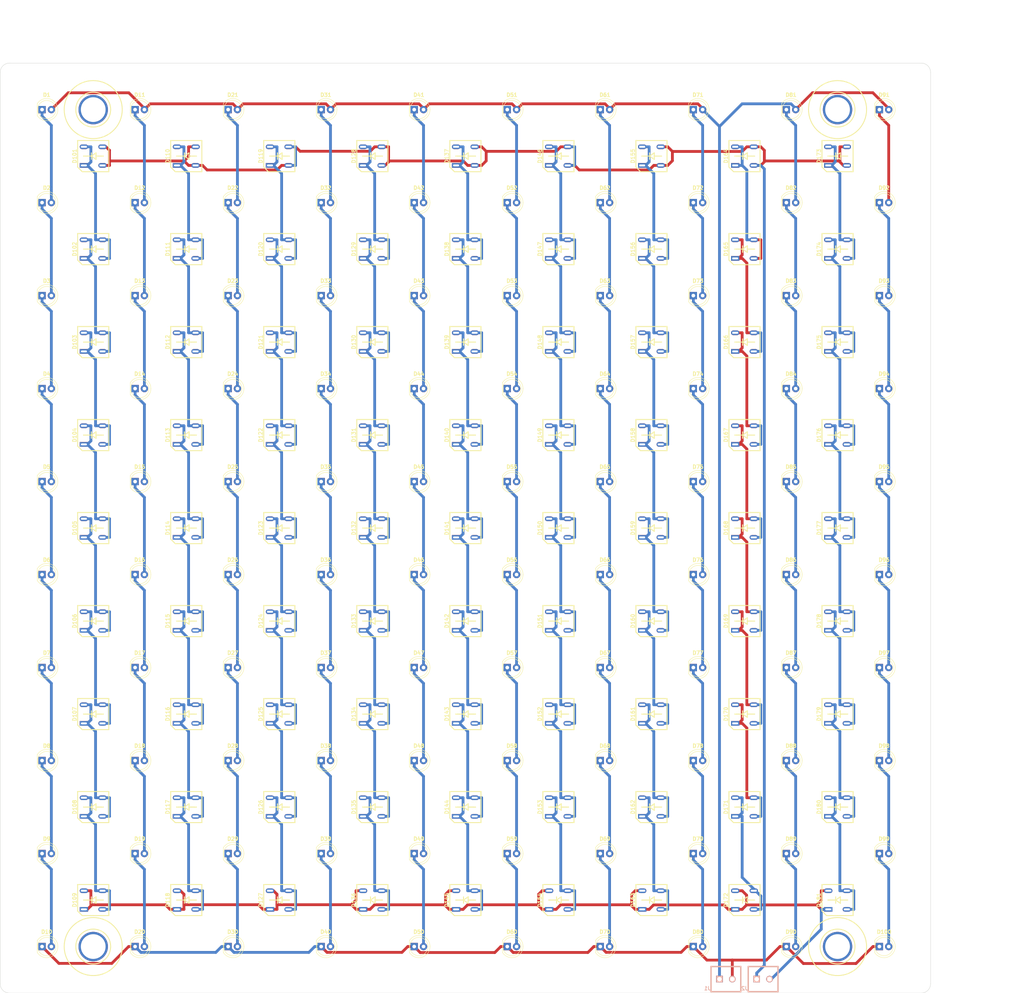
<source format=kicad_pcb>
(kicad_pcb (version 20171130) (host pcbnew 5.1.2-f72e74a~84~ubuntu16.04.1)
  (layers (0 F.Cu signal) (31 B.Cu signal) (34 B.Paste user) (35 F.Paste user) (36 B.SilkS user) (37 F.SilkS user) (38 B.Mask user) (39 F.Mask user) (44 Edge.Cuts user))
  (net 0 "")
  (net 1 "Net-(D1-Pad1)")
  (net 2 "Net-(D1-Pad2)")
  (net 3 "Net-(D2-Pad1)")
  (net 4 "Net-(D3-Pad1)")
  (net 5 "Net-(D4-Pad1)")
  (net 6 "Net-(D5-Pad1)")
  (net 7 "Net-(D6-Pad1)")
  (net 8 "Net-(D7-Pad1)")
  (net 9 "Net-(D8-Pad1)")
  (net 10 "Net-(D10-Pad2)")
  (net 11 "Net-(D10-Pad1)")
  (net 12 "Net-(D11-Pad1)")
  (net 13 "Net-(D12-Pad1)")
  (net 14 "Net-(D13-Pad1)")
  (net 15 "Net-(D14-Pad1)")
  (net 16 "Net-(D15-Pad1)")
  (net 17 "Net-(D16-Pad1)")
  (net 18 "Net-(D17-Pad1)")
  (net 19 "Net-(D18-Pad1)")
  (net 20 "Net-(D19-Pad1)")
  (net 21 "Net-(D21-Pad1)")
  (net 22 "Net-(D22-Pad1)")
  (net 23 "Net-(D23-Pad1)")
  (net 24 "Net-(D24-Pad1)")
  (net 25 "Net-(D25-Pad1)")
  (net 26 "Net-(D26-Pad1)")
  (net 27 "Net-(D27-Pad1)")
  (net 28 "Net-(D28-Pad1)")
  (net 29 "Net-(D29-Pad1)")
  (net 30 "Net-(D31-Pad1)")
  (net 31 "Net-(D32-Pad1)")
  (net 32 "Net-(D33-Pad1)")
  (net 33 "Net-(D34-Pad1)")
  (net 34 "Net-(D35-Pad1)")
  (net 35 "Net-(D36-Pad1)")
  (net 36 "Net-(D37-Pad1)")
  (net 37 "Net-(D38-Pad1)")
  (net 38 "Net-(D39-Pad1)")
  (net 39 "Net-(D41-Pad1)")
  (net 40 "Net-(D42-Pad1)")
  (net 41 "Net-(D43-Pad1)")
  (net 42 "Net-(D44-Pad1)")
  (net 43 "Net-(D45-Pad1)")
  (net 44 "Net-(D46-Pad1)")
  (net 45 "Net-(D47-Pad1)")
  (net 46 "Net-(D48-Pad1)")
  (net 47 "Net-(D49-Pad1)")
  (net 48 "Net-(D51-Pad1)")
  (net 49 "Net-(D52-Pad1)")
  (net 50 "Net-(D53-Pad1)")
  (net 51 "Net-(D54-Pad1)")
  (net 52 "Net-(D55-Pad1)")
  (net 53 "Net-(D56-Pad1)")
  (net 54 "Net-(D57-Pad1)")
  (net 55 "Net-(D58-Pad1)")
  (net 56 "Net-(D59-Pad1)")
  (net 57 "Net-(D61-Pad1)")
  (net 58 "Net-(D62-Pad1)")
  (net 59 "Net-(D63-Pad1)")
  (net 60 "Net-(D64-Pad1)")
  (net 61 "Net-(D65-Pad1)")
  (net 62 "Net-(D66-Pad1)")
  (net 63 "Net-(D67-Pad1)")
  (net 64 "Net-(D68-Pad1)")
  (net 65 "Net-(D69-Pad1)")
  (net 66 "Net-(D71-Pad1)")
  (net 67 "Net-(D72-Pad1)")
  (net 68 "Net-(D73-Pad1)")
  (net 69 "Net-(D74-Pad1)")
  (net 70 "Net-(D75-Pad1)")
  (net 71 "Net-(D76-Pad1)")
  (net 72 "Net-(D77-Pad1)")
  (net 73 "Net-(D78-Pad1)")
  (net 74 "Net-(D79-Pad1)")
  (net 75 "Net-(D81-Pad1)")
  (net 76 "Net-(D82-Pad1)")
  (net 77 "Net-(D83-Pad1)")
  (net 78 "Net-(D84-Pad1)")
  (net 79 "Net-(D85-Pad1)")
  (net 80 "Net-(D86-Pad1)")
  (net 81 "Net-(D87-Pad1)")
  (net 82 "Net-(D88-Pad1)")
  (net 83 "Net-(D89-Pad1)")
  (net 84 "Net-(D91-Pad1)")
  (net 85 "Net-(D92-Pad1)")
  (net 86 "Net-(D93-Pad1)")
  (net 87 "Net-(D94-Pad1)")
  (net 88 "Net-(D95-Pad1)")
  (net 89 "Net-(D96-Pad1)")
  (net 90 "Net-(D97-Pad1)")
  (net 91 "Net-(D98-Pad1)")
  (net 92 "Net-(D100-Pad2)")
  (net 93 "Net-(D101-Pad1)")
  (net 94 "Net-(D101-Pad2)")
  (net 95 "Net-(D102-Pad1)")
  (net 96 "Net-(D103-Pad1)")
  (net 97 "Net-(D104-Pad1)")
  (net 98 "Net-(D105-Pad1)")
  (net 99 "Net-(D106-Pad1)")
  (net 100 "Net-(D107-Pad1)")
  (net 101 "Net-(D108-Pad1)")
  (net 102 "Net-(D109-Pad1)")
  (net 103 "Net-(D110-Pad1)")
  (net 104 "Net-(D111-Pad1)")
  (net 105 "Net-(D112-Pad1)")
  (net 106 "Net-(D113-Pad1)")
  (net 107 "Net-(D114-Pad1)")
  (net 108 "Net-(D115-Pad1)")
  (net 109 "Net-(D116-Pad1)")
  (net 110 "Net-(D117-Pad1)")
  (net 111 "Net-(D119-Pad1)")
  (net 112 "Net-(D120-Pad1)")
  (net 113 "Net-(D121-Pad1)")
  (net 114 "Net-(D122-Pad1)")
  (net 115 "Net-(D123-Pad1)")
  (net 116 "Net-(D124-Pad1)")
  (net 117 "Net-(D125-Pad1)")
  (net 118 "Net-(D126-Pad1)")
  (net 119 "Net-(D128-Pad1)")
  (net 120 "Net-(D129-Pad1)")
  (net 121 "Net-(D130-Pad1)")
  (net 122 "Net-(D131-Pad1)")
  (net 123 "Net-(D132-Pad1)")
  (net 124 "Net-(D133-Pad1)")
  (net 125 "Net-(D134-Pad1)")
  (net 126 "Net-(D135-Pad1)")
  (net 127 "Net-(D137-Pad1)")
  (net 128 "Net-(D138-Pad1)")
  (net 129 "Net-(D139-Pad1)")
  (net 130 "Net-(D140-Pad1)")
  (net 131 "Net-(D141-Pad1)")
  (net 132 "Net-(D142-Pad1)")
  (net 133 "Net-(D143-Pad1)")
  (net 134 "Net-(D144-Pad1)")
  (net 135 "Net-(D146-Pad1)")
  (net 136 "Net-(D147-Pad1)")
  (net 137 "Net-(D148-Pad1)")
  (net 138 "Net-(D149-Pad1)")
  (net 139 "Net-(D150-Pad1)")
  (net 140 "Net-(D151-Pad1)")
  (net 141 "Net-(D152-Pad1)")
  (net 142 "Net-(D153-Pad1)")
  (net 143 "Net-(D155-Pad1)")
  (net 144 "Net-(D156-Pad1)")
  (net 145 "Net-(D157-Pad1)")
  (net 146 "Net-(D158-Pad1)")
  (net 147 "Net-(D159-Pad1)")
  (net 148 "Net-(D160-Pad1)")
  (net 149 "Net-(D161-Pad1)")
  (net 150 "Net-(D162-Pad1)")
  (net 151 "Net-(D164-Pad1)")
  (net 152 "Net-(D165-Pad1)")
  (net 153 "Net-(D166-Pad1)")
  (net 154 "Net-(D167-Pad1)")
  (net 155 "Net-(D168-Pad1)")
  (net 156 "Net-(D169-Pad1)")
  (net 157 "Net-(D170-Pad1)")
  (net 158 "Net-(D171-Pad1)")
  (net 159 "Net-(D173-Pad1)")
  (net 160 "Net-(D174-Pad1)")
  (net 161 "Net-(D175-Pad1)")
  (net 162 "Net-(D176-Pad1)")
  (net 163 "Net-(D177-Pad1)")
  (net 164 "Net-(D178-Pad1)")
  (net 165 "Net-(D179-Pad1)")
  (net 166 "Net-(D180-Pad1)")
  (module mount_holes_custom:quarter_twenty (layer F.Cu) (at 279.4 292.1)
    (fp_text reference M3 hide)
    (fp_text value quarter_twenty hide)
    (pad "" thru_hole circle (at 0 0) (size 8.0264 8.0264) (drill 6.7564) (layers *.Cu *.Mask))
  )
  (module mount_holes_custom:quarter_twenty (layer F.Cu) (at 76.2 292.1)
    (fp_text reference M4 hide)
    (fp_text value quarter_twenty hide)
    (pad "" thru_hole circle (at 0 0) (size 8.0264 8.0264) (drill 6.7564) (layers *.Cu *.Mask))
  )
  (module mount_holes_custom:quarter_twenty (layer F.Cu) (at 76.2 63.5)
    (fp_text reference M1 hide)
    (fp_text value quarter_twenty hide)
    (pad "" thru_hole circle (at 0 0) (size 8.0264 8.0264) (drill 6.7564) (layers *.Cu *.Mask))
  )
  (module mount_holes_custom:quarter_twenty (layer F.Cu) (at 279.4 63.5)
    (fp_text reference M2 hide)
    (fp_text value quarter_twenty hide)
    (pad "" thru_hole circle (at 0 0) (size 8.0264 8.0264) (drill 6.7564) (layers *.Cu *.Mask))
  )
  (module led_5mm_custom:LED_5mm_custom (layer F.Cu) (at 63.5 63.5)
    (fp_text reference D1 (at 0 -4.01) (layer F.SilkS) (effects (font (size 1.016 1.016) (thickness 0.2286))))
    (fp_text value LED_ALT hide)
    (pad 2 thru_hole circle (at 1.27 0) (size 2 2) (drill 1) (layers *.Cu *.Mask) (net 2 "Net-(D1-Pad2)"))
    (pad 1 thru_hole rect (at -1.27 0) (size 2 2) (drill 1) (layers *.Cu *.Mask) (net 1 "Net-(D1-Pad1)"))
  )
  (module led_5mm_custom:LED_5mm_custom (layer F.Cu) (at 63.5 88.9)
    (fp_text reference D2 (at 0 -4.01) (layer F.SilkS) (effects (font (size 1.016 1.016) (thickness 0.2286))))
    (fp_text value LED_ALT hide)
    (pad 2 thru_hole circle (at 1.27 0) (size 2 2) (drill 1) (layers *.Cu *.Mask) (net 1 "Net-(D1-Pad1)"))
    (pad 1 thru_hole rect (at -1.27 0) (size 2 2) (drill 1) (layers *.Cu *.Mask) (net 3 "Net-(D2-Pad1)"))
  )
  (module led_5mm_custom:LED_5mm_custom (layer F.Cu) (at 63.5 114.3)
    (fp_text reference D3 (at 0 -4.01) (layer F.SilkS) (effects (font (size 1.016 1.016) (thickness 0.2286))))
    (fp_text value LED_ALT hide)
    (pad 2 thru_hole circle (at 1.27 0) (size 2 2) (drill 1) (layers *.Cu *.Mask) (net 3 "Net-(D2-Pad1)"))
    (pad 1 thru_hole rect (at -1.27 0) (size 2 2) (drill 1) (layers *.Cu *.Mask) (net 4 "Net-(D3-Pad1)"))
  )
  (module led_5mm_custom:LED_5mm_custom (layer F.Cu) (at 63.5 139.7)
    (fp_text reference D4 (at 0 -4.01) (layer F.SilkS) (effects (font (size 1.016 1.016) (thickness 0.2286))))
    (fp_text value LED_ALT hide)
    (pad 2 thru_hole circle (at 1.27 0) (size 2 2) (drill 1) (layers *.Cu *.Mask) (net 4 "Net-(D3-Pad1)"))
    (pad 1 thru_hole rect (at -1.27 0) (size 2 2) (drill 1) (layers *.Cu *.Mask) (net 5 "Net-(D4-Pad1)"))
  )
  (module led_5mm_custom:LED_5mm_custom (layer F.Cu) (at 63.5 165.1)
    (fp_text reference D5 (at 0 -4.01) (layer F.SilkS) (effects (font (size 1.016 1.016) (thickness 0.2286))))
    (fp_text value LED_ALT hide)
    (pad 2 thru_hole circle (at 1.27 0) (size 2 2) (drill 1) (layers *.Cu *.Mask) (net 5 "Net-(D4-Pad1)"))
    (pad 1 thru_hole rect (at -1.27 0) (size 2 2) (drill 1) (layers *.Cu *.Mask) (net 6 "Net-(D5-Pad1)"))
  )
  (module led_5mm_custom:LED_5mm_custom (layer F.Cu) (at 63.5 190.5)
    (fp_text reference D6 (at 0 -4.01) (layer F.SilkS) (effects (font (size 1.016 1.016) (thickness 0.2286))))
    (fp_text value LED_ALT hide)
    (pad 2 thru_hole circle (at 1.27 0) (size 2 2) (drill 1) (layers *.Cu *.Mask) (net 6 "Net-(D5-Pad1)"))
    (pad 1 thru_hole rect (at -1.27 0) (size 2 2) (drill 1) (layers *.Cu *.Mask) (net 7 "Net-(D6-Pad1)"))
  )
  (module led_5mm_custom:LED_5mm_custom (layer F.Cu) (at 63.5 215.9)
    (fp_text reference D7 (at 0 -4.01) (layer F.SilkS) (effects (font (size 1.016 1.016) (thickness 0.2286))))
    (fp_text value LED_ALT hide)
    (pad 2 thru_hole circle (at 1.27 0) (size 2 2) (drill 1) (layers *.Cu *.Mask) (net 7 "Net-(D6-Pad1)"))
    (pad 1 thru_hole rect (at -1.27 0) (size 2 2) (drill 1) (layers *.Cu *.Mask) (net 8 "Net-(D7-Pad1)"))
  )
  (module led_5mm_custom:LED_5mm_custom (layer F.Cu) (at 63.5 241.3)
    (fp_text reference D8 (at 0 -4.01) (layer F.SilkS) (effects (font (size 1.016 1.016) (thickness 0.2286))))
    (fp_text value LED_ALT hide)
    (pad 2 thru_hole circle (at 1.27 0) (size 2 2) (drill 1) (layers *.Cu *.Mask) (net 8 "Net-(D7-Pad1)"))
    (pad 1 thru_hole rect (at -1.27 0) (size 2 2) (drill 1) (layers *.Cu *.Mask) (net 9 "Net-(D8-Pad1)"))
  )
  (module led_5mm_custom:LED_5mm_custom (layer F.Cu) (at 63.5 266.7)
    (fp_text reference D9 (at 0 -4.01) (layer F.SilkS) (effects (font (size 1.016 1.016) (thickness 0.2286))))
    (fp_text value LED_ALT hide)
    (pad 2 thru_hole circle (at 1.27 0) (size 2 2) (drill 1) (layers *.Cu *.Mask) (net 9 "Net-(D8-Pad1)"))
    (pad 1 thru_hole rect (at -1.27 0) (size 2 2) (drill 1) (layers *.Cu *.Mask) (net 10 "Net-(D10-Pad2)"))
  )
  (module led_5mm_custom:LED_5mm_custom (layer F.Cu) (at 63.5 292.1)
    (fp_text reference D10 (at 0 -4.01) (layer F.SilkS) (effects (font (size 1.016 1.016) (thickness 0.2286))))
    (fp_text value LED_ALT hide)
    (pad 2 thru_hole circle (at 1.27 0) (size 2 2) (drill 1) (layers *.Cu *.Mask) (net 10 "Net-(D10-Pad2)"))
    (pad 1 thru_hole rect (at -1.27 0) (size 2 2) (drill 1) (layers *.Cu *.Mask) (net 11 "Net-(D10-Pad1)"))
  )
  (module led_5mm_custom:LED_5mm_custom (layer F.Cu) (at 88.9 63.5)
    (fp_text reference D11 (at 0 -4.01) (layer F.SilkS) (effects (font (size 1.016 1.016) (thickness 0.2286))))
    (fp_text value LED_ALT hide)
    (pad 2 thru_hole circle (at 1.27 0) (size 2 2) (drill 1) (layers *.Cu *.Mask) (net 2 "Net-(D1-Pad2)"))
    (pad 1 thru_hole rect (at -1.27 0) (size 2 2) (drill 1) (layers *.Cu *.Mask) (net 12 "Net-(D11-Pad1)"))
  )
  (module led_5mm_custom:LED_5mm_custom (layer F.Cu) (at 88.9 88.9)
    (fp_text reference D12 (at 0 -4.01) (layer F.SilkS) (effects (font (size 1.016 1.016) (thickness 0.2286))))
    (fp_text value LED_ALT hide)
    (pad 2 thru_hole circle (at 1.27 0) (size 2 2) (drill 1) (layers *.Cu *.Mask) (net 12 "Net-(D11-Pad1)"))
    (pad 1 thru_hole rect (at -1.27 0) (size 2 2) (drill 1) (layers *.Cu *.Mask) (net 13 "Net-(D12-Pad1)"))
  )
  (module led_5mm_custom:LED_5mm_custom (layer F.Cu) (at 88.9 114.3)
    (fp_text reference D13 (at 0 -4.01) (layer F.SilkS) (effects (font (size 1.016 1.016) (thickness 0.2286))))
    (fp_text value LED_ALT hide)
    (pad 2 thru_hole circle (at 1.27 0) (size 2 2) (drill 1) (layers *.Cu *.Mask) (net 13 "Net-(D12-Pad1)"))
    (pad 1 thru_hole rect (at -1.27 0) (size 2 2) (drill 1) (layers *.Cu *.Mask) (net 14 "Net-(D13-Pad1)"))
  )
  (module led_5mm_custom:LED_5mm_custom (layer F.Cu) (at 88.9 139.7)
    (fp_text reference D14 (at 0 -4.01) (layer F.SilkS) (effects (font (size 1.016 1.016) (thickness 0.2286))))
    (fp_text value LED_ALT hide)
    (pad 2 thru_hole circle (at 1.27 0) (size 2 2) (drill 1) (layers *.Cu *.Mask) (net 14 "Net-(D13-Pad1)"))
    (pad 1 thru_hole rect (at -1.27 0) (size 2 2) (drill 1) (layers *.Cu *.Mask) (net 15 "Net-(D14-Pad1)"))
  )
  (module led_5mm_custom:LED_5mm_custom (layer F.Cu) (at 88.9 165.1)
    (fp_text reference D15 (at 0 -4.01) (layer F.SilkS) (effects (font (size 1.016 1.016) (thickness 0.2286))))
    (fp_text value LED_ALT hide)
    (pad 2 thru_hole circle (at 1.27 0) (size 2 2) (drill 1) (layers *.Cu *.Mask) (net 15 "Net-(D14-Pad1)"))
    (pad 1 thru_hole rect (at -1.27 0) (size 2 2) (drill 1) (layers *.Cu *.Mask) (net 16 "Net-(D15-Pad1)"))
  )
  (module led_5mm_custom:LED_5mm_custom (layer F.Cu) (at 88.9 190.5)
    (fp_text reference D16 (at 0 -4.01) (layer F.SilkS) (effects (font (size 1.016 1.016) (thickness 0.2286))))
    (fp_text value LED_ALT hide)
    (pad 2 thru_hole circle (at 1.27 0) (size 2 2) (drill 1) (layers *.Cu *.Mask) (net 16 "Net-(D15-Pad1)"))
    (pad 1 thru_hole rect (at -1.27 0) (size 2 2) (drill 1) (layers *.Cu *.Mask) (net 17 "Net-(D16-Pad1)"))
  )
  (module led_5mm_custom:LED_5mm_custom (layer F.Cu) (at 88.9 215.9)
    (fp_text reference D17 (at 0 -4.01) (layer F.SilkS) (effects (font (size 1.016 1.016) (thickness 0.2286))))
    (fp_text value LED_ALT hide)
    (pad 2 thru_hole circle (at 1.27 0) (size 2 2) (drill 1) (layers *.Cu *.Mask) (net 17 "Net-(D16-Pad1)"))
    (pad 1 thru_hole rect (at -1.27 0) (size 2 2) (drill 1) (layers *.Cu *.Mask) (net 18 "Net-(D17-Pad1)"))
  )
  (module led_5mm_custom:LED_5mm_custom (layer F.Cu) (at 88.9 241.3)
    (fp_text reference D18 (at 0 -4.01) (layer F.SilkS) (effects (font (size 1.016 1.016) (thickness 0.2286))))
    (fp_text value LED_ALT hide)
    (pad 2 thru_hole circle (at 1.27 0) (size 2 2) (drill 1) (layers *.Cu *.Mask) (net 18 "Net-(D17-Pad1)"))
    (pad 1 thru_hole rect (at -1.27 0) (size 2 2) (drill 1) (layers *.Cu *.Mask) (net 19 "Net-(D18-Pad1)"))
  )
  (module led_5mm_custom:LED_5mm_custom (layer F.Cu) (at 88.9 266.7)
    (fp_text reference D19 (at 0 -4.01) (layer F.SilkS) (effects (font (size 1.016 1.016) (thickness 0.2286))))
    (fp_text value LED_ALT hide)
    (pad 2 thru_hole circle (at 1.27 0) (size 2 2) (drill 1) (layers *.Cu *.Mask) (net 19 "Net-(D18-Pad1)"))
    (pad 1 thru_hole rect (at -1.27 0) (size 2 2) (drill 1) (layers *.Cu *.Mask) (net 20 "Net-(D19-Pad1)"))
  )
  (module led_5mm_custom:LED_5mm_custom (layer F.Cu) (at 88.9 292.1)
    (fp_text reference D20 (at 0 -4.01) (layer F.SilkS) (effects (font (size 1.016 1.016) (thickness 0.2286))))
    (fp_text value LED_ALT hide)
    (pad 2 thru_hole circle (at 1.27 0) (size 2 2) (drill 1) (layers *.Cu *.Mask) (net 20 "Net-(D19-Pad1)"))
    (pad 1 thru_hole rect (at -1.27 0) (size 2 2) (drill 1) (layers *.Cu *.Mask) (net 11 "Net-(D10-Pad1)"))
  )
  (module led_5mm_custom:LED_5mm_custom (layer F.Cu) (at 114.3 63.5)
    (fp_text reference D21 (at 0 -4.01) (layer F.SilkS) (effects (font (size 1.016 1.016) (thickness 0.2286))))
    (fp_text value LED_ALT hide)
    (pad 2 thru_hole circle (at 1.27 0) (size 2 2) (drill 1) (layers *.Cu *.Mask) (net 2 "Net-(D1-Pad2)"))
    (pad 1 thru_hole rect (at -1.27 0) (size 2 2) (drill 1) (layers *.Cu *.Mask) (net 21 "Net-(D21-Pad1)"))
  )
  (module led_5mm_custom:LED_5mm_custom (layer F.Cu) (at 114.3 88.9)
    (fp_text reference D22 (at 0 -4.01) (layer F.SilkS) (effects (font (size 1.016 1.016) (thickness 0.2286))))
    (fp_text value LED_ALT hide)
    (pad 2 thru_hole circle (at 1.27 0) (size 2 2) (drill 1) (layers *.Cu *.Mask) (net 21 "Net-(D21-Pad1)"))
    (pad 1 thru_hole rect (at -1.27 0) (size 2 2) (drill 1) (layers *.Cu *.Mask) (net 22 "Net-(D22-Pad1)"))
  )
  (module led_5mm_custom:LED_5mm_custom (layer F.Cu) (at 114.3 114.3)
    (fp_text reference D23 (at 0 -4.01) (layer F.SilkS) (effects (font (size 1.016 1.016) (thickness 0.2286))))
    (fp_text value LED_ALT hide)
    (pad 2 thru_hole circle (at 1.27 0) (size 2 2) (drill 1) (layers *.Cu *.Mask) (net 22 "Net-(D22-Pad1)"))
    (pad 1 thru_hole rect (at -1.27 0) (size 2 2) (drill 1) (layers *.Cu *.Mask) (net 23 "Net-(D23-Pad1)"))
  )
  (module led_5mm_custom:LED_5mm_custom (layer F.Cu) (at 114.3 139.7)
    (fp_text reference D24 (at 0 -4.01) (layer F.SilkS) (effects (font (size 1.016 1.016) (thickness 0.2286))))
    (fp_text value LED_ALT hide)
    (pad 2 thru_hole circle (at 1.27 0) (size 2 2) (drill 1) (layers *.Cu *.Mask) (net 23 "Net-(D23-Pad1)"))
    (pad 1 thru_hole rect (at -1.27 0) (size 2 2) (drill 1) (layers *.Cu *.Mask) (net 24 "Net-(D24-Pad1)"))
  )
  (module led_5mm_custom:LED_5mm_custom (layer F.Cu) (at 114.3 165.1)
    (fp_text reference D25 (at 0 -4.01) (layer F.SilkS) (effects (font (size 1.016 1.016) (thickness 0.2286))))
    (fp_text value LED_ALT hide)
    (pad 2 thru_hole circle (at 1.27 0) (size 2 2) (drill 1) (layers *.Cu *.Mask) (net 24 "Net-(D24-Pad1)"))
    (pad 1 thru_hole rect (at -1.27 0) (size 2 2) (drill 1) (layers *.Cu *.Mask) (net 25 "Net-(D25-Pad1)"))
  )
  (module led_5mm_custom:LED_5mm_custom (layer F.Cu) (at 114.3 190.5)
    (fp_text reference D26 (at 0 -4.01) (layer F.SilkS) (effects (font (size 1.016 1.016) (thickness 0.2286))))
    (fp_text value LED_ALT hide)
    (pad 2 thru_hole circle (at 1.27 0) (size 2 2) (drill 1) (layers *.Cu *.Mask) (net 25 "Net-(D25-Pad1)"))
    (pad 1 thru_hole rect (at -1.27 0) (size 2 2) (drill 1) (layers *.Cu *.Mask) (net 26 "Net-(D26-Pad1)"))
  )
  (module led_5mm_custom:LED_5mm_custom (layer F.Cu) (at 114.3 215.9)
    (fp_text reference D27 (at 0 -4.01) (layer F.SilkS) (effects (font (size 1.016 1.016) (thickness 0.2286))))
    (fp_text value LED_ALT hide)
    (pad 2 thru_hole circle (at 1.27 0) (size 2 2) (drill 1) (layers *.Cu *.Mask) (net 26 "Net-(D26-Pad1)"))
    (pad 1 thru_hole rect (at -1.27 0) (size 2 2) (drill 1) (layers *.Cu *.Mask) (net 27 "Net-(D27-Pad1)"))
  )
  (module led_5mm_custom:LED_5mm_custom (layer F.Cu) (at 114.3 241.3)
    (fp_text reference D28 (at 0 -4.01) (layer F.SilkS) (effects (font (size 1.016 1.016) (thickness 0.2286))))
    (fp_text value LED_ALT hide)
    (pad 2 thru_hole circle (at 1.27 0) (size 2 2) (drill 1) (layers *.Cu *.Mask) (net 27 "Net-(D27-Pad1)"))
    (pad 1 thru_hole rect (at -1.27 0) (size 2 2) (drill 1) (layers *.Cu *.Mask) (net 28 "Net-(D28-Pad1)"))
  )
  (module led_5mm_custom:LED_5mm_custom (layer F.Cu) (at 114.3 266.7)
    (fp_text reference D29 (at 0 -4.01) (layer F.SilkS) (effects (font (size 1.016 1.016) (thickness 0.2286))))
    (fp_text value LED_ALT hide)
    (pad 2 thru_hole circle (at 1.27 0) (size 2 2) (drill 1) (layers *.Cu *.Mask) (net 28 "Net-(D28-Pad1)"))
    (pad 1 thru_hole rect (at -1.27 0) (size 2 2) (drill 1) (layers *.Cu *.Mask) (net 29 "Net-(D29-Pad1)"))
  )
  (module led_5mm_custom:LED_5mm_custom (layer F.Cu) (at 114.3 292.1)
    (fp_text reference D30 (at 0 -4.01) (layer F.SilkS) (effects (font (size 1.016 1.016) (thickness 0.2286))))
    (fp_text value LED_ALT hide)
    (pad 2 thru_hole circle (at 1.27 0) (size 2 2) (drill 1) (layers *.Cu *.Mask) (net 29 "Net-(D29-Pad1)"))
    (pad 1 thru_hole rect (at -1.27 0) (size 2 2) (drill 1) (layers *.Cu *.Mask) (net 11 "Net-(D10-Pad1)"))
  )
  (module led_5mm_custom:LED_5mm_custom (layer F.Cu) (at 139.7 63.5)
    (fp_text reference D31 (at 0 -4.01) (layer F.SilkS) (effects (font (size 1.016 1.016) (thickness 0.2286))))
    (fp_text value LED_ALT hide)
    (pad 2 thru_hole circle (at 1.27 0) (size 2 2) (drill 1) (layers *.Cu *.Mask) (net 2 "Net-(D1-Pad2)"))
    (pad 1 thru_hole rect (at -1.27 0) (size 2 2) (drill 1) (layers *.Cu *.Mask) (net 30 "Net-(D31-Pad1)"))
  )
  (module led_5mm_custom:LED_5mm_custom (layer F.Cu) (at 139.7 88.9)
    (fp_text reference D32 (at 0 -4.01) (layer F.SilkS) (effects (font (size 1.016 1.016) (thickness 0.2286))))
    (fp_text value LED_ALT hide)
    (pad 2 thru_hole circle (at 1.27 0) (size 2 2) (drill 1) (layers *.Cu *.Mask) (net 30 "Net-(D31-Pad1)"))
    (pad 1 thru_hole rect (at -1.27 0) (size 2 2) (drill 1) (layers *.Cu *.Mask) (net 31 "Net-(D32-Pad1)"))
  )
  (module led_5mm_custom:LED_5mm_custom (layer F.Cu) (at 139.7 114.3)
    (fp_text reference D33 (at 0 -4.01) (layer F.SilkS) (effects (font (size 1.016 1.016) (thickness 0.2286))))
    (fp_text value LED_ALT hide)
    (pad 2 thru_hole circle (at 1.27 0) (size 2 2) (drill 1) (layers *.Cu *.Mask) (net 31 "Net-(D32-Pad1)"))
    (pad 1 thru_hole rect (at -1.27 0) (size 2 2) (drill 1) (layers *.Cu *.Mask) (net 32 "Net-(D33-Pad1)"))
  )
  (module led_5mm_custom:LED_5mm_custom (layer F.Cu) (at 139.7 139.7)
    (fp_text reference D34 (at 0 -4.01) (layer F.SilkS) (effects (font (size 1.016 1.016) (thickness 0.2286))))
    (fp_text value LED_ALT hide)
    (pad 2 thru_hole circle (at 1.27 0) (size 2 2) (drill 1) (layers *.Cu *.Mask) (net 32 "Net-(D33-Pad1)"))
    (pad 1 thru_hole rect (at -1.27 0) (size 2 2) (drill 1) (layers *.Cu *.Mask) (net 33 "Net-(D34-Pad1)"))
  )
  (module led_5mm_custom:LED_5mm_custom (layer F.Cu) (at 139.7 165.1)
    (fp_text reference D35 (at 0 -4.01) (layer F.SilkS) (effects (font (size 1.016 1.016) (thickness 0.2286))))
    (fp_text value LED_ALT hide)
    (pad 2 thru_hole circle (at 1.27 0) (size 2 2) (drill 1) (layers *.Cu *.Mask) (net 33 "Net-(D34-Pad1)"))
    (pad 1 thru_hole rect (at -1.27 0) (size 2 2) (drill 1) (layers *.Cu *.Mask) (net 34 "Net-(D35-Pad1)"))
  )
  (module led_5mm_custom:LED_5mm_custom (layer F.Cu) (at 139.7 190.5)
    (fp_text reference D36 (at 0 -4.01) (layer F.SilkS) (effects (font (size 1.016 1.016) (thickness 0.2286))))
    (fp_text value LED_ALT hide)
    (pad 2 thru_hole circle (at 1.27 0) (size 2 2) (drill 1) (layers *.Cu *.Mask) (net 34 "Net-(D35-Pad1)"))
    (pad 1 thru_hole rect (at -1.27 0) (size 2 2) (drill 1) (layers *.Cu *.Mask) (net 35 "Net-(D36-Pad1)"))
  )
  (module led_5mm_custom:LED_5mm_custom (layer F.Cu) (at 139.7 215.9)
    (fp_text reference D37 (at 0 -4.01) (layer F.SilkS) (effects (font (size 1.016 1.016) (thickness 0.2286))))
    (fp_text value LED_ALT hide)
    (pad 2 thru_hole circle (at 1.27 0) (size 2 2) (drill 1) (layers *.Cu *.Mask) (net 35 "Net-(D36-Pad1)"))
    (pad 1 thru_hole rect (at -1.27 0) (size 2 2) (drill 1) (layers *.Cu *.Mask) (net 36 "Net-(D37-Pad1)"))
  )
  (module led_5mm_custom:LED_5mm_custom (layer F.Cu) (at 139.7 241.3)
    (fp_text reference D38 (at 0 -4.01) (layer F.SilkS) (effects (font (size 1.016 1.016) (thickness 0.2286))))
    (fp_text value LED_ALT hide)
    (pad 2 thru_hole circle (at 1.27 0) (size 2 2) (drill 1) (layers *.Cu *.Mask) (net 36 "Net-(D37-Pad1)"))
    (pad 1 thru_hole rect (at -1.27 0) (size 2 2) (drill 1) (layers *.Cu *.Mask) (net 37 "Net-(D38-Pad1)"))
  )
  (module led_5mm_custom:LED_5mm_custom (layer F.Cu) (at 139.7 266.7)
    (fp_text reference D39 (at 0 -4.01) (layer F.SilkS) (effects (font (size 1.016 1.016) (thickness 0.2286))))
    (fp_text value LED_ALT hide)
    (pad 2 thru_hole circle (at 1.27 0) (size 2 2) (drill 1) (layers *.Cu *.Mask) (net 37 "Net-(D38-Pad1)"))
    (pad 1 thru_hole rect (at -1.27 0) (size 2 2) (drill 1) (layers *.Cu *.Mask) (net 38 "Net-(D39-Pad1)"))
  )
  (module led_5mm_custom:LED_5mm_custom (layer F.Cu) (at 139.7 292.1)
    (fp_text reference D40 (at 0 -4.01) (layer F.SilkS) (effects (font (size 1.016 1.016) (thickness 0.2286))))
    (fp_text value LED_ALT hide)
    (pad 2 thru_hole circle (at 1.27 0) (size 2 2) (drill 1) (layers *.Cu *.Mask) (net 38 "Net-(D39-Pad1)"))
    (pad 1 thru_hole rect (at -1.27 0) (size 2 2) (drill 1) (layers *.Cu *.Mask) (net 11 "Net-(D10-Pad1)"))
  )
  (module led_5mm_custom:LED_5mm_custom (layer F.Cu) (at 165.1 63.5)
    (fp_text reference D41 (at 0 -4.01) (layer F.SilkS) (effects (font (size 1.016 1.016) (thickness 0.2286))))
    (fp_text value LED_ALT hide)
    (pad 2 thru_hole circle (at 1.27 0) (size 2 2) (drill 1) (layers *.Cu *.Mask) (net 2 "Net-(D1-Pad2)"))
    (pad 1 thru_hole rect (at -1.27 0) (size 2 2) (drill 1) (layers *.Cu *.Mask) (net 39 "Net-(D41-Pad1)"))
  )
  (module led_5mm_custom:LED_5mm_custom (layer F.Cu) (at 165.1 88.9)
    (fp_text reference D42 (at 0 -4.01) (layer F.SilkS) (effects (font (size 1.016 1.016) (thickness 0.2286))))
    (fp_text value LED_ALT hide)
    (pad 2 thru_hole circle (at 1.27 0) (size 2 2) (drill 1) (layers *.Cu *.Mask) (net 39 "Net-(D41-Pad1)"))
    (pad 1 thru_hole rect (at -1.27 0) (size 2 2) (drill 1) (layers *.Cu *.Mask) (net 40 "Net-(D42-Pad1)"))
  )
  (module led_5mm_custom:LED_5mm_custom (layer F.Cu) (at 165.1 114.3)
    (fp_text reference D43 (at 0 -4.01) (layer F.SilkS) (effects (font (size 1.016 1.016) (thickness 0.2286))))
    (fp_text value LED_ALT hide)
    (pad 2 thru_hole circle (at 1.27 0) (size 2 2) (drill 1) (layers *.Cu *.Mask) (net 40 "Net-(D42-Pad1)"))
    (pad 1 thru_hole rect (at -1.27 0) (size 2 2) (drill 1) (layers *.Cu *.Mask) (net 41 "Net-(D43-Pad1)"))
  )
  (module led_5mm_custom:LED_5mm_custom (layer F.Cu) (at 165.1 139.7)
    (fp_text reference D44 (at 0 -4.01) (layer F.SilkS) (effects (font (size 1.016 1.016) (thickness 0.2286))))
    (fp_text value LED_ALT hide)
    (pad 2 thru_hole circle (at 1.27 0) (size 2 2) (drill 1) (layers *.Cu *.Mask) (net 41 "Net-(D43-Pad1)"))
    (pad 1 thru_hole rect (at -1.27 0) (size 2 2) (drill 1) (layers *.Cu *.Mask) (net 42 "Net-(D44-Pad1)"))
  )
  (module led_5mm_custom:LED_5mm_custom (layer F.Cu) (at 165.1 165.1)
    (fp_text reference D45 (at 0 -4.01) (layer F.SilkS) (effects (font (size 1.016 1.016) (thickness 0.2286))))
    (fp_text value LED_ALT hide)
    (pad 2 thru_hole circle (at 1.27 0) (size 2 2) (drill 1) (layers *.Cu *.Mask) (net 42 "Net-(D44-Pad1)"))
    (pad 1 thru_hole rect (at -1.27 0) (size 2 2) (drill 1) (layers *.Cu *.Mask) (net 43 "Net-(D45-Pad1)"))
  )
  (module led_5mm_custom:LED_5mm_custom (layer F.Cu) (at 165.1 190.5)
    (fp_text reference D46 (at 0 -4.01) (layer F.SilkS) (effects (font (size 1.016 1.016) (thickness 0.2286))))
    (fp_text value LED_ALT hide)
    (pad 2 thru_hole circle (at 1.27 0) (size 2 2) (drill 1) (layers *.Cu *.Mask) (net 43 "Net-(D45-Pad1)"))
    (pad 1 thru_hole rect (at -1.27 0) (size 2 2) (drill 1) (layers *.Cu *.Mask) (net 44 "Net-(D46-Pad1)"))
  )
  (module led_5mm_custom:LED_5mm_custom (layer F.Cu) (at 165.1 215.9)
    (fp_text reference D47 (at 0 -4.01) (layer F.SilkS) (effects (font (size 1.016 1.016) (thickness 0.2286))))
    (fp_text value LED_ALT hide)
    (pad 2 thru_hole circle (at 1.27 0) (size 2 2) (drill 1) (layers *.Cu *.Mask) (net 44 "Net-(D46-Pad1)"))
    (pad 1 thru_hole rect (at -1.27 0) (size 2 2) (drill 1) (layers *.Cu *.Mask) (net 45 "Net-(D47-Pad1)"))
  )
  (module led_5mm_custom:LED_5mm_custom (layer F.Cu) (at 165.1 241.3)
    (fp_text reference D48 (at 0 -4.01) (layer F.SilkS) (effects (font (size 1.016 1.016) (thickness 0.2286))))
    (fp_text value LED_ALT hide)
    (pad 2 thru_hole circle (at 1.27 0) (size 2 2) (drill 1) (layers *.Cu *.Mask) (net 45 "Net-(D47-Pad1)"))
    (pad 1 thru_hole rect (at -1.27 0) (size 2 2) (drill 1) (layers *.Cu *.Mask) (net 46 "Net-(D48-Pad1)"))
  )
  (module led_5mm_custom:LED_5mm_custom (layer F.Cu) (at 165.1 266.7)
    (fp_text reference D49 (at 0 -4.01) (layer F.SilkS) (effects (font (size 1.016 1.016) (thickness 0.2286))))
    (fp_text value LED_ALT hide)
    (pad 2 thru_hole circle (at 1.27 0) (size 2 2) (drill 1) (layers *.Cu *.Mask) (net 46 "Net-(D48-Pad1)"))
    (pad 1 thru_hole rect (at -1.27 0) (size 2 2) (drill 1) (layers *.Cu *.Mask) (net 47 "Net-(D49-Pad1)"))
  )
  (module led_5mm_custom:LED_5mm_custom (layer F.Cu) (at 165.1 292.1)
    (fp_text reference D50 (at 0 -4.01) (layer F.SilkS) (effects (font (size 1.016 1.016) (thickness 0.2286))))
    (fp_text value LED_ALT hide)
    (pad 2 thru_hole circle (at 1.27 0) (size 2 2) (drill 1) (layers *.Cu *.Mask) (net 47 "Net-(D49-Pad1)"))
    (pad 1 thru_hole rect (at -1.27 0) (size 2 2) (drill 1) (layers *.Cu *.Mask) (net 11 "Net-(D10-Pad1)"))
  )
  (module led_5mm_custom:LED_5mm_custom (layer F.Cu) (at 190.5 63.5)
    (fp_text reference D51 (at 0 -4.01) (layer F.SilkS) (effects (font (size 1.016 1.016) (thickness 0.2286))))
    (fp_text value LED_ALT hide)
    (pad 2 thru_hole circle (at 1.27 0) (size 2 2) (drill 1) (layers *.Cu *.Mask) (net 2 "Net-(D1-Pad2)"))
    (pad 1 thru_hole rect (at -1.27 0) (size 2 2) (drill 1) (layers *.Cu *.Mask) (net 48 "Net-(D51-Pad1)"))
  )
  (module led_5mm_custom:LED_5mm_custom (layer F.Cu) (at 190.5 88.9)
    (fp_text reference D52 (at 0 -4.01) (layer F.SilkS) (effects (font (size 1.016 1.016) (thickness 0.2286))))
    (fp_text value LED_ALT hide)
    (pad 2 thru_hole circle (at 1.27 0) (size 2 2) (drill 1) (layers *.Cu *.Mask) (net 48 "Net-(D51-Pad1)"))
    (pad 1 thru_hole rect (at -1.27 0) (size 2 2) (drill 1) (layers *.Cu *.Mask) (net 49 "Net-(D52-Pad1)"))
  )
  (module led_5mm_custom:LED_5mm_custom (layer F.Cu) (at 190.5 114.3)
    (fp_text reference D53 (at 0 -4.01) (layer F.SilkS) (effects (font (size 1.016 1.016) (thickness 0.2286))))
    (fp_text value LED_ALT hide)
    (pad 2 thru_hole circle (at 1.27 0) (size 2 2) (drill 1) (layers *.Cu *.Mask) (net 49 "Net-(D52-Pad1)"))
    (pad 1 thru_hole rect (at -1.27 0) (size 2 2) (drill 1) (layers *.Cu *.Mask) (net 50 "Net-(D53-Pad1)"))
  )
  (module led_5mm_custom:LED_5mm_custom (layer F.Cu) (at 190.5 139.7)
    (fp_text reference D54 (at 0 -4.01) (layer F.SilkS) (effects (font (size 1.016 1.016) (thickness 0.2286))))
    (fp_text value LED_ALT hide)
    (pad 2 thru_hole circle (at 1.27 0) (size 2 2) (drill 1) (layers *.Cu *.Mask) (net 50 "Net-(D53-Pad1)"))
    (pad 1 thru_hole rect (at -1.27 0) (size 2 2) (drill 1) (layers *.Cu *.Mask) (net 51 "Net-(D54-Pad1)"))
  )
  (module led_5mm_custom:LED_5mm_custom (layer F.Cu) (at 190.5 165.1)
    (fp_text reference D55 (at 0 -4.01) (layer F.SilkS) (effects (font (size 1.016 1.016) (thickness 0.2286))))
    (fp_text value LED_ALT hide)
    (pad 2 thru_hole circle (at 1.27 0) (size 2 2) (drill 1) (layers *.Cu *.Mask) (net 51 "Net-(D54-Pad1)"))
    (pad 1 thru_hole rect (at -1.27 0) (size 2 2) (drill 1) (layers *.Cu *.Mask) (net 52 "Net-(D55-Pad1)"))
  )
  (module led_5mm_custom:LED_5mm_custom (layer F.Cu) (at 190.5 190.5)
    (fp_text reference D56 (at 0 -4.01) (layer F.SilkS) (effects (font (size 1.016 1.016) (thickness 0.2286))))
    (fp_text value LED_ALT hide)
    (pad 2 thru_hole circle (at 1.27 0) (size 2 2) (drill 1) (layers *.Cu *.Mask) (net 52 "Net-(D55-Pad1)"))
    (pad 1 thru_hole rect (at -1.27 0) (size 2 2) (drill 1) (layers *.Cu *.Mask) (net 53 "Net-(D56-Pad1)"))
  )
  (module led_5mm_custom:LED_5mm_custom (layer F.Cu) (at 190.5 215.9)
    (fp_text reference D57 (at 0 -4.01) (layer F.SilkS) (effects (font (size 1.016 1.016) (thickness 0.2286))))
    (fp_text value LED_ALT hide)
    (pad 2 thru_hole circle (at 1.27 0) (size 2 2) (drill 1) (layers *.Cu *.Mask) (net 53 "Net-(D56-Pad1)"))
    (pad 1 thru_hole rect (at -1.27 0) (size 2 2) (drill 1) (layers *.Cu *.Mask) (net 54 "Net-(D57-Pad1)"))
  )
  (module led_5mm_custom:LED_5mm_custom (layer F.Cu) (at 190.5 241.3)
    (fp_text reference D58 (at 0 -4.01) (layer F.SilkS) (effects (font (size 1.016 1.016) (thickness 0.2286))))
    (fp_text value LED_ALT hide)
    (pad 2 thru_hole circle (at 1.27 0) (size 2 2) (drill 1) (layers *.Cu *.Mask) (net 54 "Net-(D57-Pad1)"))
    (pad 1 thru_hole rect (at -1.27 0) (size 2 2) (drill 1) (layers *.Cu *.Mask) (net 55 "Net-(D58-Pad1)"))
  )
  (module led_5mm_custom:LED_5mm_custom (layer F.Cu) (at 190.5 266.7)
    (fp_text reference D59 (at 0 -4.01) (layer F.SilkS) (effects (font (size 1.016 1.016) (thickness 0.2286))))
    (fp_text value LED_ALT hide)
    (pad 2 thru_hole circle (at 1.27 0) (size 2 2) (drill 1) (layers *.Cu *.Mask) (net 55 "Net-(D58-Pad1)"))
    (pad 1 thru_hole rect (at -1.27 0) (size 2 2) (drill 1) (layers *.Cu *.Mask) (net 56 "Net-(D59-Pad1)"))
  )
  (module led_5mm_custom:LED_5mm_custom (layer F.Cu) (at 190.5 292.1)
    (fp_text reference D60 (at 0 -4.01) (layer F.SilkS) (effects (font (size 1.016 1.016) (thickness 0.2286))))
    (fp_text value LED_ALT hide)
    (pad 2 thru_hole circle (at 1.27 0) (size 2 2) (drill 1) (layers *.Cu *.Mask) (net 56 "Net-(D59-Pad1)"))
    (pad 1 thru_hole rect (at -1.27 0) (size 2 2) (drill 1) (layers *.Cu *.Mask) (net 11 "Net-(D10-Pad1)"))
  )
  (module led_5mm_custom:LED_5mm_custom (layer F.Cu) (at 215.9 63.5)
    (fp_text reference D61 (at 0 -4.01) (layer F.SilkS) (effects (font (size 1.016 1.016) (thickness 0.2286))))
    (fp_text value LED_ALT hide)
    (pad 2 thru_hole circle (at 1.27 0) (size 2 2) (drill 1) (layers *.Cu *.Mask) (net 2 "Net-(D1-Pad2)"))
    (pad 1 thru_hole rect (at -1.27 0) (size 2 2) (drill 1) (layers *.Cu *.Mask) (net 57 "Net-(D61-Pad1)"))
  )
  (module led_5mm_custom:LED_5mm_custom (layer F.Cu) (at 215.9 88.9)
    (fp_text reference D62 (at 0 -4.01) (layer F.SilkS) (effects (font (size 1.016 1.016) (thickness 0.2286))))
    (fp_text value LED_ALT hide)
    (pad 2 thru_hole circle (at 1.27 0) (size 2 2) (drill 1) (layers *.Cu *.Mask) (net 57 "Net-(D61-Pad1)"))
    (pad 1 thru_hole rect (at -1.27 0) (size 2 2) (drill 1) (layers *.Cu *.Mask) (net 58 "Net-(D62-Pad1)"))
  )
  (module led_5mm_custom:LED_5mm_custom (layer F.Cu) (at 215.9 114.3)
    (fp_text reference D63 (at 0 -4.01) (layer F.SilkS) (effects (font (size 1.016 1.016) (thickness 0.2286))))
    (fp_text value LED_ALT hide)
    (pad 2 thru_hole circle (at 1.27 0) (size 2 2) (drill 1) (layers *.Cu *.Mask) (net 58 "Net-(D62-Pad1)"))
    (pad 1 thru_hole rect (at -1.27 0) (size 2 2) (drill 1) (layers *.Cu *.Mask) (net 59 "Net-(D63-Pad1)"))
  )
  (module led_5mm_custom:LED_5mm_custom (layer F.Cu) (at 215.9 139.7)
    (fp_text reference D64 (at 0 -4.01) (layer F.SilkS) (effects (font (size 1.016 1.016) (thickness 0.2286))))
    (fp_text value LED_ALT hide)
    (pad 2 thru_hole circle (at 1.27 0) (size 2 2) (drill 1) (layers *.Cu *.Mask) (net 59 "Net-(D63-Pad1)"))
    (pad 1 thru_hole rect (at -1.27 0) (size 2 2) (drill 1) (layers *.Cu *.Mask) (net 60 "Net-(D64-Pad1)"))
  )
  (module led_5mm_custom:LED_5mm_custom (layer F.Cu) (at 215.9 165.1)
    (fp_text reference D65 (at 0 -4.01) (layer F.SilkS) (effects (font (size 1.016 1.016) (thickness 0.2286))))
    (fp_text value LED_ALT hide)
    (pad 2 thru_hole circle (at 1.27 0) (size 2 2) (drill 1) (layers *.Cu *.Mask) (net 60 "Net-(D64-Pad1)"))
    (pad 1 thru_hole rect (at -1.27 0) (size 2 2) (drill 1) (layers *.Cu *.Mask) (net 61 "Net-(D65-Pad1)"))
  )
  (module led_5mm_custom:LED_5mm_custom (layer F.Cu) (at 215.9 190.5)
    (fp_text reference D66 (at 0 -4.01) (layer F.SilkS) (effects (font (size 1.016 1.016) (thickness 0.2286))))
    (fp_text value LED_ALT hide)
    (pad 2 thru_hole circle (at 1.27 0) (size 2 2) (drill 1) (layers *.Cu *.Mask) (net 61 "Net-(D65-Pad1)"))
    (pad 1 thru_hole rect (at -1.27 0) (size 2 2) (drill 1) (layers *.Cu *.Mask) (net 62 "Net-(D66-Pad1)"))
  )
  (module led_5mm_custom:LED_5mm_custom (layer F.Cu) (at 215.9 215.9)
    (fp_text reference D67 (at 0 -4.01) (layer F.SilkS) (effects (font (size 1.016 1.016) (thickness 0.2286))))
    (fp_text value LED_ALT hide)
    (pad 2 thru_hole circle (at 1.27 0) (size 2 2) (drill 1) (layers *.Cu *.Mask) (net 62 "Net-(D66-Pad1)"))
    (pad 1 thru_hole rect (at -1.27 0) (size 2 2) (drill 1) (layers *.Cu *.Mask) (net 63 "Net-(D67-Pad1)"))
  )
  (module led_5mm_custom:LED_5mm_custom (layer F.Cu) (at 215.9 241.3)
    (fp_text reference D68 (at 0 -4.01) (layer F.SilkS) (effects (font (size 1.016 1.016) (thickness 0.2286))))
    (fp_text value LED_ALT hide)
    (pad 2 thru_hole circle (at 1.27 0) (size 2 2) (drill 1) (layers *.Cu *.Mask) (net 63 "Net-(D67-Pad1)"))
    (pad 1 thru_hole rect (at -1.27 0) (size 2 2) (drill 1) (layers *.Cu *.Mask) (net 64 "Net-(D68-Pad1)"))
  )
  (module led_5mm_custom:LED_5mm_custom (layer F.Cu) (at 215.9 266.7)
    (fp_text reference D69 (at 0 -4.01) (layer F.SilkS) (effects (font (size 1.016 1.016) (thickness 0.2286))))
    (fp_text value LED_ALT hide)
    (pad 2 thru_hole circle (at 1.27 0) (size 2 2) (drill 1) (layers *.Cu *.Mask) (net 64 "Net-(D68-Pad1)"))
    (pad 1 thru_hole rect (at -1.27 0) (size 2 2) (drill 1) (layers *.Cu *.Mask) (net 65 "Net-(D69-Pad1)"))
  )
  (module led_5mm_custom:LED_5mm_custom (layer F.Cu) (at 215.9 292.1)
    (fp_text reference D70 (at 0 -4.01) (layer F.SilkS) (effects (font (size 1.016 1.016) (thickness 0.2286))))
    (fp_text value LED_ALT hide)
    (pad 2 thru_hole circle (at 1.27 0) (size 2 2) (drill 1) (layers *.Cu *.Mask) (net 65 "Net-(D69-Pad1)"))
    (pad 1 thru_hole rect (at -1.27 0) (size 2 2) (drill 1) (layers *.Cu *.Mask) (net 11 "Net-(D10-Pad1)"))
  )
  (module led_5mm_custom:LED_5mm_custom (layer F.Cu) (at 241.3 63.5)
    (fp_text reference D71 (at 0 -4.01) (layer F.SilkS) (effects (font (size 1.016 1.016) (thickness 0.2286))))
    (fp_text value LED_ALT hide)
    (pad 2 thru_hole circle (at 1.27 0) (size 2 2) (drill 1) (layers *.Cu *.Mask) (net 2 "Net-(D1-Pad2)"))
    (pad 1 thru_hole rect (at -1.27 0) (size 2 2) (drill 1) (layers *.Cu *.Mask) (net 66 "Net-(D71-Pad1)"))
  )
  (module led_5mm_custom:LED_5mm_custom (layer F.Cu) (at 241.3 88.9)
    (fp_text reference D72 (at 0 -4.01) (layer F.SilkS) (effects (font (size 1.016 1.016) (thickness 0.2286))))
    (fp_text value LED_ALT hide)
    (pad 2 thru_hole circle (at 1.27 0) (size 2 2) (drill 1) (layers *.Cu *.Mask) (net 66 "Net-(D71-Pad1)"))
    (pad 1 thru_hole rect (at -1.27 0) (size 2 2) (drill 1) (layers *.Cu *.Mask) (net 67 "Net-(D72-Pad1)"))
  )
  (module led_5mm_custom:LED_5mm_custom (layer F.Cu) (at 241.3 114.3)
    (fp_text reference D73 (at 0 -4.01) (layer F.SilkS) (effects (font (size 1.016 1.016) (thickness 0.2286))))
    (fp_text value LED_ALT hide)
    (pad 2 thru_hole circle (at 1.27 0) (size 2 2) (drill 1) (layers *.Cu *.Mask) (net 67 "Net-(D72-Pad1)"))
    (pad 1 thru_hole rect (at -1.27 0) (size 2 2) (drill 1) (layers *.Cu *.Mask) (net 68 "Net-(D73-Pad1)"))
  )
  (module led_5mm_custom:LED_5mm_custom (layer F.Cu) (at 241.3 139.7)
    (fp_text reference D74 (at 0 -4.01) (layer F.SilkS) (effects (font (size 1.016 1.016) (thickness 0.2286))))
    (fp_text value LED_ALT hide)
    (pad 2 thru_hole circle (at 1.27 0) (size 2 2) (drill 1) (layers *.Cu *.Mask) (net 68 "Net-(D73-Pad1)"))
    (pad 1 thru_hole rect (at -1.27 0) (size 2 2) (drill 1) (layers *.Cu *.Mask) (net 69 "Net-(D74-Pad1)"))
  )
  (module led_5mm_custom:LED_5mm_custom (layer F.Cu) (at 241.3 165.1)
    (fp_text reference D75 (at 0 -4.01) (layer F.SilkS) (effects (font (size 1.016 1.016) (thickness 0.2286))))
    (fp_text value LED_ALT hide)
    (pad 2 thru_hole circle (at 1.27 0) (size 2 2) (drill 1) (layers *.Cu *.Mask) (net 69 "Net-(D74-Pad1)"))
    (pad 1 thru_hole rect (at -1.27 0) (size 2 2) (drill 1) (layers *.Cu *.Mask) (net 70 "Net-(D75-Pad1)"))
  )
  (module led_5mm_custom:LED_5mm_custom (layer F.Cu) (at 241.3 190.5)
    (fp_text reference D76 (at 0 -4.01) (layer F.SilkS) (effects (font (size 1.016 1.016) (thickness 0.2286))))
    (fp_text value LED_ALT hide)
    (pad 2 thru_hole circle (at 1.27 0) (size 2 2) (drill 1) (layers *.Cu *.Mask) (net 70 "Net-(D75-Pad1)"))
    (pad 1 thru_hole rect (at -1.27 0) (size 2 2) (drill 1) (layers *.Cu *.Mask) (net 71 "Net-(D76-Pad1)"))
  )
  (module led_5mm_custom:LED_5mm_custom (layer F.Cu) (at 241.3 215.9)
    (fp_text reference D77 (at 0 -4.01) (layer F.SilkS) (effects (font (size 1.016 1.016) (thickness 0.2286))))
    (fp_text value LED_ALT hide)
    (pad 2 thru_hole circle (at 1.27 0) (size 2 2) (drill 1) (layers *.Cu *.Mask) (net 71 "Net-(D76-Pad1)"))
    (pad 1 thru_hole rect (at -1.27 0) (size 2 2) (drill 1) (layers *.Cu *.Mask) (net 72 "Net-(D77-Pad1)"))
  )
  (module led_5mm_custom:LED_5mm_custom (layer F.Cu) (at 241.3 241.3)
    (fp_text reference D78 (at 0 -4.01) (layer F.SilkS) (effects (font (size 1.016 1.016) (thickness 0.2286))))
    (fp_text value LED_ALT hide)
    (pad 2 thru_hole circle (at 1.27 0) (size 2 2) (drill 1) (layers *.Cu *.Mask) (net 72 "Net-(D77-Pad1)"))
    (pad 1 thru_hole rect (at -1.27 0) (size 2 2) (drill 1) (layers *.Cu *.Mask) (net 73 "Net-(D78-Pad1)"))
  )
  (module led_5mm_custom:LED_5mm_custom (layer F.Cu) (at 241.3 266.7)
    (fp_text reference D79 (at 0 -4.01) (layer F.SilkS) (effects (font (size 1.016 1.016) (thickness 0.2286))))
    (fp_text value LED_ALT hide)
    (pad 2 thru_hole circle (at 1.27 0) (size 2 2) (drill 1) (layers *.Cu *.Mask) (net 73 "Net-(D78-Pad1)"))
    (pad 1 thru_hole rect (at -1.27 0) (size 2 2) (drill 1) (layers *.Cu *.Mask) (net 74 "Net-(D79-Pad1)"))
  )
  (module led_5mm_custom:LED_5mm_custom (layer F.Cu) (at 241.3 292.1)
    (fp_text reference D80 (at 0 -4.01) (layer F.SilkS) (effects (font (size 1.016 1.016) (thickness 0.2286))))
    (fp_text value LED_ALT hide)
    (pad 2 thru_hole circle (at 1.27 0) (size 2 2) (drill 1) (layers *.Cu *.Mask) (net 74 "Net-(D79-Pad1)"))
    (pad 1 thru_hole rect (at -1.27 0) (size 2 2) (drill 1) (layers *.Cu *.Mask) (net 11 "Net-(D10-Pad1)"))
  )
  (module led_5mm_custom:LED_5mm_custom (layer F.Cu) (at 266.7 63.5)
    (fp_text reference D81 (at 0 -4.01) (layer F.SilkS) (effects (font (size 1.016 1.016) (thickness 0.2286))))
    (fp_text value LED_ALT hide)
    (pad 2 thru_hole circle (at 1.27 0) (size 2 2) (drill 1) (layers *.Cu *.Mask) (net 2 "Net-(D1-Pad2)"))
    (pad 1 thru_hole rect (at -1.27 0) (size 2 2) (drill 1) (layers *.Cu *.Mask) (net 75 "Net-(D81-Pad1)"))
  )
  (module led_5mm_custom:LED_5mm_custom (layer F.Cu) (at 266.7 88.9)
    (fp_text reference D82 (at 0 -4.01) (layer F.SilkS) (effects (font (size 1.016 1.016) (thickness 0.2286))))
    (fp_text value LED_ALT hide)
    (pad 2 thru_hole circle (at 1.27 0) (size 2 2) (drill 1) (layers *.Cu *.Mask) (net 75 "Net-(D81-Pad1)"))
    (pad 1 thru_hole rect (at -1.27 0) (size 2 2) (drill 1) (layers *.Cu *.Mask) (net 76 "Net-(D82-Pad1)"))
  )
  (module led_5mm_custom:LED_5mm_custom (layer F.Cu) (at 266.7 114.3)
    (fp_text reference D83 (at 0 -4.01) (layer F.SilkS) (effects (font (size 1.016 1.016) (thickness 0.2286))))
    (fp_text value LED_ALT hide)
    (pad 2 thru_hole circle (at 1.27 0) (size 2 2) (drill 1) (layers *.Cu *.Mask) (net 76 "Net-(D82-Pad1)"))
    (pad 1 thru_hole rect (at -1.27 0) (size 2 2) (drill 1) (layers *.Cu *.Mask) (net 77 "Net-(D83-Pad1)"))
  )
  (module led_5mm_custom:LED_5mm_custom (layer F.Cu) (at 266.7 139.7)
    (fp_text reference D84 (at 0 -4.01) (layer F.SilkS) (effects (font (size 1.016 1.016) (thickness 0.2286))))
    (fp_text value LED_ALT hide)
    (pad 2 thru_hole circle (at 1.27 0) (size 2 2) (drill 1) (layers *.Cu *.Mask) (net 77 "Net-(D83-Pad1)"))
    (pad 1 thru_hole rect (at -1.27 0) (size 2 2) (drill 1) (layers *.Cu *.Mask) (net 78 "Net-(D84-Pad1)"))
  )
  (module led_5mm_custom:LED_5mm_custom (layer F.Cu) (at 266.7 165.1)
    (fp_text reference D85 (at 0 -4.01) (layer F.SilkS) (effects (font (size 1.016 1.016) (thickness 0.2286))))
    (fp_text value LED_ALT hide)
    (pad 2 thru_hole circle (at 1.27 0) (size 2 2) (drill 1) (layers *.Cu *.Mask) (net 78 "Net-(D84-Pad1)"))
    (pad 1 thru_hole rect (at -1.27 0) (size 2 2) (drill 1) (layers *.Cu *.Mask) (net 79 "Net-(D85-Pad1)"))
  )
  (module led_5mm_custom:LED_5mm_custom (layer F.Cu) (at 266.7 190.5)
    (fp_text reference D86 (at 0 -4.01) (layer F.SilkS) (effects (font (size 1.016 1.016) (thickness 0.2286))))
    (fp_text value LED_ALT hide)
    (pad 2 thru_hole circle (at 1.27 0) (size 2 2) (drill 1) (layers *.Cu *.Mask) (net 79 "Net-(D85-Pad1)"))
    (pad 1 thru_hole rect (at -1.27 0) (size 2 2) (drill 1) (layers *.Cu *.Mask) (net 80 "Net-(D86-Pad1)"))
  )
  (module led_5mm_custom:LED_5mm_custom (layer F.Cu) (at 266.7 215.9)
    (fp_text reference D87 (at 0 -4.01) (layer F.SilkS) (effects (font (size 1.016 1.016) (thickness 0.2286))))
    (fp_text value LED_ALT hide)
    (pad 2 thru_hole circle (at 1.27 0) (size 2 2) (drill 1) (layers *.Cu *.Mask) (net 80 "Net-(D86-Pad1)"))
    (pad 1 thru_hole rect (at -1.27 0) (size 2 2) (drill 1) (layers *.Cu *.Mask) (net 81 "Net-(D87-Pad1)"))
  )
  (module led_5mm_custom:LED_5mm_custom (layer F.Cu) (at 266.7 241.3)
    (fp_text reference D88 (at 0 -4.01) (layer F.SilkS) (effects (font (size 1.016 1.016) (thickness 0.2286))))
    (fp_text value LED_ALT hide)
    (pad 2 thru_hole circle (at 1.27 0) (size 2 2) (drill 1) (layers *.Cu *.Mask) (net 81 "Net-(D87-Pad1)"))
    (pad 1 thru_hole rect (at -1.27 0) (size 2 2) (drill 1) (layers *.Cu *.Mask) (net 82 "Net-(D88-Pad1)"))
  )
  (module led_5mm_custom:LED_5mm_custom (layer F.Cu) (at 266.7 266.7)
    (fp_text reference D89 (at 0 -4.01) (layer F.SilkS) (effects (font (size 1.016 1.016) (thickness 0.2286))))
    (fp_text value LED_ALT hide)
    (pad 2 thru_hole circle (at 1.27 0) (size 2 2) (drill 1) (layers *.Cu *.Mask) (net 82 "Net-(D88-Pad1)"))
    (pad 1 thru_hole rect (at -1.27 0) (size 2 2) (drill 1) (layers *.Cu *.Mask) (net 83 "Net-(D89-Pad1)"))
  )
  (module led_5mm_custom:LED_5mm_custom (layer F.Cu) (at 266.7 292.1)
    (fp_text reference D90 (at 0 -4.01) (layer F.SilkS) (effects (font (size 1.016 1.016) (thickness 0.2286))))
    (fp_text value LED_ALT hide)
    (pad 2 thru_hole circle (at 1.27 0) (size 2 2) (drill 1) (layers *.Cu *.Mask) (net 83 "Net-(D89-Pad1)"))
    (pad 1 thru_hole rect (at -1.27 0) (size 2 2) (drill 1) (layers *.Cu *.Mask) (net 11 "Net-(D10-Pad1)"))
  )
  (module led_5mm_custom:LED_5mm_custom (layer F.Cu) (at 292.1 63.5)
    (fp_text reference D91 (at 0 -4.01) (layer F.SilkS) (effects (font (size 1.016 1.016) (thickness 0.2286))))
    (fp_text value LED_ALT hide)
    (pad 2 thru_hole circle (at 1.27 0) (size 2 2) (drill 1) (layers *.Cu *.Mask) (net 2 "Net-(D1-Pad2)"))
    (pad 1 thru_hole rect (at -1.27 0) (size 2 2) (drill 1) (layers *.Cu *.Mask) (net 84 "Net-(D91-Pad1)"))
  )
  (module led_5mm_custom:LED_5mm_custom (layer F.Cu) (at 292.1 88.9)
    (fp_text reference D92 (at 0 -4.01) (layer F.SilkS) (effects (font (size 1.016 1.016) (thickness 0.2286))))
    (fp_text value LED_ALT hide)
    (pad 2 thru_hole circle (at 1.27 0) (size 2 2) (drill 1) (layers *.Cu *.Mask) (net 84 "Net-(D91-Pad1)"))
    (pad 1 thru_hole rect (at -1.27 0) (size 2 2) (drill 1) (layers *.Cu *.Mask) (net 85 "Net-(D92-Pad1)"))
  )
  (module led_5mm_custom:LED_5mm_custom (layer F.Cu) (at 292.1 114.3)
    (fp_text reference D93 (at 0 -4.01) (layer F.SilkS) (effects (font (size 1.016 1.016) (thickness 0.2286))))
    (fp_text value LED_ALT hide)
    (pad 2 thru_hole circle (at 1.27 0) (size 2 2) (drill 1) (layers *.Cu *.Mask) (net 85 "Net-(D92-Pad1)"))
    (pad 1 thru_hole rect (at -1.27 0) (size 2 2) (drill 1) (layers *.Cu *.Mask) (net 86 "Net-(D93-Pad1)"))
  )
  (module led_5mm_custom:LED_5mm_custom (layer F.Cu) (at 292.1 139.7)
    (fp_text reference D94 (at 0 -4.01) (layer F.SilkS) (effects (font (size 1.016 1.016) (thickness 0.2286))))
    (fp_text value LED_ALT hide)
    (pad 2 thru_hole circle (at 1.27 0) (size 2 2) (drill 1) (layers *.Cu *.Mask) (net 86 "Net-(D93-Pad1)"))
    (pad 1 thru_hole rect (at -1.27 0) (size 2 2) (drill 1) (layers *.Cu *.Mask) (net 87 "Net-(D94-Pad1)"))
  )
  (module led_5mm_custom:LED_5mm_custom (layer F.Cu) (at 292.1 165.1)
    (fp_text reference D95 (at 0 -4.01) (layer F.SilkS) (effects (font (size 1.016 1.016) (thickness 0.2286))))
    (fp_text value LED_ALT hide)
    (pad 2 thru_hole circle (at 1.27 0) (size 2 2) (drill 1) (layers *.Cu *.Mask) (net 87 "Net-(D94-Pad1)"))
    (pad 1 thru_hole rect (at -1.27 0) (size 2 2) (drill 1) (layers *.Cu *.Mask) (net 88 "Net-(D95-Pad1)"))
  )
  (module led_5mm_custom:LED_5mm_custom (layer F.Cu) (at 292.1 190.5)
    (fp_text reference D96 (at 0 -4.01) (layer F.SilkS) (effects (font (size 1.016 1.016) (thickness 0.2286))))
    (fp_text value LED_ALT hide)
    (pad 2 thru_hole circle (at 1.27 0) (size 2 2) (drill 1) (layers *.Cu *.Mask) (net 88 "Net-(D95-Pad1)"))
    (pad 1 thru_hole rect (at -1.27 0) (size 2 2) (drill 1) (layers *.Cu *.Mask) (net 89 "Net-(D96-Pad1)"))
  )
  (module led_5mm_custom:LED_5mm_custom (layer F.Cu) (at 292.1 215.9)
    (fp_text reference D97 (at 0 -4.01) (layer F.SilkS) (effects (font (size 1.016 1.016) (thickness 0.2286))))
    (fp_text value LED_ALT hide)
    (pad 2 thru_hole circle (at 1.27 0) (size 2 2) (drill 1) (layers *.Cu *.Mask) (net 89 "Net-(D96-Pad1)"))
    (pad 1 thru_hole rect (at -1.27 0) (size 2 2) (drill 1) (layers *.Cu *.Mask) (net 90 "Net-(D97-Pad1)"))
  )
  (module led_5mm_custom:LED_5mm_custom (layer F.Cu) (at 292.1 241.3)
    (fp_text reference D98 (at 0 -4.01) (layer F.SilkS) (effects (font (size 1.016 1.016) (thickness 0.2286))))
    (fp_text value LED_ALT hide)
    (pad 2 thru_hole circle (at 1.27 0) (size 2 2) (drill 1) (layers *.Cu *.Mask) (net 90 "Net-(D97-Pad1)"))
    (pad 1 thru_hole rect (at -1.27 0) (size 2 2) (drill 1) (layers *.Cu *.Mask) (net 91 "Net-(D98-Pad1)"))
  )
  (module led_5mm_custom:LED_5mm_custom (layer F.Cu) (at 292.1 266.7)
    (fp_text reference D99 (at 0 -4.01) (layer F.SilkS) (effects (font (size 1.016 1.016) (thickness 0.2286))))
    (fp_text value LED_ALT hide)
    (pad 2 thru_hole circle (at 1.27 0) (size 2 2) (drill 1) (layers *.Cu *.Mask) (net 91 "Net-(D98-Pad1)"))
    (pad 1 thru_hole rect (at -1.27 0) (size 2 2) (drill 1) (layers *.Cu *.Mask) (net 92 "Net-(D100-Pad2)"))
  )
  (module led_5mm_custom:LED_5mm_custom (layer F.Cu) (at 292.1 292.1)
    (fp_text reference D100 (at 0 -4.01) (layer F.SilkS) (effects (font (size 1.016 1.016) (thickness 0.2286))))
    (fp_text value LED_ALT hide)
    (pad 2 thru_hole circle (at 1.27 0) (size 2 2) (drill 1) (layers *.Cu *.Mask) (net 92 "Net-(D100-Pad2)"))
    (pad 1 thru_hole rect (at -1.27 0) (size 2 2) (drill 1) (layers *.Cu *.Mask) (net 11 "Net-(D10-Pad1)"))
  )
  (module led_cree_p4:LED-0p2in (layer F.Cu) (at 76.2 76.2)
    (fp_text reference D101 (at -5.08 0 90) (layer F.SilkS) (effects (font (size 1.016 1.016) (thickness 0.2032))))
    (fp_text value LED_ALT hide)
    (pad 1 thru_hole oval (at -2.54 -2.54) (size 2.286 1.27) (drill oval 1.651 0.508) (layers *.Cu *.Mask) (net 93 "Net-(D101-Pad1)"))
    (pad 2 thru_hole oval (at 2.54 -2.54) (size 2.286 1.27) (drill oval 1.651 0.508) (layers *.Cu *.Mask) (net 94 "Net-(D101-Pad2)"))
    (pad 2 thru_hole oval (at 2.54 2.54) (size 2.286 1.27) (drill oval 1.651 0.508) (layers *.Cu *.Mask) (net 94 "Net-(D101-Pad2)"))
    (pad 1 thru_hole rect (at -2.54 2.54) (size 2.286 1.27) (drill oval 1.651 0.508) (layers *.Cu *.Mask) (net 93 "Net-(D101-Pad1)"))
  )
  (module led_cree_p4:LED-0p2in (layer F.Cu) (at 76.2 101.6)
    (fp_text reference D102 (at -5.08 0 90) (layer F.SilkS) (effects (font (size 1.016 1.016) (thickness 0.2032))))
    (fp_text value LED_ALT hide)
    (pad 1 thru_hole oval (at -2.54 -2.54) (size 2.286 1.27) (drill oval 1.651 0.508) (layers *.Cu *.Mask) (net 95 "Net-(D102-Pad1)"))
    (pad 2 thru_hole oval (at 2.54 -2.54) (size 2.286 1.27) (drill oval 1.651 0.508) (layers *.Cu *.Mask) (net 93 "Net-(D101-Pad1)"))
    (pad 2 thru_hole oval (at 2.54 2.54) (size 2.286 1.27) (drill oval 1.651 0.508) (layers *.Cu *.Mask) (net 93 "Net-(D101-Pad1)"))
    (pad 1 thru_hole rect (at -2.54 2.54) (size 2.286 1.27) (drill oval 1.651 0.508) (layers *.Cu *.Mask) (net 95 "Net-(D102-Pad1)"))
  )
  (module led_cree_p4:LED-0p2in (layer F.Cu) (at 76.2 127)
    (fp_text reference D103 (at -5.08 0 90) (layer F.SilkS) (effects (font (size 1.016 1.016) (thickness 0.2032))))
    (fp_text value LED_ALT hide)
    (pad 1 thru_hole oval (at -2.54 -2.54) (size 2.286 1.27) (drill oval 1.651 0.508) (layers *.Cu *.Mask) (net 96 "Net-(D103-Pad1)"))
    (pad 2 thru_hole oval (at 2.54 -2.54) (size 2.286 1.27) (drill oval 1.651 0.508) (layers *.Cu *.Mask) (net 95 "Net-(D102-Pad1)"))
    (pad 2 thru_hole oval (at 2.54 2.54) (size 2.286 1.27) (drill oval 1.651 0.508) (layers *.Cu *.Mask) (net 95 "Net-(D102-Pad1)"))
    (pad 1 thru_hole rect (at -2.54 2.54) (size 2.286 1.27) (drill oval 1.651 0.508) (layers *.Cu *.Mask) (net 96 "Net-(D103-Pad1)"))
  )
  (module led_cree_p4:LED-0p2in (layer F.Cu) (at 76.2 152.4)
    (fp_text reference D104 (at -5.08 0 90) (layer F.SilkS) (effects (font (size 1.016 1.016) (thickness 0.2032))))
    (fp_text value LED_ALT hide)
    (pad 1 thru_hole oval (at -2.54 -2.54) (size 2.286 1.27) (drill oval 1.651 0.508) (layers *.Cu *.Mask) (net 97 "Net-(D104-Pad1)"))
    (pad 2 thru_hole oval (at 2.54 -2.54) (size 2.286 1.27) (drill oval 1.651 0.508) (layers *.Cu *.Mask) (net 96 "Net-(D103-Pad1)"))
    (pad 2 thru_hole oval (at 2.54 2.54) (size 2.286 1.27) (drill oval 1.651 0.508) (layers *.Cu *.Mask) (net 96 "Net-(D103-Pad1)"))
    (pad 1 thru_hole rect (at -2.54 2.54) (size 2.286 1.27) (drill oval 1.651 0.508) (layers *.Cu *.Mask) (net 97 "Net-(D104-Pad1)"))
  )
  (module led_cree_p4:LED-0p2in (layer F.Cu) (at 76.2 177.8)
    (fp_text reference D105 (at -5.08 0 90) (layer F.SilkS) (effects (font (size 1.016 1.016) (thickness 0.2032))))
    (fp_text value LED_ALT hide)
    (pad 1 thru_hole oval (at -2.54 -2.54) (size 2.286 1.27) (drill oval 1.651 0.508) (layers *.Cu *.Mask) (net 98 "Net-(D105-Pad1)"))
    (pad 2 thru_hole oval (at 2.54 -2.54) (size 2.286 1.27) (drill oval 1.651 0.508) (layers *.Cu *.Mask) (net 97 "Net-(D104-Pad1)"))
    (pad 2 thru_hole oval (at 2.54 2.54) (size 2.286 1.27) (drill oval 1.651 0.508) (layers *.Cu *.Mask) (net 97 "Net-(D104-Pad1)"))
    (pad 1 thru_hole rect (at -2.54 2.54) (size 2.286 1.27) (drill oval 1.651 0.508) (layers *.Cu *.Mask) (net 98 "Net-(D105-Pad1)"))
  )
  (module led_cree_p4:LED-0p2in (layer F.Cu) (at 76.2 203.2)
    (fp_text reference D106 (at -5.08 0 90) (layer F.SilkS) (effects (font (size 1.016 1.016) (thickness 0.2032))))
    (fp_text value LED_ALT hide)
    (pad 1 thru_hole oval (at -2.54 -2.54) (size 2.286 1.27) (drill oval 1.651 0.508) (layers *.Cu *.Mask) (net 99 "Net-(D106-Pad1)"))
    (pad 2 thru_hole oval (at 2.54 -2.54) (size 2.286 1.27) (drill oval 1.651 0.508) (layers *.Cu *.Mask) (net 98 "Net-(D105-Pad1)"))
    (pad 2 thru_hole oval (at 2.54 2.54) (size 2.286 1.27) (drill oval 1.651 0.508) (layers *.Cu *.Mask) (net 98 "Net-(D105-Pad1)"))
    (pad 1 thru_hole rect (at -2.54 2.54) (size 2.286 1.27) (drill oval 1.651 0.508) (layers *.Cu *.Mask) (net 99 "Net-(D106-Pad1)"))
  )
  (module led_cree_p4:LED-0p2in (layer F.Cu) (at 76.2 228.6)
    (fp_text reference D107 (at -5.08 0 90) (layer F.SilkS) (effects (font (size 1.016 1.016) (thickness 0.2032))))
    (fp_text value LED_ALT hide)
    (pad 1 thru_hole oval (at -2.54 -2.54) (size 2.286 1.27) (drill oval 1.651 0.508) (layers *.Cu *.Mask) (net 100 "Net-(D107-Pad1)"))
    (pad 2 thru_hole oval (at 2.54 -2.54) (size 2.286 1.27) (drill oval 1.651 0.508) (layers *.Cu *.Mask) (net 99 "Net-(D106-Pad1)"))
    (pad 2 thru_hole oval (at 2.54 2.54) (size 2.286 1.27) (drill oval 1.651 0.508) (layers *.Cu *.Mask) (net 99 "Net-(D106-Pad1)"))
    (pad 1 thru_hole rect (at -2.54 2.54) (size 2.286 1.27) (drill oval 1.651 0.508) (layers *.Cu *.Mask) (net 100 "Net-(D107-Pad1)"))
  )
  (module led_cree_p4:LED-0p2in (layer F.Cu) (at 76.2 254)
    (fp_text reference D108 (at -5.08 0 90) (layer F.SilkS) (effects (font (size 1.016 1.016) (thickness 0.2032))))
    (fp_text value LED_ALT hide)
    (pad 1 thru_hole oval (at -2.54 -2.54) (size 2.286 1.27) (drill oval 1.651 0.508) (layers *.Cu *.Mask) (net 101 "Net-(D108-Pad1)"))
    (pad 2 thru_hole oval (at 2.54 -2.54) (size 2.286 1.27) (drill oval 1.651 0.508) (layers *.Cu *.Mask) (net 100 "Net-(D107-Pad1)"))
    (pad 2 thru_hole oval (at 2.54 2.54) (size 2.286 1.27) (drill oval 1.651 0.508) (layers *.Cu *.Mask) (net 100 "Net-(D107-Pad1)"))
    (pad 1 thru_hole rect (at -2.54 2.54) (size 2.286 1.27) (drill oval 1.651 0.508) (layers *.Cu *.Mask) (net 101 "Net-(D108-Pad1)"))
  )
  (module led_cree_p4:LED-0p2in (layer F.Cu) (at 76.2 279.4)
    (fp_text reference D109 (at -5.08 0 90) (layer F.SilkS) (effects (font (size 1.016 1.016) (thickness 0.2032))))
    (fp_text value LED_ALT hide)
    (pad 1 thru_hole oval (at -2.54 -2.54) (size 2.286 1.27) (drill oval 1.651 0.508) (layers *.Cu *.Mask) (net 102 "Net-(D109-Pad1)"))
    (pad 2 thru_hole oval (at 2.54 -2.54) (size 2.286 1.27) (drill oval 1.651 0.508) (layers *.Cu *.Mask) (net 101 "Net-(D108-Pad1)"))
    (pad 2 thru_hole oval (at 2.54 2.54) (size 2.286 1.27) (drill oval 1.651 0.508) (layers *.Cu *.Mask) (net 101 "Net-(D108-Pad1)"))
    (pad 1 thru_hole rect (at -2.54 2.54) (size 2.286 1.27) (drill oval 1.651 0.508) (layers *.Cu *.Mask) (net 102 "Net-(D109-Pad1)"))
  )
  (module led_cree_p4:LED-0p2in (layer F.Cu) (at 101.6 76.2)
    (fp_text reference D110 (at -5.08 0 90) (layer F.SilkS) (effects (font (size 1.016 1.016) (thickness 0.2032))))
    (fp_text value LED_ALT hide)
    (pad 1 thru_hole oval (at -2.54 -2.54) (size 2.286 1.27) (drill oval 1.651 0.508) (layers *.Cu *.Mask) (net 103 "Net-(D110-Pad1)"))
    (pad 2 thru_hole oval (at 2.54 -2.54) (size 2.286 1.27) (drill oval 1.651 0.508) (layers *.Cu *.Mask) (net 94 "Net-(D101-Pad2)"))
    (pad 2 thru_hole oval (at 2.54 2.54) (size 2.286 1.27) (drill oval 1.651 0.508) (layers *.Cu *.Mask) (net 94 "Net-(D101-Pad2)"))
    (pad 1 thru_hole rect (at -2.54 2.54) (size 2.286 1.27) (drill oval 1.651 0.508) (layers *.Cu *.Mask) (net 103 "Net-(D110-Pad1)"))
  )
  (module led_cree_p4:LED-0p2in (layer F.Cu) (at 101.6 101.6)
    (fp_text reference D111 (at -5.08 0 90) (layer F.SilkS) (effects (font (size 1.016 1.016) (thickness 0.2032))))
    (fp_text value LED_ALT hide)
    (pad 1 thru_hole oval (at -2.54 -2.54) (size 2.286 1.27) (drill oval 1.651 0.508) (layers *.Cu *.Mask) (net 104 "Net-(D111-Pad1)"))
    (pad 2 thru_hole oval (at 2.54 -2.54) (size 2.286 1.27) (drill oval 1.651 0.508) (layers *.Cu *.Mask) (net 103 "Net-(D110-Pad1)"))
    (pad 2 thru_hole oval (at 2.54 2.54) (size 2.286 1.27) (drill oval 1.651 0.508) (layers *.Cu *.Mask) (net 103 "Net-(D110-Pad1)"))
    (pad 1 thru_hole rect (at -2.54 2.54) (size 2.286 1.27) (drill oval 1.651 0.508) (layers *.Cu *.Mask) (net 104 "Net-(D111-Pad1)"))
  )
  (module led_cree_p4:LED-0p2in (layer F.Cu) (at 101.6 127)
    (fp_text reference D112 (at -5.08 0 90) (layer F.SilkS) (effects (font (size 1.016 1.016) (thickness 0.2032))))
    (fp_text value LED_ALT hide)
    (pad 1 thru_hole oval (at -2.54 -2.54) (size 2.286 1.27) (drill oval 1.651 0.508) (layers *.Cu *.Mask) (net 105 "Net-(D112-Pad1)"))
    (pad 2 thru_hole oval (at 2.54 -2.54) (size 2.286 1.27) (drill oval 1.651 0.508) (layers *.Cu *.Mask) (net 104 "Net-(D111-Pad1)"))
    (pad 2 thru_hole oval (at 2.54 2.54) (size 2.286 1.27) (drill oval 1.651 0.508) (layers *.Cu *.Mask) (net 104 "Net-(D111-Pad1)"))
    (pad 1 thru_hole rect (at -2.54 2.54) (size 2.286 1.27) (drill oval 1.651 0.508) (layers *.Cu *.Mask) (net 105 "Net-(D112-Pad1)"))
  )
  (module led_cree_p4:LED-0p2in (layer F.Cu) (at 101.6 152.4)
    (fp_text reference D113 (at -5.08 0 90) (layer F.SilkS) (effects (font (size 1.016 1.016) (thickness 0.2032))))
    (fp_text value LED_ALT hide)
    (pad 1 thru_hole oval (at -2.54 -2.54) (size 2.286 1.27) (drill oval 1.651 0.508) (layers *.Cu *.Mask) (net 106 "Net-(D113-Pad1)"))
    (pad 2 thru_hole oval (at 2.54 -2.54) (size 2.286 1.27) (drill oval 1.651 0.508) (layers *.Cu *.Mask) (net 105 "Net-(D112-Pad1)"))
    (pad 2 thru_hole oval (at 2.54 2.54) (size 2.286 1.27) (drill oval 1.651 0.508) (layers *.Cu *.Mask) (net 105 "Net-(D112-Pad1)"))
    (pad 1 thru_hole rect (at -2.54 2.54) (size 2.286 1.27) (drill oval 1.651 0.508) (layers *.Cu *.Mask) (net 106 "Net-(D113-Pad1)"))
  )
  (module led_cree_p4:LED-0p2in (layer F.Cu) (at 101.6 177.8)
    (fp_text reference D114 (at -5.08 0 90) (layer F.SilkS) (effects (font (size 1.016 1.016) (thickness 0.2032))))
    (fp_text value LED_ALT hide)
    (pad 1 thru_hole oval (at -2.54 -2.54) (size 2.286 1.27) (drill oval 1.651 0.508) (layers *.Cu *.Mask) (net 107 "Net-(D114-Pad1)"))
    (pad 2 thru_hole oval (at 2.54 -2.54) (size 2.286 1.27) (drill oval 1.651 0.508) (layers *.Cu *.Mask) (net 106 "Net-(D113-Pad1)"))
    (pad 2 thru_hole oval (at 2.54 2.54) (size 2.286 1.27) (drill oval 1.651 0.508) (layers *.Cu *.Mask) (net 106 "Net-(D113-Pad1)"))
    (pad 1 thru_hole rect (at -2.54 2.54) (size 2.286 1.27) (drill oval 1.651 0.508) (layers *.Cu *.Mask) (net 107 "Net-(D114-Pad1)"))
  )
  (module led_cree_p4:LED-0p2in (layer F.Cu) (at 101.6 203.2)
    (fp_text reference D115 (at -5.08 0 90) (layer F.SilkS) (effects (font (size 1.016 1.016) (thickness 0.2032))))
    (fp_text value LED_ALT hide)
    (pad 1 thru_hole oval (at -2.54 -2.54) (size 2.286 1.27) (drill oval 1.651 0.508) (layers *.Cu *.Mask) (net 108 "Net-(D115-Pad1)"))
    (pad 2 thru_hole oval (at 2.54 -2.54) (size 2.286 1.27) (drill oval 1.651 0.508) (layers *.Cu *.Mask) (net 107 "Net-(D114-Pad1)"))
    (pad 2 thru_hole oval (at 2.54 2.54) (size 2.286 1.27) (drill oval 1.651 0.508) (layers *.Cu *.Mask) (net 107 "Net-(D114-Pad1)"))
    (pad 1 thru_hole rect (at -2.54 2.54) (size 2.286 1.27) (drill oval 1.651 0.508) (layers *.Cu *.Mask) (net 108 "Net-(D115-Pad1)"))
  )
  (module led_cree_p4:LED-0p2in (layer F.Cu) (at 101.6 228.6)
    (fp_text reference D116 (at -5.08 0 90) (layer F.SilkS) (effects (font (size 1.016 1.016) (thickness 0.2032))))
    (fp_text value LED_ALT hide)
    (pad 1 thru_hole oval (at -2.54 -2.54) (size 2.286 1.27) (drill oval 1.651 0.508) (layers *.Cu *.Mask) (net 109 "Net-(D116-Pad1)"))
    (pad 2 thru_hole oval (at 2.54 -2.54) (size 2.286 1.27) (drill oval 1.651 0.508) (layers *.Cu *.Mask) (net 108 "Net-(D115-Pad1)"))
    (pad 2 thru_hole oval (at 2.54 2.54) (size 2.286 1.27) (drill oval 1.651 0.508) (layers *.Cu *.Mask) (net 108 "Net-(D115-Pad1)"))
    (pad 1 thru_hole rect (at -2.54 2.54) (size 2.286 1.27) (drill oval 1.651 0.508) (layers *.Cu *.Mask) (net 109 "Net-(D116-Pad1)"))
  )
  (module led_cree_p4:LED-0p2in (layer F.Cu) (at 101.6 254)
    (fp_text reference D117 (at -5.08 0 90) (layer F.SilkS) (effects (font (size 1.016 1.016) (thickness 0.2032))))
    (fp_text value LED_ALT hide)
    (pad 1 thru_hole oval (at -2.54 -2.54) (size 2.286 1.27) (drill oval 1.651 0.508) (layers *.Cu *.Mask) (net 110 "Net-(D117-Pad1)"))
    (pad 2 thru_hole oval (at 2.54 -2.54) (size 2.286 1.27) (drill oval 1.651 0.508) (layers *.Cu *.Mask) (net 109 "Net-(D116-Pad1)"))
    (pad 2 thru_hole oval (at 2.54 2.54) (size 2.286 1.27) (drill oval 1.651 0.508) (layers *.Cu *.Mask) (net 109 "Net-(D116-Pad1)"))
    (pad 1 thru_hole rect (at -2.54 2.54) (size 2.286 1.27) (drill oval 1.651 0.508) (layers *.Cu *.Mask) (net 110 "Net-(D117-Pad1)"))
  )
  (module led_cree_p4:LED-0p2in (layer F.Cu) (at 101.6 279.4)
    (fp_text reference D118 (at -5.08 0 90) (layer F.SilkS) (effects (font (size 1.016 1.016) (thickness 0.2032))))
    (fp_text value LED_ALT hide)
    (pad 1 thru_hole oval (at -2.54 -2.54) (size 2.286 1.27) (drill oval 1.651 0.508) (layers *.Cu *.Mask) (net 102 "Net-(D109-Pad1)"))
    (pad 2 thru_hole oval (at 2.54 -2.54) (size 2.286 1.27) (drill oval 1.651 0.508) (layers *.Cu *.Mask) (net 110 "Net-(D117-Pad1)"))
    (pad 2 thru_hole oval (at 2.54 2.54) (size 2.286 1.27) (drill oval 1.651 0.508) (layers *.Cu *.Mask) (net 110 "Net-(D117-Pad1)"))
    (pad 1 thru_hole rect (at -2.54 2.54) (size 2.286 1.27) (drill oval 1.651 0.508) (layers *.Cu *.Mask) (net 102 "Net-(D109-Pad1)"))
  )
  (module led_cree_p4:LED-0p2in (layer F.Cu) (at 127 76.2)
    (fp_text reference D119 (at -5.08 0 90) (layer F.SilkS) (effects (font (size 1.016 1.016) (thickness 0.2032))))
    (fp_text value LED_ALT hide)
    (pad 1 thru_hole oval (at -2.54 -2.54) (size 2.286 1.27) (drill oval 1.651 0.508) (layers *.Cu *.Mask) (net 111 "Net-(D119-Pad1)"))
    (pad 2 thru_hole oval (at 2.54 -2.54) (size 2.286 1.27) (drill oval 1.651 0.508) (layers *.Cu *.Mask) (net 94 "Net-(D101-Pad2)"))
    (pad 2 thru_hole oval (at 2.54 2.54) (size 2.286 1.27) (drill oval 1.651 0.508) (layers *.Cu *.Mask) (net 94 "Net-(D101-Pad2)"))
    (pad 1 thru_hole rect (at -2.54 2.54) (size 2.286 1.27) (drill oval 1.651 0.508) (layers *.Cu *.Mask) (net 111 "Net-(D119-Pad1)"))
  )
  (module led_cree_p4:LED-0p2in (layer F.Cu) (at 127 101.6)
    (fp_text reference D120 (at -5.08 0 90) (layer F.SilkS) (effects (font (size 1.016 1.016) (thickness 0.2032))))
    (fp_text value LED_ALT hide)
    (pad 1 thru_hole oval (at -2.54 -2.54) (size 2.286 1.27) (drill oval 1.651 0.508) (layers *.Cu *.Mask) (net 112 "Net-(D120-Pad1)"))
    (pad 2 thru_hole oval (at 2.54 -2.54) (size 2.286 1.27) (drill oval 1.651 0.508) (layers *.Cu *.Mask) (net 111 "Net-(D119-Pad1)"))
    (pad 2 thru_hole oval (at 2.54 2.54) (size 2.286 1.27) (drill oval 1.651 0.508) (layers *.Cu *.Mask) (net 111 "Net-(D119-Pad1)"))
    (pad 1 thru_hole rect (at -2.54 2.54) (size 2.286 1.27) (drill oval 1.651 0.508) (layers *.Cu *.Mask) (net 112 "Net-(D120-Pad1)"))
  )
  (module led_cree_p4:LED-0p2in (layer F.Cu) (at 127 127)
    (fp_text reference D121 (at -5.08 0 90) (layer F.SilkS) (effects (font (size 1.016 1.016) (thickness 0.2032))))
    (fp_text value LED_ALT hide)
    (pad 1 thru_hole oval (at -2.54 -2.54) (size 2.286 1.27) (drill oval 1.651 0.508) (layers *.Cu *.Mask) (net 113 "Net-(D121-Pad1)"))
    (pad 2 thru_hole oval (at 2.54 -2.54) (size 2.286 1.27) (drill oval 1.651 0.508) (layers *.Cu *.Mask) (net 112 "Net-(D120-Pad1)"))
    (pad 2 thru_hole oval (at 2.54 2.54) (size 2.286 1.27) (drill oval 1.651 0.508) (layers *.Cu *.Mask) (net 112 "Net-(D120-Pad1)"))
    (pad 1 thru_hole rect (at -2.54 2.54) (size 2.286 1.27) (drill oval 1.651 0.508) (layers *.Cu *.Mask) (net 113 "Net-(D121-Pad1)"))
  )
  (module led_cree_p4:LED-0p2in (layer F.Cu) (at 127 152.4)
    (fp_text reference D122 (at -5.08 0 90) (layer F.SilkS) (effects (font (size 1.016 1.016) (thickness 0.2032))))
    (fp_text value LED_ALT hide)
    (pad 1 thru_hole oval (at -2.54 -2.54) (size 2.286 1.27) (drill oval 1.651 0.508) (layers *.Cu *.Mask) (net 114 "Net-(D122-Pad1)"))
    (pad 2 thru_hole oval (at 2.54 -2.54) (size 2.286 1.27) (drill oval 1.651 0.508) (layers *.Cu *.Mask) (net 113 "Net-(D121-Pad1)"))
    (pad 2 thru_hole oval (at 2.54 2.54) (size 2.286 1.27) (drill oval 1.651 0.508) (layers *.Cu *.Mask) (net 113 "Net-(D121-Pad1)"))
    (pad 1 thru_hole rect (at -2.54 2.54) (size 2.286 1.27) (drill oval 1.651 0.508) (layers *.Cu *.Mask) (net 114 "Net-(D122-Pad1)"))
  )
  (module led_cree_p4:LED-0p2in (layer F.Cu) (at 127 177.8)
    (fp_text reference D123 (at -5.08 0 90) (layer F.SilkS) (effects (font (size 1.016 1.016) (thickness 0.2032))))
    (fp_text value LED_ALT hide)
    (pad 1 thru_hole oval (at -2.54 -2.54) (size 2.286 1.27) (drill oval 1.651 0.508) (layers *.Cu *.Mask) (net 115 "Net-(D123-Pad1)"))
    (pad 2 thru_hole oval (at 2.54 -2.54) (size 2.286 1.27) (drill oval 1.651 0.508) (layers *.Cu *.Mask) (net 114 "Net-(D122-Pad1)"))
    (pad 2 thru_hole oval (at 2.54 2.54) (size 2.286 1.27) (drill oval 1.651 0.508) (layers *.Cu *.Mask) (net 114 "Net-(D122-Pad1)"))
    (pad 1 thru_hole rect (at -2.54 2.54) (size 2.286 1.27) (drill oval 1.651 0.508) (layers *.Cu *.Mask) (net 115 "Net-(D123-Pad1)"))
  )
  (module led_cree_p4:LED-0p2in (layer F.Cu) (at 127 203.2)
    (fp_text reference D124 (at -5.08 0 90) (layer F.SilkS) (effects (font (size 1.016 1.016) (thickness 0.2032))))
    (fp_text value LED_ALT hide)
    (pad 1 thru_hole oval (at -2.54 -2.54) (size 2.286 1.27) (drill oval 1.651 0.508) (layers *.Cu *.Mask) (net 116 "Net-(D124-Pad1)"))
    (pad 2 thru_hole oval (at 2.54 -2.54) (size 2.286 1.27) (drill oval 1.651 0.508) (layers *.Cu *.Mask) (net 115 "Net-(D123-Pad1)"))
    (pad 2 thru_hole oval (at 2.54 2.54) (size 2.286 1.27) (drill oval 1.651 0.508) (layers *.Cu *.Mask) (net 115 "Net-(D123-Pad1)"))
    (pad 1 thru_hole rect (at -2.54 2.54) (size 2.286 1.27) (drill oval 1.651 0.508) (layers *.Cu *.Mask) (net 116 "Net-(D124-Pad1)"))
  )
  (module led_cree_p4:LED-0p2in (layer F.Cu) (at 127 228.6)
    (fp_text reference D125 (at -5.08 0 90) (layer F.SilkS) (effects (font (size 1.016 1.016) (thickness 0.2032))))
    (fp_text value LED_ALT hide)
    (pad 1 thru_hole oval (at -2.54 -2.54) (size 2.286 1.27) (drill oval 1.651 0.508) (layers *.Cu *.Mask) (net 117 "Net-(D125-Pad1)"))
    (pad 2 thru_hole oval (at 2.54 -2.54) (size 2.286 1.27) (drill oval 1.651 0.508) (layers *.Cu *.Mask) (net 116 "Net-(D124-Pad1)"))
    (pad 2 thru_hole oval (at 2.54 2.54) (size 2.286 1.27) (drill oval 1.651 0.508) (layers *.Cu *.Mask) (net 116 "Net-(D124-Pad1)"))
    (pad 1 thru_hole rect (at -2.54 2.54) (size 2.286 1.27) (drill oval 1.651 0.508) (layers *.Cu *.Mask) (net 117 "Net-(D125-Pad1)"))
  )
  (module led_cree_p4:LED-0p2in (layer F.Cu) (at 127 254)
    (fp_text reference D126 (at -5.08 0 90) (layer F.SilkS) (effects (font (size 1.016 1.016) (thickness 0.2032))))
    (fp_text value LED_ALT hide)
    (pad 1 thru_hole oval (at -2.54 -2.54) (size 2.286 1.27) (drill oval 1.651 0.508) (layers *.Cu *.Mask) (net 118 "Net-(D126-Pad1)"))
    (pad 2 thru_hole oval (at 2.54 -2.54) (size 2.286 1.27) (drill oval 1.651 0.508) (layers *.Cu *.Mask) (net 117 "Net-(D125-Pad1)"))
    (pad 2 thru_hole oval (at 2.54 2.54) (size 2.286 1.27) (drill oval 1.651 0.508) (layers *.Cu *.Mask) (net 117 "Net-(D125-Pad1)"))
    (pad 1 thru_hole rect (at -2.54 2.54) (size 2.286 1.27) (drill oval 1.651 0.508) (layers *.Cu *.Mask) (net 118 "Net-(D126-Pad1)"))
  )
  (module led_cree_p4:LED-0p2in (layer F.Cu) (at 127 279.4)
    (fp_text reference D127 (at -5.08 0 90) (layer F.SilkS) (effects (font (size 1.016 1.016) (thickness 0.2032))))
    (fp_text value LED_ALT hide)
    (pad 1 thru_hole oval (at -2.54 -2.54) (size 2.286 1.27) (drill oval 1.651 0.508) (layers *.Cu *.Mask) (net 102 "Net-(D109-Pad1)"))
    (pad 2 thru_hole oval (at 2.54 -2.54) (size 2.286 1.27) (drill oval 1.651 0.508) (layers *.Cu *.Mask) (net 118 "Net-(D126-Pad1)"))
    (pad 2 thru_hole oval (at 2.54 2.54) (size 2.286 1.27) (drill oval 1.651 0.508) (layers *.Cu *.Mask) (net 118 "Net-(D126-Pad1)"))
    (pad 1 thru_hole rect (at -2.54 2.54) (size 2.286 1.27) (drill oval 1.651 0.508) (layers *.Cu *.Mask) (net 102 "Net-(D109-Pad1)"))
  )
  (module led_cree_p4:LED-0p2in (layer F.Cu) (at 152.4 76.2)
    (fp_text reference D128 (at -5.08 0 90) (layer F.SilkS) (effects (font (size 1.016 1.016) (thickness 0.2032))))
    (fp_text value LED_ALT hide)
    (pad 1 thru_hole oval (at -2.54 -2.54) (size 2.286 1.27) (drill oval 1.651 0.508) (layers *.Cu *.Mask) (net 119 "Net-(D128-Pad1)"))
    (pad 2 thru_hole oval (at 2.54 -2.54) (size 2.286 1.27) (drill oval 1.651 0.508) (layers *.Cu *.Mask) (net 94 "Net-(D101-Pad2)"))
    (pad 2 thru_hole oval (at 2.54 2.54) (size 2.286 1.27) (drill oval 1.651 0.508) (layers *.Cu *.Mask) (net 94 "Net-(D101-Pad2)"))
    (pad 1 thru_hole rect (at -2.54 2.54) (size 2.286 1.27) (drill oval 1.651 0.508) (layers *.Cu *.Mask) (net 119 "Net-(D128-Pad1)"))
  )
  (module led_cree_p4:LED-0p2in (layer F.Cu) (at 152.4 101.6)
    (fp_text reference D129 (at -5.08 0 90) (layer F.SilkS) (effects (font (size 1.016 1.016) (thickness 0.2032))))
    (fp_text value LED_ALT hide)
    (pad 1 thru_hole oval (at -2.54 -2.54) (size 2.286 1.27) (drill oval 1.651 0.508) (layers *.Cu *.Mask) (net 120 "Net-(D129-Pad1)"))
    (pad 2 thru_hole oval (at 2.54 -2.54) (size 2.286 1.27) (drill oval 1.651 0.508) (layers *.Cu *.Mask) (net 119 "Net-(D128-Pad1)"))
    (pad 2 thru_hole oval (at 2.54 2.54) (size 2.286 1.27) (drill oval 1.651 0.508) (layers *.Cu *.Mask) (net 119 "Net-(D128-Pad1)"))
    (pad 1 thru_hole rect (at -2.54 2.54) (size 2.286 1.27) (drill oval 1.651 0.508) (layers *.Cu *.Mask) (net 120 "Net-(D129-Pad1)"))
  )
  (module led_cree_p4:LED-0p2in (layer F.Cu) (at 152.4 127)
    (fp_text reference D130 (at -5.08 0 90) (layer F.SilkS) (effects (font (size 1.016 1.016) (thickness 0.2032))))
    (fp_text value LED_ALT hide)
    (pad 1 thru_hole oval (at -2.54 -2.54) (size 2.286 1.27) (drill oval 1.651 0.508) (layers *.Cu *.Mask) (net 121 "Net-(D130-Pad1)"))
    (pad 2 thru_hole oval (at 2.54 -2.54) (size 2.286 1.27) (drill oval 1.651 0.508) (layers *.Cu *.Mask) (net 120 "Net-(D129-Pad1)"))
    (pad 2 thru_hole oval (at 2.54 2.54) (size 2.286 1.27) (drill oval 1.651 0.508) (layers *.Cu *.Mask) (net 120 "Net-(D129-Pad1)"))
    (pad 1 thru_hole rect (at -2.54 2.54) (size 2.286 1.27) (drill oval 1.651 0.508) (layers *.Cu *.Mask) (net 121 "Net-(D130-Pad1)"))
  )
  (module led_cree_p4:LED-0p2in (layer F.Cu) (at 152.4 152.4)
    (fp_text reference D131 (at -5.08 0 90) (layer F.SilkS) (effects (font (size 1.016 1.016) (thickness 0.2032))))
    (fp_text value LED_ALT hide)
    (pad 1 thru_hole oval (at -2.54 -2.54) (size 2.286 1.27) (drill oval 1.651 0.508) (layers *.Cu *.Mask) (net 122 "Net-(D131-Pad1)"))
    (pad 2 thru_hole oval (at 2.54 -2.54) (size 2.286 1.27) (drill oval 1.651 0.508) (layers *.Cu *.Mask) (net 121 "Net-(D130-Pad1)"))
    (pad 2 thru_hole oval (at 2.54 2.54) (size 2.286 1.27) (drill oval 1.651 0.508) (layers *.Cu *.Mask) (net 121 "Net-(D130-Pad1)"))
    (pad 1 thru_hole rect (at -2.54 2.54) (size 2.286 1.27) (drill oval 1.651 0.508) (layers *.Cu *.Mask) (net 122 "Net-(D131-Pad1)"))
  )
  (module led_cree_p4:LED-0p2in (layer F.Cu) (at 152.4 177.8)
    (fp_text reference D132 (at -5.08 0 90) (layer F.SilkS) (effects (font (size 1.016 1.016) (thickness 0.2032))))
    (fp_text value LED_ALT hide)
    (pad 1 thru_hole oval (at -2.54 -2.54) (size 2.286 1.27) (drill oval 1.651 0.508) (layers *.Cu *.Mask) (net 123 "Net-(D132-Pad1)"))
    (pad 2 thru_hole oval (at 2.54 -2.54) (size 2.286 1.27) (drill oval 1.651 0.508) (layers *.Cu *.Mask) (net 122 "Net-(D131-Pad1)"))
    (pad 2 thru_hole oval (at 2.54 2.54) (size 2.286 1.27) (drill oval 1.651 0.508) (layers *.Cu *.Mask) (net 122 "Net-(D131-Pad1)"))
    (pad 1 thru_hole rect (at -2.54 2.54) (size 2.286 1.27) (drill oval 1.651 0.508) (layers *.Cu *.Mask) (net 123 "Net-(D132-Pad1)"))
  )
  (module led_cree_p4:LED-0p2in (layer F.Cu) (at 152.4 203.2)
    (fp_text reference D133 (at -5.08 0 90) (layer F.SilkS) (effects (font (size 1.016 1.016) (thickness 0.2032))))
    (fp_text value LED_ALT hide)
    (pad 1 thru_hole oval (at -2.54 -2.54) (size 2.286 1.27) (drill oval 1.651 0.508) (layers *.Cu *.Mask) (net 124 "Net-(D133-Pad1)"))
    (pad 2 thru_hole oval (at 2.54 -2.54) (size 2.286 1.27) (drill oval 1.651 0.508) (layers *.Cu *.Mask) (net 123 "Net-(D132-Pad1)"))
    (pad 2 thru_hole oval (at 2.54 2.54) (size 2.286 1.27) (drill oval 1.651 0.508) (layers *.Cu *.Mask) (net 123 "Net-(D132-Pad1)"))
    (pad 1 thru_hole rect (at -2.54 2.54) (size 2.286 1.27) (drill oval 1.651 0.508) (layers *.Cu *.Mask) (net 124 "Net-(D133-Pad1)"))
  )
  (module led_cree_p4:LED-0p2in (layer F.Cu) (at 152.4 228.6)
    (fp_text reference D134 (at -5.08 0 90) (layer F.SilkS) (effects (font (size 1.016 1.016) (thickness 0.2032))))
    (fp_text value LED_ALT hide)
    (pad 1 thru_hole oval (at -2.54 -2.54) (size 2.286 1.27) (drill oval 1.651 0.508) (layers *.Cu *.Mask) (net 125 "Net-(D134-Pad1)"))
    (pad 2 thru_hole oval (at 2.54 -2.54) (size 2.286 1.27) (drill oval 1.651 0.508) (layers *.Cu *.Mask) (net 124 "Net-(D133-Pad1)"))
    (pad 2 thru_hole oval (at 2.54 2.54) (size 2.286 1.27) (drill oval 1.651 0.508) (layers *.Cu *.Mask) (net 124 "Net-(D133-Pad1)"))
    (pad 1 thru_hole rect (at -2.54 2.54) (size 2.286 1.27) (drill oval 1.651 0.508) (layers *.Cu *.Mask) (net 125 "Net-(D134-Pad1)"))
  )
  (module led_cree_p4:LED-0p2in (layer F.Cu) (at 152.4 254)
    (fp_text reference D135 (at -5.08 0 90) (layer F.SilkS) (effects (font (size 1.016 1.016) (thickness 0.2032))))
    (fp_text value LED_ALT hide)
    (pad 1 thru_hole oval (at -2.54 -2.54) (size 2.286 1.27) (drill oval 1.651 0.508) (layers *.Cu *.Mask) (net 126 "Net-(D135-Pad1)"))
    (pad 2 thru_hole oval (at 2.54 -2.54) (size 2.286 1.27) (drill oval 1.651 0.508) (layers *.Cu *.Mask) (net 125 "Net-(D134-Pad1)"))
    (pad 2 thru_hole oval (at 2.54 2.54) (size 2.286 1.27) (drill oval 1.651 0.508) (layers *.Cu *.Mask) (net 125 "Net-(D134-Pad1)"))
    (pad 1 thru_hole rect (at -2.54 2.54) (size 2.286 1.27) (drill oval 1.651 0.508) (layers *.Cu *.Mask) (net 126 "Net-(D135-Pad1)"))
  )
  (module led_cree_p4:LED-0p2in (layer F.Cu) (at 152.4 279.4)
    (fp_text reference D136 (at -5.08 0 90) (layer F.SilkS) (effects (font (size 1.016 1.016) (thickness 0.2032))))
    (fp_text value LED_ALT hide)
    (pad 1 thru_hole oval (at -2.54 -2.54) (size 2.286 1.27) (drill oval 1.651 0.508) (layers *.Cu *.Mask) (net 102 "Net-(D109-Pad1)"))
    (pad 2 thru_hole oval (at 2.54 -2.54) (size 2.286 1.27) (drill oval 1.651 0.508) (layers *.Cu *.Mask) (net 126 "Net-(D135-Pad1)"))
    (pad 2 thru_hole oval (at 2.54 2.54) (size 2.286 1.27) (drill oval 1.651 0.508) (layers *.Cu *.Mask) (net 126 "Net-(D135-Pad1)"))
    (pad 1 thru_hole rect (at -2.54 2.54) (size 2.286 1.27) (drill oval 1.651 0.508) (layers *.Cu *.Mask) (net 102 "Net-(D109-Pad1)"))
  )
  (module led_cree_p4:LED-0p2in (layer F.Cu) (at 177.8 76.2)
    (fp_text reference D137 (at -5.08 0 90) (layer F.SilkS) (effects (font (size 1.016 1.016) (thickness 0.2032))))
    (fp_text value LED_ALT hide)
    (pad 1 thru_hole oval (at -2.54 -2.54) (size 2.286 1.27) (drill oval 1.651 0.508) (layers *.Cu *.Mask) (net 127 "Net-(D137-Pad1)"))
    (pad 2 thru_hole oval (at 2.54 -2.54) (size 2.286 1.27) (drill oval 1.651 0.508) (layers *.Cu *.Mask) (net 94 "Net-(D101-Pad2)"))
    (pad 2 thru_hole oval (at 2.54 2.54) (size 2.286 1.27) (drill oval 1.651 0.508) (layers *.Cu *.Mask) (net 94 "Net-(D101-Pad2)"))
    (pad 1 thru_hole rect (at -2.54 2.54) (size 2.286 1.27) (drill oval 1.651 0.508) (layers *.Cu *.Mask) (net 127 "Net-(D137-Pad1)"))
  )
  (module led_cree_p4:LED-0p2in (layer F.Cu) (at 177.8 101.6)
    (fp_text reference D138 (at -5.08 0 90) (layer F.SilkS) (effects (font (size 1.016 1.016) (thickness 0.2032))))
    (fp_text value LED_ALT hide)
    (pad 1 thru_hole oval (at -2.54 -2.54) (size 2.286 1.27) (drill oval 1.651 0.508) (layers *.Cu *.Mask) (net 128 "Net-(D138-Pad1)"))
    (pad 2 thru_hole oval (at 2.54 -2.54) (size 2.286 1.27) (drill oval 1.651 0.508) (layers *.Cu *.Mask) (net 127 "Net-(D137-Pad1)"))
    (pad 2 thru_hole oval (at 2.54 2.54) (size 2.286 1.27) (drill oval 1.651 0.508) (layers *.Cu *.Mask) (net 127 "Net-(D137-Pad1)"))
    (pad 1 thru_hole rect (at -2.54 2.54) (size 2.286 1.27) (drill oval 1.651 0.508) (layers *.Cu *.Mask) (net 128 "Net-(D138-Pad1)"))
  )
  (module led_cree_p4:LED-0p2in (layer F.Cu) (at 177.8 127)
    (fp_text reference D139 (at -5.08 0 90) (layer F.SilkS) (effects (font (size 1.016 1.016) (thickness 0.2032))))
    (fp_text value LED_ALT hide)
    (pad 1 thru_hole oval (at -2.54 -2.54) (size 2.286 1.27) (drill oval 1.651 0.508) (layers *.Cu *.Mask) (net 129 "Net-(D139-Pad1)"))
    (pad 2 thru_hole oval (at 2.54 -2.54) (size 2.286 1.27) (drill oval 1.651 0.508) (layers *.Cu *.Mask) (net 128 "Net-(D138-Pad1)"))
    (pad 2 thru_hole oval (at 2.54 2.54) (size 2.286 1.27) (drill oval 1.651 0.508) (layers *.Cu *.Mask) (net 128 "Net-(D138-Pad1)"))
    (pad 1 thru_hole rect (at -2.54 2.54) (size 2.286 1.27) (drill oval 1.651 0.508) (layers *.Cu *.Mask) (net 129 "Net-(D139-Pad1)"))
  )
  (module led_cree_p4:LED-0p2in (layer F.Cu) (at 177.8 152.4)
    (fp_text reference D140 (at -5.08 0 90) (layer F.SilkS) (effects (font (size 1.016 1.016) (thickness 0.2032))))
    (fp_text value LED_ALT hide)
    (pad 1 thru_hole oval (at -2.54 -2.54) (size 2.286 1.27) (drill oval 1.651 0.508) (layers *.Cu *.Mask) (net 130 "Net-(D140-Pad1)"))
    (pad 2 thru_hole oval (at 2.54 -2.54) (size 2.286 1.27) (drill oval 1.651 0.508) (layers *.Cu *.Mask) (net 129 "Net-(D139-Pad1)"))
    (pad 2 thru_hole oval (at 2.54 2.54) (size 2.286 1.27) (drill oval 1.651 0.508) (layers *.Cu *.Mask) (net 129 "Net-(D139-Pad1)"))
    (pad 1 thru_hole rect (at -2.54 2.54) (size 2.286 1.27) (drill oval 1.651 0.508) (layers *.Cu *.Mask) (net 130 "Net-(D140-Pad1)"))
  )
  (module led_cree_p4:LED-0p2in (layer F.Cu) (at 177.8 177.8)
    (fp_text reference D141 (at -5.08 0 90) (layer F.SilkS) (effects (font (size 1.016 1.016) (thickness 0.2032))))
    (fp_text value LED_ALT hide)
    (pad 1 thru_hole oval (at -2.54 -2.54) (size 2.286 1.27) (drill oval 1.651 0.508) (layers *.Cu *.Mask) (net 131 "Net-(D141-Pad1)"))
    (pad 2 thru_hole oval (at 2.54 -2.54) (size 2.286 1.27) (drill oval 1.651 0.508) (layers *.Cu *.Mask) (net 130 "Net-(D140-Pad1)"))
    (pad 2 thru_hole oval (at 2.54 2.54) (size 2.286 1.27) (drill oval 1.651 0.508) (layers *.Cu *.Mask) (net 130 "Net-(D140-Pad1)"))
    (pad 1 thru_hole rect (at -2.54 2.54) (size 2.286 1.27) (drill oval 1.651 0.508) (layers *.Cu *.Mask) (net 131 "Net-(D141-Pad1)"))
  )
  (module led_cree_p4:LED-0p2in (layer F.Cu) (at 177.8 203.2)
    (fp_text reference D142 (at -5.08 0 90) (layer F.SilkS) (effects (font (size 1.016 1.016) (thickness 0.2032))))
    (fp_text value LED_ALT hide)
    (pad 1 thru_hole oval (at -2.54 -2.54) (size 2.286 1.27) (drill oval 1.651 0.508) (layers *.Cu *.Mask) (net 132 "Net-(D142-Pad1)"))
    (pad 2 thru_hole oval (at 2.54 -2.54) (size 2.286 1.27) (drill oval 1.651 0.508) (layers *.Cu *.Mask) (net 131 "Net-(D141-Pad1)"))
    (pad 2 thru_hole oval (at 2.54 2.54) (size 2.286 1.27) (drill oval 1.651 0.508) (layers *.Cu *.Mask) (net 131 "Net-(D141-Pad1)"))
    (pad 1 thru_hole rect (at -2.54 2.54) (size 2.286 1.27) (drill oval 1.651 0.508) (layers *.Cu *.Mask) (net 132 "Net-(D142-Pad1)"))
  )
  (module led_cree_p4:LED-0p2in (layer F.Cu) (at 177.8 228.6)
    (fp_text reference D143 (at -5.08 0 90) (layer F.SilkS) (effects (font (size 1.016 1.016) (thickness 0.2032))))
    (fp_text value LED_ALT hide)
    (pad 1 thru_hole oval (at -2.54 -2.54) (size 2.286 1.27) (drill oval 1.651 0.508) (layers *.Cu *.Mask) (net 133 "Net-(D143-Pad1)"))
    (pad 2 thru_hole oval (at 2.54 -2.54) (size 2.286 1.27) (drill oval 1.651 0.508) (layers *.Cu *.Mask) (net 132 "Net-(D142-Pad1)"))
    (pad 2 thru_hole oval (at 2.54 2.54) (size 2.286 1.27) (drill oval 1.651 0.508) (layers *.Cu *.Mask) (net 132 "Net-(D142-Pad1)"))
    (pad 1 thru_hole rect (at -2.54 2.54) (size 2.286 1.27) (drill oval 1.651 0.508) (layers *.Cu *.Mask) (net 133 "Net-(D143-Pad1)"))
  )
  (module led_cree_p4:LED-0p2in (layer F.Cu) (at 177.8 254)
    (fp_text reference D144 (at -5.08 0 90) (layer F.SilkS) (effects (font (size 1.016 1.016) (thickness 0.2032))))
    (fp_text value LED_ALT hide)
    (pad 1 thru_hole oval (at -2.54 -2.54) (size 2.286 1.27) (drill oval 1.651 0.508) (layers *.Cu *.Mask) (net 134 "Net-(D144-Pad1)"))
    (pad 2 thru_hole oval (at 2.54 -2.54) (size 2.286 1.27) (drill oval 1.651 0.508) (layers *.Cu *.Mask) (net 133 "Net-(D143-Pad1)"))
    (pad 2 thru_hole oval (at 2.54 2.54) (size 2.286 1.27) (drill oval 1.651 0.508) (layers *.Cu *.Mask) (net 133 "Net-(D143-Pad1)"))
    (pad 1 thru_hole rect (at -2.54 2.54) (size 2.286 1.27) (drill oval 1.651 0.508) (layers *.Cu *.Mask) (net 134 "Net-(D144-Pad1)"))
  )
  (module led_cree_p4:LED-0p2in (layer F.Cu) (at 177.8 279.4)
    (fp_text reference D145 (at -5.08 0 90) (layer F.SilkS) (effects (font (size 1.016 1.016) (thickness 0.2032))))
    (fp_text value LED_ALT hide)
    (pad 1 thru_hole oval (at -2.54 -2.54) (size 2.286 1.27) (drill oval 1.651 0.508) (layers *.Cu *.Mask) (net 102 "Net-(D109-Pad1)"))
    (pad 2 thru_hole oval (at 2.54 -2.54) (size 2.286 1.27) (drill oval 1.651 0.508) (layers *.Cu *.Mask) (net 134 "Net-(D144-Pad1)"))
    (pad 2 thru_hole oval (at 2.54 2.54) (size 2.286 1.27) (drill oval 1.651 0.508) (layers *.Cu *.Mask) (net 134 "Net-(D144-Pad1)"))
    (pad 1 thru_hole rect (at -2.54 2.54) (size 2.286 1.27) (drill oval 1.651 0.508) (layers *.Cu *.Mask) (net 102 "Net-(D109-Pad1)"))
  )
  (module led_cree_p4:LED-0p2in (layer F.Cu) (at 203.2 76.2)
    (fp_text reference D146 (at -5.08 0 90) (layer F.SilkS) (effects (font (size 1.016 1.016) (thickness 0.2032))))
    (fp_text value LED_ALT hide)
    (pad 1 thru_hole oval (at -2.54 -2.54) (size 2.286 1.27) (drill oval 1.651 0.508) (layers *.Cu *.Mask) (net 135 "Net-(D146-Pad1)"))
    (pad 2 thru_hole oval (at 2.54 -2.54) (size 2.286 1.27) (drill oval 1.651 0.508) (layers *.Cu *.Mask) (net 94 "Net-(D101-Pad2)"))
    (pad 2 thru_hole oval (at 2.54 2.54) (size 2.286 1.27) (drill oval 1.651 0.508) (layers *.Cu *.Mask) (net 94 "Net-(D101-Pad2)"))
    (pad 1 thru_hole rect (at -2.54 2.54) (size 2.286 1.27) (drill oval 1.651 0.508) (layers *.Cu *.Mask) (net 135 "Net-(D146-Pad1)"))
  )
  (module led_cree_p4:LED-0p2in (layer F.Cu) (at 203.2 101.6)
    (fp_text reference D147 (at -5.08 0 90) (layer F.SilkS) (effects (font (size 1.016 1.016) (thickness 0.2032))))
    (fp_text value LED_ALT hide)
    (pad 1 thru_hole oval (at -2.54 -2.54) (size 2.286 1.27) (drill oval 1.651 0.508) (layers *.Cu *.Mask) (net 136 "Net-(D147-Pad1)"))
    (pad 2 thru_hole oval (at 2.54 -2.54) (size 2.286 1.27) (drill oval 1.651 0.508) (layers *.Cu *.Mask) (net 135 "Net-(D146-Pad1)"))
    (pad 2 thru_hole oval (at 2.54 2.54) (size 2.286 1.27) (drill oval 1.651 0.508) (layers *.Cu *.Mask) (net 135 "Net-(D146-Pad1)"))
    (pad 1 thru_hole rect (at -2.54 2.54) (size 2.286 1.27) (drill oval 1.651 0.508) (layers *.Cu *.Mask) (net 136 "Net-(D147-Pad1)"))
  )
  (module led_cree_p4:LED-0p2in (layer F.Cu) (at 203.2 127)
    (fp_text reference D148 (at -5.08 0 90) (layer F.SilkS) (effects (font (size 1.016 1.016) (thickness 0.2032))))
    (fp_text value LED_ALT hide)
    (pad 1 thru_hole oval (at -2.54 -2.54) (size 2.286 1.27) (drill oval 1.651 0.508) (layers *.Cu *.Mask) (net 137 "Net-(D148-Pad1)"))
    (pad 2 thru_hole oval (at 2.54 -2.54) (size 2.286 1.27) (drill oval 1.651 0.508) (layers *.Cu *.Mask) (net 136 "Net-(D147-Pad1)"))
    (pad 2 thru_hole oval (at 2.54 2.54) (size 2.286 1.27) (drill oval 1.651 0.508) (layers *.Cu *.Mask) (net 136 "Net-(D147-Pad1)"))
    (pad 1 thru_hole rect (at -2.54 2.54) (size 2.286 1.27) (drill oval 1.651 0.508) (layers *.Cu *.Mask) (net 137 "Net-(D148-Pad1)"))
  )
  (module led_cree_p4:LED-0p2in (layer F.Cu) (at 203.2 152.4)
    (fp_text reference D149 (at -5.08 0 90) (layer F.SilkS) (effects (font (size 1.016 1.016) (thickness 0.2032))))
    (fp_text value LED_ALT hide)
    (pad 1 thru_hole oval (at -2.54 -2.54) (size 2.286 1.27) (drill oval 1.651 0.508) (layers *.Cu *.Mask) (net 138 "Net-(D149-Pad1)"))
    (pad 2 thru_hole oval (at 2.54 -2.54) (size 2.286 1.27) (drill oval 1.651 0.508) (layers *.Cu *.Mask) (net 137 "Net-(D148-Pad1)"))
    (pad 2 thru_hole oval (at 2.54 2.54) (size 2.286 1.27) (drill oval 1.651 0.508) (layers *.Cu *.Mask) (net 137 "Net-(D148-Pad1)"))
    (pad 1 thru_hole rect (at -2.54 2.54) (size 2.286 1.27) (drill oval 1.651 0.508) (layers *.Cu *.Mask) (net 138 "Net-(D149-Pad1)"))
  )
  (module led_cree_p4:LED-0p2in (layer F.Cu) (at 203.2 177.8)
    (fp_text reference D150 (at -5.08 0 90) (layer F.SilkS) (effects (font (size 1.016 1.016) (thickness 0.2032))))
    (fp_text value LED_ALT hide)
    (pad 1 thru_hole oval (at -2.54 -2.54) (size 2.286 1.27) (drill oval 1.651 0.508) (layers *.Cu *.Mask) (net 139 "Net-(D150-Pad1)"))
    (pad 2 thru_hole oval (at 2.54 -2.54) (size 2.286 1.27) (drill oval 1.651 0.508) (layers *.Cu *.Mask) (net 138 "Net-(D149-Pad1)"))
    (pad 2 thru_hole oval (at 2.54 2.54) (size 2.286 1.27) (drill oval 1.651 0.508) (layers *.Cu *.Mask) (net 138 "Net-(D149-Pad1)"))
    (pad 1 thru_hole rect (at -2.54 2.54) (size 2.286 1.27) (drill oval 1.651 0.508) (layers *.Cu *.Mask) (net 139 "Net-(D150-Pad1)"))
  )
  (module led_cree_p4:LED-0p2in (layer F.Cu) (at 203.2 203.2)
    (fp_text reference D151 (at -5.08 0 90) (layer F.SilkS) (effects (font (size 1.016 1.016) (thickness 0.2032))))
    (fp_text value LED_ALT hide)
    (pad 1 thru_hole oval (at -2.54 -2.54) (size 2.286 1.27) (drill oval 1.651 0.508) (layers *.Cu *.Mask) (net 140 "Net-(D151-Pad1)"))
    (pad 2 thru_hole oval (at 2.54 -2.54) (size 2.286 1.27) (drill oval 1.651 0.508) (layers *.Cu *.Mask) (net 139 "Net-(D150-Pad1)"))
    (pad 2 thru_hole oval (at 2.54 2.54) (size 2.286 1.27) (drill oval 1.651 0.508) (layers *.Cu *.Mask) (net 139 "Net-(D150-Pad1)"))
    (pad 1 thru_hole rect (at -2.54 2.54) (size 2.286 1.27) (drill oval 1.651 0.508) (layers *.Cu *.Mask) (net 140 "Net-(D151-Pad1)"))
  )
  (module led_cree_p4:LED-0p2in (layer F.Cu) (at 203.2 228.6)
    (fp_text reference D152 (at -5.08 0 90) (layer F.SilkS) (effects (font (size 1.016 1.016) (thickness 0.2032))))
    (fp_text value LED_ALT hide)
    (pad 1 thru_hole oval (at -2.54 -2.54) (size 2.286 1.27) (drill oval 1.651 0.508) (layers *.Cu *.Mask) (net 141 "Net-(D152-Pad1)"))
    (pad 2 thru_hole oval (at 2.54 -2.54) (size 2.286 1.27) (drill oval 1.651 0.508) (layers *.Cu *.Mask) (net 140 "Net-(D151-Pad1)"))
    (pad 2 thru_hole oval (at 2.54 2.54) (size 2.286 1.27) (drill oval 1.651 0.508) (layers *.Cu *.Mask) (net 140 "Net-(D151-Pad1)"))
    (pad 1 thru_hole rect (at -2.54 2.54) (size 2.286 1.27) (drill oval 1.651 0.508) (layers *.Cu *.Mask) (net 141 "Net-(D152-Pad1)"))
  )
  (module led_cree_p4:LED-0p2in (layer F.Cu) (at 203.2 254)
    (fp_text reference D153 (at -5.08 0 90) (layer F.SilkS) (effects (font (size 1.016 1.016) (thickness 0.2032))))
    (fp_text value LED_ALT hide)
    (pad 1 thru_hole oval (at -2.54 -2.54) (size 2.286 1.27) (drill oval 1.651 0.508) (layers *.Cu *.Mask) (net 142 "Net-(D153-Pad1)"))
    (pad 2 thru_hole oval (at 2.54 -2.54) (size 2.286 1.27) (drill oval 1.651 0.508) (layers *.Cu *.Mask) (net 141 "Net-(D152-Pad1)"))
    (pad 2 thru_hole oval (at 2.54 2.54) (size 2.286 1.27) (drill oval 1.651 0.508) (layers *.Cu *.Mask) (net 141 "Net-(D152-Pad1)"))
    (pad 1 thru_hole rect (at -2.54 2.54) (size 2.286 1.27) (drill oval 1.651 0.508) (layers *.Cu *.Mask) (net 142 "Net-(D153-Pad1)"))
  )
  (module led_cree_p4:LED-0p2in (layer F.Cu) (at 203.2 279.4)
    (fp_text reference D154 (at -5.08 0 90) (layer F.SilkS) (effects (font (size 1.016 1.016) (thickness 0.2032))))
    (fp_text value LED_ALT hide)
    (pad 1 thru_hole oval (at -2.54 -2.54) (size 2.286 1.27) (drill oval 1.651 0.508) (layers *.Cu *.Mask) (net 102 "Net-(D109-Pad1)"))
    (pad 2 thru_hole oval (at 2.54 -2.54) (size 2.286 1.27) (drill oval 1.651 0.508) (layers *.Cu *.Mask) (net 142 "Net-(D153-Pad1)"))
    (pad 2 thru_hole oval (at 2.54 2.54) (size 2.286 1.27) (drill oval 1.651 0.508) (layers *.Cu *.Mask) (net 142 "Net-(D153-Pad1)"))
    (pad 1 thru_hole rect (at -2.54 2.54) (size 2.286 1.27) (drill oval 1.651 0.508) (layers *.Cu *.Mask) (net 102 "Net-(D109-Pad1)"))
  )
  (module led_cree_p4:LED-0p2in (layer F.Cu) (at 228.6 76.2)
    (fp_text reference D155 (at -5.08 0 90) (layer F.SilkS) (effects (font (size 1.016 1.016) (thickness 0.2032))))
    (fp_text value LED_ALT hide)
    (pad 1 thru_hole oval (at -2.54 -2.54) (size 2.286 1.27) (drill oval 1.651 0.508) (layers *.Cu *.Mask) (net 143 "Net-(D155-Pad1)"))
    (pad 2 thru_hole oval (at 2.54 -2.54) (size 2.286 1.27) (drill oval 1.651 0.508) (layers *.Cu *.Mask) (net 94 "Net-(D101-Pad2)"))
    (pad 2 thru_hole oval (at 2.54 2.54) (size 2.286 1.27) (drill oval 1.651 0.508) (layers *.Cu *.Mask) (net 94 "Net-(D101-Pad2)"))
    (pad 1 thru_hole rect (at -2.54 2.54) (size 2.286 1.27) (drill oval 1.651 0.508) (layers *.Cu *.Mask) (net 143 "Net-(D155-Pad1)"))
  )
  (module led_cree_p4:LED-0p2in (layer F.Cu) (at 228.6 101.6)
    (fp_text reference D156 (at -5.08 0 90) (layer F.SilkS) (effects (font (size 1.016 1.016) (thickness 0.2032))))
    (fp_text value LED_ALT hide)
    (pad 1 thru_hole oval (at -2.54 -2.54) (size 2.286 1.27) (drill oval 1.651 0.508) (layers *.Cu *.Mask) (net 144 "Net-(D156-Pad1)"))
    (pad 2 thru_hole oval (at 2.54 -2.54) (size 2.286 1.27) (drill oval 1.651 0.508) (layers *.Cu *.Mask) (net 143 "Net-(D155-Pad1)"))
    (pad 2 thru_hole oval (at 2.54 2.54) (size 2.286 1.27) (drill oval 1.651 0.508) (layers *.Cu *.Mask) (net 143 "Net-(D155-Pad1)"))
    (pad 1 thru_hole rect (at -2.54 2.54) (size 2.286 1.27) (drill oval 1.651 0.508) (layers *.Cu *.Mask) (net 144 "Net-(D156-Pad1)"))
  )
  (module led_cree_p4:LED-0p2in (layer F.Cu) (at 228.6 127)
    (fp_text reference D157 (at -5.08 0 90) (layer F.SilkS) (effects (font (size 1.016 1.016) (thickness 0.2032))))
    (fp_text value LED_ALT hide)
    (pad 1 thru_hole oval (at -2.54 -2.54) (size 2.286 1.27) (drill oval 1.651 0.508) (layers *.Cu *.Mask) (net 145 "Net-(D157-Pad1)"))
    (pad 2 thru_hole oval (at 2.54 -2.54) (size 2.286 1.27) (drill oval 1.651 0.508) (layers *.Cu *.Mask) (net 144 "Net-(D156-Pad1)"))
    (pad 2 thru_hole oval (at 2.54 2.54) (size 2.286 1.27) (drill oval 1.651 0.508) (layers *.Cu *.Mask) (net 144 "Net-(D156-Pad1)"))
    (pad 1 thru_hole rect (at -2.54 2.54) (size 2.286 1.27) (drill oval 1.651 0.508) (layers *.Cu *.Mask) (net 145 "Net-(D157-Pad1)"))
  )
  (module led_cree_p4:LED-0p2in (layer F.Cu) (at 228.6 152.4)
    (fp_text reference D158 (at -5.08 0 90) (layer F.SilkS) (effects (font (size 1.016 1.016) (thickness 0.2032))))
    (fp_text value LED_ALT hide)
    (pad 1 thru_hole oval (at -2.54 -2.54) (size 2.286 1.27) (drill oval 1.651 0.508) (layers *.Cu *.Mask) (net 146 "Net-(D158-Pad1)"))
    (pad 2 thru_hole oval (at 2.54 -2.54) (size 2.286 1.27) (drill oval 1.651 0.508) (layers *.Cu *.Mask) (net 145 "Net-(D157-Pad1)"))
    (pad 2 thru_hole oval (at 2.54 2.54) (size 2.286 1.27) (drill oval 1.651 0.508) (layers *.Cu *.Mask) (net 145 "Net-(D157-Pad1)"))
    (pad 1 thru_hole rect (at -2.54 2.54) (size 2.286 1.27) (drill oval 1.651 0.508) (layers *.Cu *.Mask) (net 146 "Net-(D158-Pad1)"))
  )
  (module led_cree_p4:LED-0p2in (layer F.Cu) (at 228.6 177.8)
    (fp_text reference D159 (at -5.08 0 90) (layer F.SilkS) (effects (font (size 1.016 1.016) (thickness 0.2032))))
    (fp_text value LED_ALT hide)
    (pad 1 thru_hole oval (at -2.54 -2.54) (size 2.286 1.27) (drill oval 1.651 0.508) (layers *.Cu *.Mask) (net 147 "Net-(D159-Pad1)"))
    (pad 2 thru_hole oval (at 2.54 -2.54) (size 2.286 1.27) (drill oval 1.651 0.508) (layers *.Cu *.Mask) (net 146 "Net-(D158-Pad1)"))
    (pad 2 thru_hole oval (at 2.54 2.54) (size 2.286 1.27) (drill oval 1.651 0.508) (layers *.Cu *.Mask) (net 146 "Net-(D158-Pad1)"))
    (pad 1 thru_hole rect (at -2.54 2.54) (size 2.286 1.27) (drill oval 1.651 0.508) (layers *.Cu *.Mask) (net 147 "Net-(D159-Pad1)"))
  )
  (module led_cree_p4:LED-0p2in (layer F.Cu) (at 228.6 203.2)
    (fp_text reference D160 (at -5.08 0 90) (layer F.SilkS) (effects (font (size 1.016 1.016) (thickness 0.2032))))
    (fp_text value LED_ALT hide)
    (pad 1 thru_hole oval (at -2.54 -2.54) (size 2.286 1.27) (drill oval 1.651 0.508) (layers *.Cu *.Mask) (net 148 "Net-(D160-Pad1)"))
    (pad 2 thru_hole oval (at 2.54 -2.54) (size 2.286 1.27) (drill oval 1.651 0.508) (layers *.Cu *.Mask) (net 147 "Net-(D159-Pad1)"))
    (pad 2 thru_hole oval (at 2.54 2.54) (size 2.286 1.27) (drill oval 1.651 0.508) (layers *.Cu *.Mask) (net 147 "Net-(D159-Pad1)"))
    (pad 1 thru_hole rect (at -2.54 2.54) (size 2.286 1.27) (drill oval 1.651 0.508) (layers *.Cu *.Mask) (net 148 "Net-(D160-Pad1)"))
  )
  (module led_cree_p4:LED-0p2in (layer F.Cu) (at 228.6 228.6)
    (fp_text reference D161 (at -5.08 0 90) (layer F.SilkS) (effects (font (size 1.016 1.016) (thickness 0.2032))))
    (fp_text value LED_ALT hide)
    (pad 1 thru_hole oval (at -2.54 -2.54) (size 2.286 1.27) (drill oval 1.651 0.508) (layers *.Cu *.Mask) (net 149 "Net-(D161-Pad1)"))
    (pad 2 thru_hole oval (at 2.54 -2.54) (size 2.286 1.27) (drill oval 1.651 0.508) (layers *.Cu *.Mask) (net 148 "Net-(D160-Pad1)"))
    (pad 2 thru_hole oval (at 2.54 2.54) (size 2.286 1.27) (drill oval 1.651 0.508) (layers *.Cu *.Mask) (net 148 "Net-(D160-Pad1)"))
    (pad 1 thru_hole rect (at -2.54 2.54) (size 2.286 1.27) (drill oval 1.651 0.508) (layers *.Cu *.Mask) (net 149 "Net-(D161-Pad1)"))
  )
  (module led_cree_p4:LED-0p2in (layer F.Cu) (at 228.6 254)
    (fp_text reference D162 (at -5.08 0 90) (layer F.SilkS) (effects (font (size 1.016 1.016) (thickness 0.2032))))
    (fp_text value LED_ALT hide)
    (pad 1 thru_hole oval (at -2.54 -2.54) (size 2.286 1.27) (drill oval 1.651 0.508) (layers *.Cu *.Mask) (net 150 "Net-(D162-Pad1)"))
    (pad 2 thru_hole oval (at 2.54 -2.54) (size 2.286 1.27) (drill oval 1.651 0.508) (layers *.Cu *.Mask) (net 149 "Net-(D161-Pad1)"))
    (pad 2 thru_hole oval (at 2.54 2.54) (size 2.286 1.27) (drill oval 1.651 0.508) (layers *.Cu *.Mask) (net 149 "Net-(D161-Pad1)"))
    (pad 1 thru_hole rect (at -2.54 2.54) (size 2.286 1.27) (drill oval 1.651 0.508) (layers *.Cu *.Mask) (net 150 "Net-(D162-Pad1)"))
  )
  (module led_cree_p4:LED-0p2in (layer F.Cu) (at 228.6 279.4)
    (fp_text reference D163 (at -5.08 0 90) (layer F.SilkS) (effects (font (size 1.016 1.016) (thickness 0.2032))))
    (fp_text value LED_ALT hide)
    (pad 1 thru_hole oval (at -2.54 -2.54) (size 2.286 1.27) (drill oval 1.651 0.508) (layers *.Cu *.Mask) (net 102 "Net-(D109-Pad1)"))
    (pad 2 thru_hole oval (at 2.54 -2.54) (size 2.286 1.27) (drill oval 1.651 0.508) (layers *.Cu *.Mask) (net 150 "Net-(D162-Pad1)"))
    (pad 2 thru_hole oval (at 2.54 2.54) (size 2.286 1.27) (drill oval 1.651 0.508) (layers *.Cu *.Mask) (net 150 "Net-(D162-Pad1)"))
    (pad 1 thru_hole rect (at -2.54 2.54) (size 2.286 1.27) (drill oval 1.651 0.508) (layers *.Cu *.Mask) (net 102 "Net-(D109-Pad1)"))
  )
  (module led_cree_p4:LED-0p2in (layer F.Cu) (at 254 76.2)
    (fp_text reference D164 (at -5.08 0 90) (layer F.SilkS) (effects (font (size 1.016 1.016) (thickness 0.2032))))
    (fp_text value LED_ALT hide)
    (pad 1 thru_hole oval (at -2.54 -2.54) (size 2.286 1.27) (drill oval 1.651 0.508) (layers *.Cu *.Mask) (net 151 "Net-(D164-Pad1)"))
    (pad 2 thru_hole oval (at 2.54 -2.54) (size 2.286 1.27) (drill oval 1.651 0.508) (layers *.Cu *.Mask) (net 94 "Net-(D101-Pad2)"))
    (pad 2 thru_hole oval (at 2.54 2.54) (size 2.286 1.27) (drill oval 1.651 0.508) (layers *.Cu *.Mask) (net 94 "Net-(D101-Pad2)"))
    (pad 1 thru_hole rect (at -2.54 2.54) (size 2.286 1.27) (drill oval 1.651 0.508) (layers *.Cu *.Mask) (net 151 "Net-(D164-Pad1)"))
  )
  (module led_cree_p4:LED-0p2in (layer F.Cu) (at 254 101.6)
    (fp_text reference D165 (at -5.08 0 90) (layer F.SilkS) (effects (font (size 1.016 1.016) (thickness 0.2032))))
    (fp_text value LED_ALT hide)
    (pad 1 thru_hole oval (at -2.54 -2.54) (size 2.286 1.27) (drill oval 1.651 0.508) (layers *.Cu *.Mask) (net 152 "Net-(D165-Pad1)"))
    (pad 2 thru_hole oval (at 2.54 -2.54) (size 2.286 1.27) (drill oval 1.651 0.508) (layers *.Cu *.Mask) (net 151 "Net-(D164-Pad1)"))
    (pad 2 thru_hole oval (at 2.54 2.54) (size 2.286 1.27) (drill oval 1.651 0.508) (layers *.Cu *.Mask) (net 151 "Net-(D164-Pad1)"))
    (pad 1 thru_hole rect (at -2.54 2.54) (size 2.286 1.27) (drill oval 1.651 0.508) (layers *.Cu *.Mask) (net 152 "Net-(D165-Pad1)"))
  )
  (module led_cree_p4:LED-0p2in (layer F.Cu) (at 254 127)
    (fp_text reference D166 (at -5.08 0 90) (layer F.SilkS) (effects (font (size 1.016 1.016) (thickness 0.2032))))
    (fp_text value LED_ALT hide)
    (pad 1 thru_hole oval (at -2.54 -2.54) (size 2.286 1.27) (drill oval 1.651 0.508) (layers *.Cu *.Mask) (net 153 "Net-(D166-Pad1)"))
    (pad 2 thru_hole oval (at 2.54 -2.54) (size 2.286 1.27) (drill oval 1.651 0.508) (layers *.Cu *.Mask) (net 152 "Net-(D165-Pad1)"))
    (pad 2 thru_hole oval (at 2.54 2.54) (size 2.286 1.27) (drill oval 1.651 0.508) (layers *.Cu *.Mask) (net 152 "Net-(D165-Pad1)"))
    (pad 1 thru_hole rect (at -2.54 2.54) (size 2.286 1.27) (drill oval 1.651 0.508) (layers *.Cu *.Mask) (net 153 "Net-(D166-Pad1)"))
  )
  (module led_cree_p4:LED-0p2in (layer F.Cu) (at 254 152.4)
    (fp_text reference D167 (at -5.08 0 90) (layer F.SilkS) (effects (font (size 1.016 1.016) (thickness 0.2032))))
    (fp_text value LED_ALT hide)
    (pad 1 thru_hole oval (at -2.54 -2.54) (size 2.286 1.27) (drill oval 1.651 0.508) (layers *.Cu *.Mask) (net 154 "Net-(D167-Pad1)"))
    (pad 2 thru_hole oval (at 2.54 -2.54) (size 2.286 1.27) (drill oval 1.651 0.508) (layers *.Cu *.Mask) (net 153 "Net-(D166-Pad1)"))
    (pad 2 thru_hole oval (at 2.54 2.54) (size 2.286 1.27) (drill oval 1.651 0.508) (layers *.Cu *.Mask) (net 153 "Net-(D166-Pad1)"))
    (pad 1 thru_hole rect (at -2.54 2.54) (size 2.286 1.27) (drill oval 1.651 0.508) (layers *.Cu *.Mask) (net 154 "Net-(D167-Pad1)"))
  )
  (module led_cree_p4:LED-0p2in (layer F.Cu) (at 254 177.8)
    (fp_text reference D168 (at -5.08 0 90) (layer F.SilkS) (effects (font (size 1.016 1.016) (thickness 0.2032))))
    (fp_text value LED_ALT hide)
    (pad 1 thru_hole oval (at -2.54 -2.54) (size 2.286 1.27) (drill oval 1.651 0.508) (layers *.Cu *.Mask) (net 155 "Net-(D168-Pad1)"))
    (pad 2 thru_hole oval (at 2.54 -2.54) (size 2.286 1.27) (drill oval 1.651 0.508) (layers *.Cu *.Mask) (net 154 "Net-(D167-Pad1)"))
    (pad 2 thru_hole oval (at 2.54 2.54) (size 2.286 1.27) (drill oval 1.651 0.508) (layers *.Cu *.Mask) (net 154 "Net-(D167-Pad1)"))
    (pad 1 thru_hole rect (at -2.54 2.54) (size 2.286 1.27) (drill oval 1.651 0.508) (layers *.Cu *.Mask) (net 155 "Net-(D168-Pad1)"))
  )
  (module led_cree_p4:LED-0p2in (layer F.Cu) (at 254 203.2)
    (fp_text reference D169 (at -5.08 0 90) (layer F.SilkS) (effects (font (size 1.016 1.016) (thickness 0.2032))))
    (fp_text value LED_ALT hide)
    (pad 1 thru_hole oval (at -2.54 -2.54) (size 2.286 1.27) (drill oval 1.651 0.508) (layers *.Cu *.Mask) (net 156 "Net-(D169-Pad1)"))
    (pad 2 thru_hole oval (at 2.54 -2.54) (size 2.286 1.27) (drill oval 1.651 0.508) (layers *.Cu *.Mask) (net 155 "Net-(D168-Pad1)"))
    (pad 2 thru_hole oval (at 2.54 2.54) (size 2.286 1.27) (drill oval 1.651 0.508) (layers *.Cu *.Mask) (net 155 "Net-(D168-Pad1)"))
    (pad 1 thru_hole rect (at -2.54 2.54) (size 2.286 1.27) (drill oval 1.651 0.508) (layers *.Cu *.Mask) (net 156 "Net-(D169-Pad1)"))
  )
  (module led_cree_p4:LED-0p2in (layer F.Cu) (at 254 228.6)
    (fp_text reference D170 (at -5.08 0 90) (layer F.SilkS) (effects (font (size 1.016 1.016) (thickness 0.2032))))
    (fp_text value LED_ALT hide)
    (pad 1 thru_hole oval (at -2.54 -2.54) (size 2.286 1.27) (drill oval 1.651 0.508) (layers *.Cu *.Mask) (net 157 "Net-(D170-Pad1)"))
    (pad 2 thru_hole oval (at 2.54 -2.54) (size 2.286 1.27) (drill oval 1.651 0.508) (layers *.Cu *.Mask) (net 156 "Net-(D169-Pad1)"))
    (pad 2 thru_hole oval (at 2.54 2.54) (size 2.286 1.27) (drill oval 1.651 0.508) (layers *.Cu *.Mask) (net 156 "Net-(D169-Pad1)"))
    (pad 1 thru_hole rect (at -2.54 2.54) (size 2.286 1.27) (drill oval 1.651 0.508) (layers *.Cu *.Mask) (net 157 "Net-(D170-Pad1)"))
  )
  (module led_cree_p4:LED-0p2in (layer F.Cu) (at 254 254)
    (fp_text reference D171 (at -5.08 0 90) (layer F.SilkS) (effects (font (size 1.016 1.016) (thickness 0.2032))))
    (fp_text value LED_ALT hide)
    (pad 1 thru_hole oval (at -2.54 -2.54) (size 2.286 1.27) (drill oval 1.651 0.508) (layers *.Cu *.Mask) (net 158 "Net-(D171-Pad1)"))
    (pad 2 thru_hole oval (at 2.54 -2.54) (size 2.286 1.27) (drill oval 1.651 0.508) (layers *.Cu *.Mask) (net 157 "Net-(D170-Pad1)"))
    (pad 2 thru_hole oval (at 2.54 2.54) (size 2.286 1.27) (drill oval 1.651 0.508) (layers *.Cu *.Mask) (net 157 "Net-(D170-Pad1)"))
    (pad 1 thru_hole rect (at -2.54 2.54) (size 2.286 1.27) (drill oval 1.651 0.508) (layers *.Cu *.Mask) (net 158 "Net-(D171-Pad1)"))
  )
  (module led_cree_p4:LED-0p2in (layer F.Cu) (at 254 279.4)
    (fp_text reference D172 (at -5.08 0 90) (layer F.SilkS) (effects (font (size 1.016 1.016) (thickness 0.2032))))
    (fp_text value LED_ALT hide)
    (pad 1 thru_hole oval (at -2.54 -2.54) (size 2.286 1.27) (drill oval 1.651 0.508) (layers *.Cu *.Mask) (net 102 "Net-(D109-Pad1)"))
    (pad 2 thru_hole oval (at 2.54 -2.54) (size 2.286 1.27) (drill oval 1.651 0.508) (layers *.Cu *.Mask) (net 158 "Net-(D171-Pad1)"))
    (pad 2 thru_hole oval (at 2.54 2.54) (size 2.286 1.27) (drill oval 1.651 0.508) (layers *.Cu *.Mask) (net 158 "Net-(D171-Pad1)"))
    (pad 1 thru_hole rect (at -2.54 2.54) (size 2.286 1.27) (drill oval 1.651 0.508) (layers *.Cu *.Mask) (net 102 "Net-(D109-Pad1)"))
  )
  (module led_cree_p4:LED-0p2in (layer F.Cu) (at 279.4 76.2)
    (fp_text reference D173 (at -5.08 0 90) (layer F.SilkS) (effects (font (size 1.016 1.016) (thickness 0.2032))))
    (fp_text value LED_ALT hide)
    (pad 1 thru_hole oval (at -2.54 -2.54) (size 2.286 1.27) (drill oval 1.651 0.508) (layers *.Cu *.Mask) (net 159 "Net-(D173-Pad1)"))
    (pad 2 thru_hole oval (at 2.54 -2.54) (size 2.286 1.27) (drill oval 1.651 0.508) (layers *.Cu *.Mask) (net 94 "Net-(D101-Pad2)"))
    (pad 2 thru_hole oval (at 2.54 2.54) (size 2.286 1.27) (drill oval 1.651 0.508) (layers *.Cu *.Mask) (net 94 "Net-(D101-Pad2)"))
    (pad 1 thru_hole rect (at -2.54 2.54) (size 2.286 1.27) (drill oval 1.651 0.508) (layers *.Cu *.Mask) (net 159 "Net-(D173-Pad1)"))
  )
  (module led_cree_p4:LED-0p2in (layer F.Cu) (at 279.4 101.6)
    (fp_text reference D174 (at -5.08 0 90) (layer F.SilkS) (effects (font (size 1.016 1.016) (thickness 0.2032))))
    (fp_text value LED_ALT hide)
    (pad 1 thru_hole oval (at -2.54 -2.54) (size 2.286 1.27) (drill oval 1.651 0.508) (layers *.Cu *.Mask) (net 160 "Net-(D174-Pad1)"))
    (pad 2 thru_hole oval (at 2.54 -2.54) (size 2.286 1.27) (drill oval 1.651 0.508) (layers *.Cu *.Mask) (net 159 "Net-(D173-Pad1)"))
    (pad 2 thru_hole oval (at 2.54 2.54) (size 2.286 1.27) (drill oval 1.651 0.508) (layers *.Cu *.Mask) (net 159 "Net-(D173-Pad1)"))
    (pad 1 thru_hole rect (at -2.54 2.54) (size 2.286 1.27) (drill oval 1.651 0.508) (layers *.Cu *.Mask) (net 160 "Net-(D174-Pad1)"))
  )
  (module led_cree_p4:LED-0p2in (layer F.Cu) (at 279.4 127)
    (fp_text reference D175 (at -5.08 0 90) (layer F.SilkS) (effects (font (size 1.016 1.016) (thickness 0.2032))))
    (fp_text value LED_ALT hide)
    (pad 1 thru_hole oval (at -2.54 -2.54) (size 2.286 1.27) (drill oval 1.651 0.508) (layers *.Cu *.Mask) (net 161 "Net-(D175-Pad1)"))
    (pad 2 thru_hole oval (at 2.54 -2.54) (size 2.286 1.27) (drill oval 1.651 0.508) (layers *.Cu *.Mask) (net 160 "Net-(D174-Pad1)"))
    (pad 2 thru_hole oval (at 2.54 2.54) (size 2.286 1.27) (drill oval 1.651 0.508) (layers *.Cu *.Mask) (net 160 "Net-(D174-Pad1)"))
    (pad 1 thru_hole rect (at -2.54 2.54) (size 2.286 1.27) (drill oval 1.651 0.508) (layers *.Cu *.Mask) (net 161 "Net-(D175-Pad1)"))
  )
  (module led_cree_p4:LED-0p2in (layer F.Cu) (at 279.4 152.4)
    (fp_text reference D176 (at -5.08 0 90) (layer F.SilkS) (effects (font (size 1.016 1.016) (thickness 0.2032))))
    (fp_text value LED_ALT hide)
    (pad 1 thru_hole oval (at -2.54 -2.54) (size 2.286 1.27) (drill oval 1.651 0.508) (layers *.Cu *.Mask) (net 162 "Net-(D176-Pad1)"))
    (pad 2 thru_hole oval (at 2.54 -2.54) (size 2.286 1.27) (drill oval 1.651 0.508) (layers *.Cu *.Mask) (net 161 "Net-(D175-Pad1)"))
    (pad 2 thru_hole oval (at 2.54 2.54) (size 2.286 1.27) (drill oval 1.651 0.508) (layers *.Cu *.Mask) (net 161 "Net-(D175-Pad1)"))
    (pad 1 thru_hole rect (at -2.54 2.54) (size 2.286 1.27) (drill oval 1.651 0.508) (layers *.Cu *.Mask) (net 162 "Net-(D176-Pad1)"))
  )
  (module led_cree_p4:LED-0p2in (layer F.Cu) (at 279.4 177.8)
    (fp_text reference D177 (at -5.08 0 90) (layer F.SilkS) (effects (font (size 1.016 1.016) (thickness 0.2032))))
    (fp_text value LED_ALT hide)
    (pad 1 thru_hole oval (at -2.54 -2.54) (size 2.286 1.27) (drill oval 1.651 0.508) (layers *.Cu *.Mask) (net 163 "Net-(D177-Pad1)"))
    (pad 2 thru_hole oval (at 2.54 -2.54) (size 2.286 1.27) (drill oval 1.651 0.508) (layers *.Cu *.Mask) (net 162 "Net-(D176-Pad1)"))
    (pad 2 thru_hole oval (at 2.54 2.54) (size 2.286 1.27) (drill oval 1.651 0.508) (layers *.Cu *.Mask) (net 162 "Net-(D176-Pad1)"))
    (pad 1 thru_hole rect (at -2.54 2.54) (size 2.286 1.27) (drill oval 1.651 0.508) (layers *.Cu *.Mask) (net 163 "Net-(D177-Pad1)"))
  )
  (module led_cree_p4:LED-0p2in (layer F.Cu) (at 279.4 203.2)
    (fp_text reference D178 (at -5.08 0 90) (layer F.SilkS) (effects (font (size 1.016 1.016) (thickness 0.2032))))
    (fp_text value LED_ALT hide)
    (pad 1 thru_hole oval (at -2.54 -2.54) (size 2.286 1.27) (drill oval 1.651 0.508) (layers *.Cu *.Mask) (net 164 "Net-(D178-Pad1)"))
    (pad 2 thru_hole oval (at 2.54 -2.54) (size 2.286 1.27) (drill oval 1.651 0.508) (layers *.Cu *.Mask) (net 163 "Net-(D177-Pad1)"))
    (pad 2 thru_hole oval (at 2.54 2.54) (size 2.286 1.27) (drill oval 1.651 0.508) (layers *.Cu *.Mask) (net 163 "Net-(D177-Pad1)"))
    (pad 1 thru_hole rect (at -2.54 2.54) (size 2.286 1.27) (drill oval 1.651 0.508) (layers *.Cu *.Mask) (net 164 "Net-(D178-Pad1)"))
  )
  (module led_cree_p4:LED-0p2in (layer F.Cu) (at 279.4 228.6)
    (fp_text reference D179 (at -5.08 0 90) (layer F.SilkS) (effects (font (size 1.016 1.016) (thickness 0.2032))))
    (fp_text value LED_ALT hide)
    (pad 1 thru_hole oval (at -2.54 -2.54) (size 2.286 1.27) (drill oval 1.651 0.508) (layers *.Cu *.Mask) (net 165 "Net-(D179-Pad1)"))
    (pad 2 thru_hole oval (at 2.54 -2.54) (size 2.286 1.27) (drill oval 1.651 0.508) (layers *.Cu *.Mask) (net 164 "Net-(D178-Pad1)"))
    (pad 2 thru_hole oval (at 2.54 2.54) (size 2.286 1.27) (drill oval 1.651 0.508) (layers *.Cu *.Mask) (net 164 "Net-(D178-Pad1)"))
    (pad 1 thru_hole rect (at -2.54 2.54) (size 2.286 1.27) (drill oval 1.651 0.508) (layers *.Cu *.Mask) (net 165 "Net-(D179-Pad1)"))
  )
  (module led_cree_p4:LED-0p2in (layer F.Cu) (at 279.4 254)
    (fp_text reference D180 (at -5.08 0 90) (layer F.SilkS) (effects (font (size 1.016 1.016) (thickness 0.2032))))
    (fp_text value LED_ALT hide)
    (pad 1 thru_hole oval (at -2.54 -2.54) (size 2.286 1.27) (drill oval 1.651 0.508) (layers *.Cu *.Mask) (net 166 "Net-(D180-Pad1)"))
    (pad 2 thru_hole oval (at 2.54 -2.54) (size 2.286 1.27) (drill oval 1.651 0.508) (layers *.Cu *.Mask) (net 165 "Net-(D179-Pad1)"))
    (pad 2 thru_hole oval (at 2.54 2.54) (size 2.286 1.27) (drill oval 1.651 0.508) (layers *.Cu *.Mask) (net 165 "Net-(D179-Pad1)"))
    (pad 1 thru_hole rect (at -2.54 2.54) (size 2.286 1.27) (drill oval 1.651 0.508) (layers *.Cu *.Mask) (net 166 "Net-(D180-Pad1)"))
  )
  (module led_cree_p4:LED-0p2in (layer F.Cu) (at 279.4 279.4)
    (fp_text reference D181 (at -5.08 0 90) (layer F.SilkS) (effects (font (size 1.016 1.016) (thickness 0.2032))))
    (fp_text value LED_ALT hide)
    (pad 1 thru_hole oval (at -2.54 -2.54) (size 2.286 1.27) (drill oval 1.651 0.508) (layers *.Cu *.Mask) (net 102 "Net-(D109-Pad1)"))
    (pad 2 thru_hole oval (at 2.54 -2.54) (size 2.286 1.27) (drill oval 1.651 0.508) (layers *.Cu *.Mask) (net 166 "Net-(D180-Pad1)"))
    (pad 2 thru_hole oval (at 2.54 2.54) (size 2.286 1.27) (drill oval 1.651 0.508) (layers *.Cu *.Mask) (net 166 "Net-(D180-Pad1)"))
    (pad 1 thru_hole rect (at -2.54 2.54) (size 2.286 1.27) (drill oval 1.651 0.508) (layers *.Cu *.Mask) (net 102 "Net-(D109-Pad1)"))
  )
  (module BLOCK_CONN_2:BLOCK_CONN_2X1 (layer B.Cu) (at 248.92 300.99)
    (fp_text reference J1 (at -5.08 2.54) (layer B.SilkS) (effects (font (size 1.016 1.016) (thickness 0.2032)) (justify mirror)))
    (fp_text value Screw_Terminal_01x02 hide)
    (pad 2 thru_hole circle (at 1.75006 0) (size 1.8 1.8) (drill 1.2) (layers *.Cu *.Mask B.SilkS) (net 11 "Net-(D10-Pad1)"))
    (pad 1 thru_hole rect (at -1.75006 0) (size 1.8 1.8) (drill 1.2) (layers *.Cu *.Mask B.SilkS) (net 2 "Net-(D1-Pad2)"))
  )
  (module BLOCK_CONN_2:BLOCK_CONN_2X1 (layer B.Cu) (at 259.08 300.99)
    (fp_text reference J2 (at -5.08 2.54) (layer B.SilkS) (effects (font (size 1.016 1.016) (thickness 0.2032)) (justify mirror)))
    (fp_text value Screw_Terminal_01x02 hide)
    (pad 2 thru_hole circle (at 1.75006 0) (size 1.8 1.8) (drill 1.2) (layers *.Cu *.Mask B.SilkS) (net 102 "Net-(D109-Pad1)"))
    (pad 1 thru_hole rect (at -1.75006 0) (size 1.8 1.8) (drill 1.2) (layers *.Cu *.Mask B.SilkS) (net 94 "Net-(D101-Pad2)"))
  )
  (gr_line (start 50.8 302.26) (end 50.8 53.34) (layer Edge.Cuts) (width 0.1016))
  (gr_line (start 302.26 304.8) (end 53.34 304.8) (layer Edge.Cuts) (width 0.1016))
  (gr_line (start 304.8 53.34) (end 304.8 302.26) (layer Edge.Cuts) (width 0.1016))
  (gr_line (start 53.34 50.8) (end 302.26 50.8) (layer Edge.Cuts) (width 0.1016))
  (gr_arc (start 53.34 302.26) (end 50.8 302.26) (angle -90) (layer Edge.Cuts) (width 0.1016))
  (gr_arc (start 302.26 302.26) (end 302.26 304.8) (angle -90) (layer Edge.Cuts) (width 0.1016))
  (gr_arc (start 302.26 53.34) (end 304.8 53.34) (angle -90) (layer Edge.Cuts) (width 0.1016))
  (gr_arc (start 53.34 53.34) (end 53.34 50.8) (angle -90) (layer Edge.Cuts) (width 0.1016))
  (segment (start 62.23 63.5) (end 62.23 65.262) (width 0.762) (layer B.Cu) (net 1))
  (segment (start 64.77 88.9) (end 64.77 67.802) (width 0.762) (layer B.Cu) (net 1))
  (segment (start 64.77 67.802) (end 62.23 65.262) (width 0.762) (layer B.Cu) (net 1))
  (segment (start 141.1376 63.3324) (end 140.97 63.5) (width 0.762) (layer F.Cu) (net 2))
  (segment (start 166.5376 63.3324) (end 165.1238 61.9186) (width 0.762) (layer F.Cu) (net 2))
  (segment (start 165.1238 61.9186) (end 142.5514 61.9186) (width 0.762) (layer F.Cu) (net 2))
  (segment (start 142.5514 61.9186) (end 141.1376 63.3324) (width 0.762) (layer F.Cu) (net 2))
  (segment (start 141.1376 63.3324) (end 139.7238 61.9186) (width 0.762) (layer F.Cu) (net 2))
  (segment (start 139.7238 61.9186) (end 117.1514 61.9186) (width 0.762) (layer F.Cu) (net 2))
  (segment (start 117.1514 61.9186) (end 115.7376 63.3324) (width 0.762) (layer F.Cu) (net 2))
  (segment (start 115.7376 63.3324) (end 115.57 63.5) (width 0.762) (layer F.Cu) (net 2))
  (segment (start 90.3376 63.3324) (end 91.7514 61.9186) (width 0.762) (layer F.Cu) (net 2))
  (segment (start 91.7514 61.9186) (end 114.3238 61.9186) (width 0.762) (layer F.Cu) (net 2))
  (segment (start 114.3238 61.9186) (end 115.7376 63.3324) (width 0.762) (layer F.Cu) (net 2))
  (segment (start 166.5376 63.3324) (end 166.37 63.5) (width 0.762) (layer F.Cu) (net 2))
  (segment (start 191.9376 63.3324) (end 190.5238 61.9186) (width 0.762) (layer F.Cu) (net 2))
  (segment (start 190.5238 61.9186) (end 167.9514 61.9186) (width 0.762) (layer F.Cu) (net 2))
  (segment (start 167.9514 61.9186) (end 166.5376 63.3324) (width 0.762) (layer F.Cu) (net 2))
  (segment (start 191.9376 63.3324) (end 191.77 63.5) (width 0.762) (layer F.Cu) (net 2))
  (segment (start 217.3376 63.3324) (end 215.9238 61.9186) (width 0.762) (layer F.Cu) (net 2))
  (segment (start 215.9238 61.9186) (end 193.3514 61.9186) (width 0.762) (layer F.Cu) (net 2))
  (segment (start 193.3514 61.9186) (end 191.9376 63.3324) (width 0.762) (layer F.Cu) (net 2))
  (segment (start 90.3376 63.3324) (end 90.17 63.5) (width 0.762) (layer F.Cu) (net 2))
  (segment (start 64.77 63.5) (end 69.3678 58.9022) (width 0.762) (layer F.Cu) (net 2))
  (segment (start 69.3678 58.9022) (end 85.9074 58.9022) (width 0.762) (layer F.Cu) (net 2))
  (segment (start 85.9074 58.9022) (end 90.3376 63.3324) (width 0.762) (layer F.Cu) (net 2))
  (segment (start 217.3376 63.3324) (end 217.17 63.5) (width 0.762) (layer F.Cu) (net 2))
  (segment (start 242.57 63.5) (end 242.57 63.2034) (width 0.762) (layer F.Cu) (net 2))
  (segment (start 242.57 63.2034) (end 241.2852 61.9186) (width 0.762) (layer F.Cu) (net 2))
  (segment (start 241.2852 61.9186) (end 218.7514 61.9186) (width 0.762) (layer F.Cu) (net 2))
  (segment (start 218.7514 61.9186) (end 217.3376 63.3324) (width 0.762) (layer F.Cu) (net 2))
  (segment (start 247.1699 68.0999) (end 242.57 63.5) (width 0.762) (layer B.Cu) (net 2))
  (segment (start 247.1699 300.99) (end 247.1699 68.0999) (width 0.762) (layer B.Cu) (net 2))
  (segment (start 247.1699 68.0999) (end 253.3512 61.9186) (width 0.762) (layer B.Cu) (net 2))
  (segment (start 253.3512 61.9186) (end 266.7 61.9186) (width 0.762) (layer B.Cu) (net 2))
  (segment (start 266.7 61.9186) (end 267.97 63.1886) (width 0.762) (layer B.Cu) (net 2))
  (segment (start 267.97 63.1886) (end 267.97 63.5) (width 0.762) (layer B.Cu) (net 2))
  (segment (start 293.37 63.5) (end 293.37 63.217) (width 0.762) (layer F.Cu) (net 2))
  (segment (start 293.37 63.217) (end 289.0408 58.8878) (width 0.762) (layer F.Cu) (net 2))
  (segment (start 289.0408 58.8878) (end 272.5822 58.8878) (width 0.762) (layer F.Cu) (net 2))
  (segment (start 272.5822 58.8878) (end 267.97 63.5) (width 0.762) (layer F.Cu) (net 2))
  (segment (start 62.23 88.9) (end 62.23 90.662) (width 0.762) (layer B.Cu) (net 3))
  (segment (start 64.77 114.3) (end 64.77 93.202) (width 0.762) (layer B.Cu) (net 3))
  (segment (start 64.77 93.202) (end 62.23 90.662) (width 0.762) (layer B.Cu) (net 3))
  (segment (start 62.23 114.3) (end 62.23 116.062) (width 0.762) (layer B.Cu) (net 4))
  (segment (start 64.77 139.7) (end 64.77 118.602) (width 0.762) (layer B.Cu) (net 4))
  (segment (start 64.77 118.602) (end 62.23 116.062) (width 0.762) (layer B.Cu) (net 4))
  (segment (start 62.23 139.7) (end 62.23 141.462) (width 0.762) (layer B.Cu) (net 5))
  (segment (start 64.77 165.1) (end 64.77 144.002) (width 0.762) (layer B.Cu) (net 5))
  (segment (start 64.77 144.002) (end 62.23 141.462) (width 0.762) (layer B.Cu) (net 5))
  (segment (start 62.23 165.1) (end 62.23 166.862) (width 0.762) (layer B.Cu) (net 6))
  (segment (start 64.77 190.5) (end 64.77 169.402) (width 0.762) (layer B.Cu) (net 6))
  (segment (start 64.77 169.402) (end 62.23 166.862) (width 0.762) (layer B.Cu) (net 6))
  (segment (start 62.23 190.5) (end 62.23 192.262) (width 0.762) (layer B.Cu) (net 7))
  (segment (start 64.77 215.9) (end 64.77 194.802) (width 0.762) (layer B.Cu) (net 7))
  (segment (start 64.77 194.802) (end 62.23 192.262) (width 0.762) (layer B.Cu) (net 7))
  (segment (start 62.23 215.9) (end 62.23 217.662) (width 0.762) (layer B.Cu) (net 8))
  (segment (start 64.77 241.3) (end 64.77 220.202) (width 0.762) (layer B.Cu) (net 8))
  (segment (start 64.77 220.202) (end 62.23 217.662) (width 0.762) (layer B.Cu) (net 8))
  (segment (start 62.23 241.3) (end 62.23 243.062) (width 0.762) (layer B.Cu) (net 9))
  (segment (start 64.77 266.7) (end 64.77 245.602) (width 0.762) (layer B.Cu) (net 9))
  (segment (start 64.77 245.602) (end 62.23 243.062) (width 0.762) (layer B.Cu) (net 9))
  (segment (start 62.23 266.7) (end 62.23 268.462) (width 0.762) (layer B.Cu) (net 10))
  (segment (start 64.77 292.1) (end 64.77 271.002) (width 0.762) (layer B.Cu) (net 10))
  (segment (start 64.77 271.002) (end 62.23 268.462) (width 0.762) (layer B.Cu) (net 10))
  (segment (start 87.63 292.1) (end 85.868 292.1) (width 0.762) (layer F.Cu) (net 11))
  (segment (start 85.868 292.1) (end 81.2731 296.6949) (width 0.762) (layer F.Cu) (net 11))
  (segment (start 81.2731 296.6949) (end 66.8249 296.6949) (width 0.762) (layer F.Cu) (net 11))
  (segment (start 66.8249 296.6949) (end 62.23 292.1) (width 0.762) (layer F.Cu) (net 11))
  (segment (start 163.83 292.1) (end 162.068 292.1) (width 0.762) (layer F.Cu) (net 11))
  (segment (start 187.468 292.1) (end 185.8402 293.7278) (width 0.762) (layer F.Cu) (net 11))
  (segment (start 185.8402 293.7278) (end 165.4578 293.7278) (width 0.762) (layer F.Cu) (net 11))
  (segment (start 165.4578 293.7278) (end 163.83 292.1) (width 0.762) (layer F.Cu) (net 11))
  (segment (start 162.068 292.1) (end 160.4851 293.6829) (width 0.762) (layer F.Cu) (net 11))
  (segment (start 160.4851 293.6829) (end 140.0129 293.6829) (width 0.762) (layer F.Cu) (net 11))
  (segment (start 140.0129 293.6829) (end 138.43 292.1) (width 0.762) (layer F.Cu) (net 11))
  (segment (start 189.23 292.1) (end 187.468 292.1) (width 0.762) (layer F.Cu) (net 11))
  (segment (start 212.868 292.1) (end 211.2543 293.7137) (width 0.762) (layer F.Cu) (net 11))
  (segment (start 211.2543 293.7137) (end 190.8437 293.7137) (width 0.762) (layer F.Cu) (net 11))
  (segment (start 190.8437 293.7137) (end 189.23 292.1) (width 0.762) (layer F.Cu) (net 11))
  (segment (start 138.43 292.1) (end 136.668 292.1) (width 0.762) (layer B.Cu) (net 11))
  (segment (start 136.668 292.1) (end 135.071 293.697) (width 0.762) (layer B.Cu) (net 11))
  (segment (start 135.071 293.697) (end 114.627 293.697) (width 0.762) (layer B.Cu) (net 11))
  (segment (start 114.627 293.697) (end 113.03 292.1) (width 0.762) (layer B.Cu) (net 11))
  (segment (start 113.03 292.1) (end 111.268 292.1) (width 0.762) (layer B.Cu) (net 11))
  (segment (start 111.268 292.1) (end 109.671 293.697) (width 0.762) (layer B.Cu) (net 11))
  (segment (start 109.671 293.697) (end 89.227 293.697) (width 0.762) (layer B.Cu) (net 11))
  (segment (start 89.227 293.697) (end 87.63 292.1) (width 0.762) (layer B.Cu) (net 11))
  (segment (start 290.83 292.1) (end 289.068 292.1) (width 0.762) (layer F.Cu) (net 11))
  (segment (start 289.068 292.1) (end 284.4318 296.7362) (width 0.762) (layer F.Cu) (net 11))
  (segment (start 284.4318 296.7362) (end 270.0662 296.7362) (width 0.762) (layer F.Cu) (net 11))
  (segment (start 270.0662 296.7362) (end 265.43 292.1) (width 0.762) (layer F.Cu) (net 11))
  (segment (start 250.6701 295.8023) (end 259.9657 295.8023) (width 0.762) (layer F.Cu) (net 11))
  (segment (start 259.9657 295.8023) (end 263.668 292.1) (width 0.762) (layer F.Cu) (net 11))
  (segment (start 240.03 292.1) (end 243.7323 295.8023) (width 0.762) (layer F.Cu) (net 11))
  (segment (start 243.7323 295.8023) (end 250.6701 295.8023) (width 0.762) (layer F.Cu) (net 11))
  (segment (start 250.6701 300.99) (end 250.6701 295.8023) (width 0.762) (layer F.Cu) (net 11))
  (segment (start 265.43 292.1) (end 263.668 292.1) (width 0.762) (layer F.Cu) (net 11))
  (segment (start 214.63 292.1) (end 216.2114 293.6814) (width 0.762) (layer F.Cu) (net 11))
  (segment (start 216.2114 293.6814) (end 236.6866 293.6814) (width 0.762) (layer F.Cu) (net 11))
  (segment (start 236.6866 293.6814) (end 238.268 292.1) (width 0.762) (layer F.Cu) (net 11))
  (segment (start 214.63 292.1) (end 212.868 292.1) (width 0.762) (layer F.Cu) (net 11))
  (segment (start 240.03 292.1) (end 238.268 292.1) (width 0.762) (layer F.Cu) (net 11))
  (segment (start 87.63 63.5) (end 87.63 65.262) (width 0.762) (layer B.Cu) (net 12))
  (segment (start 90.17 88.9) (end 90.17 67.802) (width 0.762) (layer B.Cu) (net 12))
  (segment (start 90.17 67.802) (end 87.63 65.262) (width 0.762) (layer B.Cu) (net 12))
  (segment (start 87.63 88.9) (end 87.63 90.662) (width 0.762) (layer B.Cu) (net 13))
  (segment (start 90.17 114.3) (end 90.17 93.202) (width 0.762) (layer B.Cu) (net 13))
  (segment (start 90.17 93.202) (end 87.63 90.662) (width 0.762) (layer B.Cu) (net 13))
  (segment (start 87.63 114.3) (end 87.63 116.062) (width 0.762) (layer B.Cu) (net 14))
  (segment (start 90.17 139.7) (end 90.17 118.602) (width 0.762) (layer B.Cu) (net 14))
  (segment (start 90.17 118.602) (end 87.63 116.062) (width 0.762) (layer B.Cu) (net 14))
  (segment (start 87.63 139.7) (end 87.63 141.462) (width 0.762) (layer B.Cu) (net 15))
  (segment (start 90.17 165.1) (end 90.17 144.002) (width 0.762) (layer B.Cu) (net 15))
  (segment (start 90.17 144.002) (end 87.63 141.462) (width 0.762) (layer B.Cu) (net 15))
  (segment (start 87.63 165.1) (end 87.63 166.862) (width 0.762) (layer B.Cu) (net 16))
  (segment (start 90.17 190.5) (end 90.17 169.402) (width 0.762) (layer B.Cu) (net 16))
  (segment (start 90.17 169.402) (end 87.63 166.862) (width 0.762) (layer B.Cu) (net 16))
  (segment (start 87.63 190.5) (end 87.63 192.262) (width 0.762) (layer B.Cu) (net 17))
  (segment (start 90.17 215.9) (end 90.17 194.802) (width 0.762) (layer B.Cu) (net 17))
  (segment (start 90.17 194.802) (end 87.63 192.262) (width 0.762) (layer B.Cu) (net 17))
  (segment (start 87.63 215.9) (end 87.63 217.662) (width 0.762) (layer B.Cu) (net 18))
  (segment (start 90.17 241.3) (end 90.17 220.202) (width 0.762) (layer B.Cu) (net 18))
  (segment (start 90.17 220.202) (end 87.63 217.662) (width 0.762) (layer B.Cu) (net 18))
  (segment (start 87.63 241.3) (end 87.63 243.062) (width 0.762) (layer B.Cu) (net 19))
  (segment (start 90.17 266.7) (end 90.17 245.602) (width 0.762) (layer B.Cu) (net 19))
  (segment (start 90.17 245.602) (end 87.63 243.062) (width 0.762) (layer B.Cu) (net 19))
  (segment (start 87.63 266.7) (end 87.63 268.462) (width 0.762) (layer B.Cu) (net 20))
  (segment (start 90.17 292.1) (end 90.17 271.002) (width 0.762) (layer B.Cu) (net 20))
  (segment (start 90.17 271.002) (end 87.63 268.462) (width 0.762) (layer B.Cu) (net 20))
  (segment (start 113.03 63.5) (end 113.03 65.262) (width 0.762) (layer B.Cu) (net 21))
  (segment (start 115.57 88.9) (end 115.57 67.802) (width 0.762) (layer B.Cu) (net 21))
  (segment (start 115.57 67.802) (end 113.03 65.262) (width 0.762) (layer B.Cu) (net 21))
  (segment (start 113.03 88.9) (end 113.03 90.662) (width 0.762) (layer B.Cu) (net 22))
  (segment (start 115.57 114.3) (end 115.57 93.202) (width 0.762) (layer B.Cu) (net 22))
  (segment (start 115.57 93.202) (end 113.03 90.662) (width 0.762) (layer B.Cu) (net 22))
  (segment (start 113.03 114.3) (end 113.03 116.062) (width 0.762) (layer B.Cu) (net 23))
  (segment (start 115.57 139.7) (end 115.57 118.602) (width 0.762) (layer B.Cu) (net 23))
  (segment (start 115.57 118.602) (end 113.03 116.062) (width 0.762) (layer B.Cu) (net 23))
  (segment (start 113.03 139.7) (end 113.03 141.462) (width 0.762) (layer B.Cu) (net 24))
  (segment (start 115.57 165.1) (end 115.57 144.002) (width 0.762) (layer B.Cu) (net 24))
  (segment (start 115.57 144.002) (end 113.03 141.462) (width 0.762) (layer B.Cu) (net 24))
  (segment (start 113.03 165.1) (end 113.03 166.862) (width 0.762) (layer B.Cu) (net 25))
  (segment (start 115.57 190.5) (end 115.57 169.402) (width 0.762) (layer B.Cu) (net 25))
  (segment (start 115.57 169.402) (end 113.03 166.862) (width 0.762) (layer B.Cu) (net 25))
  (segment (start 113.03 190.5) (end 113.03 192.262) (width 0.762) (layer B.Cu) (net 26))
  (segment (start 115.57 215.9) (end 115.57 194.802) (width 0.762) (layer B.Cu) (net 26))
  (segment (start 115.57 194.802) (end 113.03 192.262) (width 0.762) (layer B.Cu) (net 26))
  (segment (start 113.03 215.9) (end 113.03 217.662) (width 0.762) (layer B.Cu) (net 27))
  (segment (start 115.57 241.3) (end 115.57 220.202) (width 0.762) (layer B.Cu) (net 27))
  (segment (start 115.57 220.202) (end 113.03 217.662) (width 0.762) (layer B.Cu) (net 27))
  (segment (start 113.03 241.3) (end 113.03 243.062) (width 0.762) (layer B.Cu) (net 28))
  (segment (start 115.57 266.7) (end 115.57 245.602) (width 0.762) (layer B.Cu) (net 28))
  (segment (start 115.57 245.602) (end 113.03 243.062) (width 0.762) (layer B.Cu) (net 28))
  (segment (start 113.03 266.7) (end 113.03 268.462) (width 0.762) (layer B.Cu) (net 29))
  (segment (start 115.57 292.1) (end 115.57 271.002) (width 0.762) (layer B.Cu) (net 29))
  (segment (start 115.57 271.002) (end 113.03 268.462) (width 0.762) (layer B.Cu) (net 29))
  (segment (start 138.43 63.5) (end 138.43 65.262) (width 0.762) (layer B.Cu) (net 30))
  (segment (start 140.97 88.9) (end 140.97 67.802) (width 0.762) (layer B.Cu) (net 30))
  (segment (start 140.97 67.802) (end 138.43 65.262) (width 0.762) (layer B.Cu) (net 30))
  (segment (start 138.43 88.9) (end 138.43 90.662) (width 0.762) (layer B.Cu) (net 31))
  (segment (start 140.97 114.3) (end 140.97 93.202) (width 0.762) (layer B.Cu) (net 31))
  (segment (start 140.97 93.202) (end 138.43 90.662) (width 0.762) (layer B.Cu) (net 31))
  (segment (start 138.43 114.3) (end 138.43 116.062) (width 0.762) (layer B.Cu) (net 32))
  (segment (start 140.97 139.7) (end 140.97 118.602) (width 0.762) (layer B.Cu) (net 32))
  (segment (start 140.97 118.602) (end 138.43 116.062) (width 0.762) (layer B.Cu) (net 32))
  (segment (start 138.43 139.7) (end 138.43 141.462) (width 0.762) (layer B.Cu) (net 33))
  (segment (start 140.97 165.1) (end 140.97 144.002) (width 0.762) (layer B.Cu) (net 33))
  (segment (start 140.97 144.002) (end 138.43 141.462) (width 0.762) (layer B.Cu) (net 33))
  (segment (start 138.43 165.1) (end 138.43 166.862) (width 0.762) (layer B.Cu) (net 34))
  (segment (start 140.97 190.5) (end 140.97 169.402) (width 0.762) (layer B.Cu) (net 34))
  (segment (start 140.97 169.402) (end 138.43 166.862) (width 0.762) (layer B.Cu) (net 34))
  (segment (start 138.43 190.5) (end 138.43 192.262) (width 0.762) (layer B.Cu) (net 35))
  (segment (start 140.97 215.9) (end 140.97 194.802) (width 0.762) (layer B.Cu) (net 35))
  (segment (start 140.97 194.802) (end 138.43 192.262) (width 0.762) (layer B.Cu) (net 35))
  (segment (start 138.43 215.9) (end 138.43 217.662) (width 0.762) (layer B.Cu) (net 36))
  (segment (start 140.97 241.3) (end 140.97 220.202) (width 0.762) (layer B.Cu) (net 36))
  (segment (start 140.97 220.202) (end 138.43 217.662) (width 0.762) (layer B.Cu) (net 36))
  (segment (start 138.43 241.3) (end 138.43 243.062) (width 0.762) (layer B.Cu) (net 37))
  (segment (start 140.97 266.7) (end 140.97 245.602) (width 0.762) (layer B.Cu) (net 37))
  (segment (start 140.97 245.602) (end 138.43 243.062) (width 0.762) (layer B.Cu) (net 37))
  (segment (start 138.43 266.7) (end 138.43 268.462) (width 0.762) (layer B.Cu) (net 38))
  (segment (start 140.97 292.1) (end 140.97 271.002) (width 0.762) (layer B.Cu) (net 38))
  (segment (start 140.97 271.002) (end 138.43 268.462) (width 0.762) (layer B.Cu) (net 38))
  (segment (start 163.83 63.5) (end 163.83 65.262) (width 0.762) (layer B.Cu) (net 39))
  (segment (start 166.37 88.9) (end 166.37 67.802) (width 0.762) (layer B.Cu) (net 39))
  (segment (start 166.37 67.802) (end 163.83 65.262) (width 0.762) (layer B.Cu) (net 39))
  (segment (start 163.83 88.9) (end 163.83 90.662) (width 0.762) (layer B.Cu) (net 40))
  (segment (start 166.37 114.3) (end 166.37 93.202) (width 0.762) (layer B.Cu) (net 40))
  (segment (start 166.37 93.202) (end 163.83 90.662) (width 0.762) (layer B.Cu) (net 40))
  (segment (start 163.83 114.3) (end 163.83 116.062) (width 0.762) (layer B.Cu) (net 41))
  (segment (start 166.37 139.7) (end 166.37 118.602) (width 0.762) (layer B.Cu) (net 41))
  (segment (start 166.37 118.602) (end 163.83 116.062) (width 0.762) (layer B.Cu) (net 41))
  (segment (start 163.83 139.7) (end 163.83 141.462) (width 0.762) (layer B.Cu) (net 42))
  (segment (start 166.37 165.1) (end 166.37 144.002) (width 0.762) (layer B.Cu) (net 42))
  (segment (start 166.37 144.002) (end 163.83 141.462) (width 0.762) (layer B.Cu) (net 42))
  (segment (start 163.83 165.1) (end 163.83 166.862) (width 0.762) (layer B.Cu) (net 43))
  (segment (start 166.37 190.5) (end 166.37 169.402) (width 0.762) (layer B.Cu) (net 43))
  (segment (start 166.37 169.402) (end 163.83 166.862) (width 0.762) (layer B.Cu) (net 43))
  (segment (start 163.83 190.5) (end 163.83 192.262) (width 0.762) (layer B.Cu) (net 44))
  (segment (start 166.37 215.9) (end 166.37 194.802) (width 0.762) (layer B.Cu) (net 44))
  (segment (start 166.37 194.802) (end 163.83 192.262) (width 0.762) (layer B.Cu) (net 44))
  (segment (start 163.83 215.9) (end 163.83 217.662) (width 0.762) (layer B.Cu) (net 45))
  (segment (start 166.37 241.3) (end 166.37 220.202) (width 0.762) (layer B.Cu) (net 45))
  (segment (start 166.37 220.202) (end 163.83 217.662) (width 0.762) (layer B.Cu) (net 45))
  (segment (start 163.83 241.3) (end 163.83 243.062) (width 0.762) (layer B.Cu) (net 46))
  (segment (start 166.37 266.7) (end 166.37 245.602) (width 0.762) (layer B.Cu) (net 46))
  (segment (start 166.37 245.602) (end 163.83 243.062) (width 0.762) (layer B.Cu) (net 46))
  (segment (start 163.83 266.7) (end 163.83 268.462) (width 0.762) (layer B.Cu) (net 47))
  (segment (start 166.37 292.1) (end 166.37 271.002) (width 0.762) (layer B.Cu) (net 47))
  (segment (start 166.37 271.002) (end 163.83 268.462) (width 0.762) (layer B.Cu) (net 47))
  (segment (start 189.23 63.5) (end 189.23 65.262) (width 0.762) (layer B.Cu) (net 48))
  (segment (start 191.77 88.9) (end 191.77 67.802) (width 0.762) (layer B.Cu) (net 48))
  (segment (start 191.77 67.802) (end 189.23 65.262) (width 0.762) (layer B.Cu) (net 48))
  (segment (start 189.23 88.9) (end 189.23 90.662) (width 0.762) (layer B.Cu) (net 49))
  (segment (start 191.77 114.3) (end 191.77 93.202) (width 0.762) (layer B.Cu) (net 49))
  (segment (start 191.77 93.202) (end 189.23 90.662) (width 0.762) (layer B.Cu) (net 49))
  (segment (start 189.23 114.3) (end 189.23 116.062) (width 0.762) (layer B.Cu) (net 50))
  (segment (start 191.77 139.7) (end 191.77 118.602) (width 0.762) (layer B.Cu) (net 50))
  (segment (start 191.77 118.602) (end 189.23 116.062) (width 0.762) (layer B.Cu) (net 50))
  (segment (start 189.23 139.7) (end 189.23 141.462) (width 0.762) (layer B.Cu) (net 51))
  (segment (start 191.77 165.1) (end 191.77 144.002) (width 0.762) (layer B.Cu) (net 51))
  (segment (start 191.77 144.002) (end 189.23 141.462) (width 0.762) (layer B.Cu) (net 51))
  (segment (start 189.23 165.1) (end 189.23 166.862) (width 0.762) (layer B.Cu) (net 52))
  (segment (start 191.77 190.5) (end 191.77 169.402) (width 0.762) (layer B.Cu) (net 52))
  (segment (start 191.77 169.402) (end 189.23 166.862) (width 0.762) (layer B.Cu) (net 52))
  (segment (start 189.23 190.5) (end 189.23 192.262) (width 0.762) (layer B.Cu) (net 53))
  (segment (start 191.77 215.9) (end 191.77 194.802) (width 0.762) (layer B.Cu) (net 53))
  (segment (start 191.77 194.802) (end 189.23 192.262) (width 0.762) (layer B.Cu) (net 53))
  (segment (start 189.23 215.9) (end 189.23 217.662) (width 0.762) (layer B.Cu) (net 54))
  (segment (start 191.77 241.3) (end 191.77 220.202) (width 0.762) (layer B.Cu) (net 54))
  (segment (start 191.77 220.202) (end 189.23 217.662) (width 0.762) (layer B.Cu) (net 54))
  (segment (start 189.23 241.3) (end 189.23 243.062) (width 0.762) (layer B.Cu) (net 55))
  (segment (start 191.77 266.7) (end 191.77 245.602) (width 0.762) (layer B.Cu) (net 55))
  (segment (start 191.77 245.602) (end 189.23 243.062) (width 0.762) (layer B.Cu) (net 55))
  (segment (start 189.23 266.7) (end 189.23 268.462) (width 0.762) (layer B.Cu) (net 56))
  (segment (start 191.77 292.1) (end 191.77 271.002) (width 0.762) (layer B.Cu) (net 56))
  (segment (start 191.77 271.002) (end 189.23 268.462) (width 0.762) (layer B.Cu) (net 56))
  (segment (start 214.63 63.5) (end 214.63 65.262) (width 0.762) (layer B.Cu) (net 57))
  (segment (start 217.17 88.9) (end 217.17 67.802) (width 0.762) (layer B.Cu) (net 57))
  (segment (start 217.17 67.802) (end 214.63 65.262) (width 0.762) (layer B.Cu) (net 57))
  (segment (start 214.63 88.9) (end 214.63 90.662) (width 0.762) (layer B.Cu) (net 58))
  (segment (start 217.17 114.3) (end 217.17 93.202) (width 0.762) (layer B.Cu) (net 58))
  (segment (start 217.17 93.202) (end 214.63 90.662) (width 0.762) (layer B.Cu) (net 58))
  (segment (start 214.63 114.3) (end 214.63 116.062) (width 0.762) (layer B.Cu) (net 59))
  (segment (start 217.17 139.7) (end 217.17 118.602) (width 0.762) (layer B.Cu) (net 59))
  (segment (start 217.17 118.602) (end 214.63 116.062) (width 0.762) (layer B.Cu) (net 59))
  (segment (start 214.63 139.7) (end 214.63 141.462) (width 0.762) (layer B.Cu) (net 60))
  (segment (start 217.17 165.1) (end 217.17 144.002) (width 0.762) (layer B.Cu) (net 60))
  (segment (start 217.17 144.002) (end 214.63 141.462) (width 0.762) (layer B.Cu) (net 60))
  (segment (start 214.63 165.1) (end 214.63 166.862) (width 0.762) (layer B.Cu) (net 61))
  (segment (start 217.17 190.5) (end 217.17 169.402) (width 0.762) (layer B.Cu) (net 61))
  (segment (start 217.17 169.402) (end 214.63 166.862) (width 0.762) (layer B.Cu) (net 61))
  (segment (start 214.63 190.5) (end 214.63 192.262) (width 0.762) (layer B.Cu) (net 62))
  (segment (start 217.17 215.9) (end 217.17 194.802) (width 0.762) (layer B.Cu) (net 62))
  (segment (start 217.17 194.802) (end 214.63 192.262) (width 0.762) (layer B.Cu) (net 62))
  (segment (start 214.63 215.9) (end 214.63 217.662) (width 0.762) (layer B.Cu) (net 63))
  (segment (start 217.17 241.3) (end 217.17 220.202) (width 0.762) (layer B.Cu) (net 63))
  (segment (start 217.17 220.202) (end 214.63 217.662) (width 0.762) (layer B.Cu) (net 63))
  (segment (start 214.63 241.3) (end 214.63 243.062) (width 0.762) (layer B.Cu) (net 64))
  (segment (start 217.17 266.7) (end 217.17 245.602) (width 0.762) (layer B.Cu) (net 64))
  (segment (start 217.17 245.602) (end 214.63 243.062) (width 0.762) (layer B.Cu) (net 64))
  (segment (start 214.63 266.7) (end 214.63 268.462) (width 0.762) (layer B.Cu) (net 65))
  (segment (start 217.17 292.1) (end 217.17 271.002) (width 0.762) (layer B.Cu) (net 65))
  (segment (start 217.17 271.002) (end 214.63 268.462) (width 0.762) (layer B.Cu) (net 65))
  (segment (start 240.03 63.5) (end 240.03 65.262) (width 0.762) (layer B.Cu) (net 66))
  (segment (start 242.57 88.9) (end 242.57 67.802) (width 0.762) (layer B.Cu) (net 66))
  (segment (start 242.57 67.802) (end 240.03 65.262) (width 0.762) (layer B.Cu) (net 66))
  (segment (start 240.03 88.9) (end 240.03 90.662) (width 0.762) (layer B.Cu) (net 67))
  (segment (start 242.57 114.3) (end 242.57 93.202) (width 0.762) (layer B.Cu) (net 67))
  (segment (start 242.57 93.202) (end 240.03 90.662) (width 0.762) (layer B.Cu) (net 67))
  (segment (start 240.03 114.3) (end 240.03 116.062) (width 0.762) (layer B.Cu) (net 68))
  (segment (start 242.57 139.7) (end 242.57 118.602) (width 0.762) (layer B.Cu) (net 68))
  (segment (start 242.57 118.602) (end 240.03 116.062) (width 0.762) (layer B.Cu) (net 68))
  (segment (start 240.03 139.7) (end 240.03 141.462) (width 0.762) (layer B.Cu) (net 69))
  (segment (start 242.57 165.1) (end 242.57 144.002) (width 0.762) (layer B.Cu) (net 69))
  (segment (start 242.57 144.002) (end 240.03 141.462) (width 0.762) (layer B.Cu) (net 69))
  (segment (start 240.03 165.1) (end 240.03 166.862) (width 0.762) (layer B.Cu) (net 70))
  (segment (start 242.57 190.5) (end 242.57 169.402) (width 0.762) (layer B.Cu) (net 70))
  (segment (start 242.57 169.402) (end 240.03 166.862) (width 0.762) (layer B.Cu) (net 70))
  (segment (start 240.03 190.5) (end 240.03 192.262) (width 0.762) (layer B.Cu) (net 71))
  (segment (start 242.57 215.9) (end 242.57 194.802) (width 0.762) (layer B.Cu) (net 71))
  (segment (start 242.57 194.802) (end 240.03 192.262) (width 0.762) (layer B.Cu) (net 71))
  (segment (start 240.03 215.9) (end 240.03 217.662) (width 0.762) (layer B.Cu) (net 72))
  (segment (start 242.57 241.3) (end 242.57 220.202) (width 0.762) (layer B.Cu) (net 72))
  (segment (start 242.57 220.202) (end 240.03 217.662) (width 0.762) (layer B.Cu) (net 72))
  (segment (start 240.03 241.3) (end 240.03 243.062) (width 0.762) (layer B.Cu) (net 73))
  (segment (start 242.57 266.7) (end 242.57 245.602) (width 0.762) (layer B.Cu) (net 73))
  (segment (start 242.57 245.602) (end 240.03 243.062) (width 0.762) (layer B.Cu) (net 73))
  (segment (start 240.03 266.7) (end 240.03 268.462) (width 0.762) (layer B.Cu) (net 74))
  (segment (start 242.57 292.1) (end 242.57 271.002) (width 0.762) (layer B.Cu) (net 74))
  (segment (start 242.57 271.002) (end 240.03 268.462) (width 0.762) (layer B.Cu) (net 74))
  (segment (start 265.43 63.5) (end 265.43 65.262) (width 0.762) (layer B.Cu) (net 75))
  (segment (start 267.97 88.9) (end 267.97 67.802) (width 0.762) (layer B.Cu) (net 75))
  (segment (start 267.97 67.802) (end 265.43 65.262) (width 0.762) (layer B.Cu) (net 75))
  (segment (start 265.43 88.9) (end 265.43 90.662) (width 0.762) (layer B.Cu) (net 76))
  (segment (start 267.97 114.3) (end 267.97 93.202) (width 0.762) (layer B.Cu) (net 76))
  (segment (start 267.97 93.202) (end 265.43 90.662) (width 0.762) (layer B.Cu) (net 76))
  (segment (start 265.43 114.3) (end 265.43 116.062) (width 0.762) (layer B.Cu) (net 77))
  (segment (start 267.97 139.7) (end 267.97 118.602) (width 0.762) (layer B.Cu) (net 77))
  (segment (start 267.97 118.602) (end 265.43 116.062) (width 0.762) (layer B.Cu) (net 77))
  (segment (start 265.43 139.7) (end 265.43 141.462) (width 0.762) (layer B.Cu) (net 78))
  (segment (start 267.97 165.1) (end 267.97 144.002) (width 0.762) (layer B.Cu) (net 78))
  (segment (start 267.97 144.002) (end 265.43 141.462) (width 0.762) (layer B.Cu) (net 78))
  (segment (start 265.43 165.1) (end 265.43 166.862) (width 0.762) (layer B.Cu) (net 79))
  (segment (start 267.97 190.5) (end 267.97 169.402) (width 0.762) (layer B.Cu) (net 79))
  (segment (start 267.97 169.402) (end 265.43 166.862) (width 0.762) (layer B.Cu) (net 79))
  (segment (start 265.43 190.5) (end 265.43 192.262) (width 0.762) (layer B.Cu) (net 80))
  (segment (start 267.97 215.9) (end 267.97 194.802) (width 0.762) (layer B.Cu) (net 80))
  (segment (start 267.97 194.802) (end 265.43 192.262) (width 0.762) (layer B.Cu) (net 80))
  (segment (start 265.43 215.9) (end 265.43 217.662) (width 0.762) (layer B.Cu) (net 81))
  (segment (start 267.97 241.3) (end 267.97 220.202) (width 0.762) (layer B.Cu) (net 81))
  (segment (start 267.97 220.202) (end 265.43 217.662) (width 0.762) (layer B.Cu) (net 81))
  (segment (start 265.43 241.3) (end 265.43 243.062) (width 0.762) (layer B.Cu) (net 82))
  (segment (start 267.97 266.7) (end 267.97 245.602) (width 0.762) (layer B.Cu) (net 82))
  (segment (start 267.97 245.602) (end 265.43 243.062) (width 0.762) (layer B.Cu) (net 82))
  (segment (start 265.43 266.7) (end 265.43 268.462) (width 0.762) (layer B.Cu) (net 83))
  (segment (start 267.97 292.1) (end 267.97 271.002) (width 0.762) (layer B.Cu) (net 83))
  (segment (start 267.97 271.002) (end 265.43 268.462) (width 0.762) (layer B.Cu) (net 83))
  (segment (start 290.83 63.5) (end 290.83 65.262) (width 0.762) (layer F.Cu) (net 84))
  (segment (start 293.37 88.9) (end 293.37 67.802) (width 0.762) (layer F.Cu) (net 84))
  (segment (start 293.37 67.802) (end 290.83 65.262) (width 0.762) (layer F.Cu) (net 84))
  (segment (start 290.83 88.9) (end 290.83 90.662) (width 0.762) (layer B.Cu) (net 85))
  (segment (start 293.37 114.3) (end 293.37 93.202) (width 0.762) (layer B.Cu) (net 85))
  (segment (start 293.37 93.202) (end 290.83 90.662) (width 0.762) (layer B.Cu) (net 85))
  (segment (start 290.83 114.3) (end 290.83 116.062) (width 0.762) (layer B.Cu) (net 86))
  (segment (start 293.37 139.7) (end 293.37 118.602) (width 0.762) (layer B.Cu) (net 86))
  (segment (start 293.37 118.602) (end 290.83 116.062) (width 0.762) (layer B.Cu) (net 86))
  (segment (start 290.83 139.7) (end 290.83 141.462) (width 0.762) (layer B.Cu) (net 87))
  (segment (start 293.37 165.1) (end 293.37 144.002) (width 0.762) (layer B.Cu) (net 87))
  (segment (start 293.37 144.002) (end 290.83 141.462) (width 0.762) (layer B.Cu) (net 87))
  (segment (start 290.83 165.1) (end 290.83 166.862) (width 0.762) (layer B.Cu) (net 88))
  (segment (start 293.37 190.5) (end 293.37 169.402) (width 0.762) (layer B.Cu) (net 88))
  (segment (start 293.37 169.402) (end 290.83 166.862) (width 0.762) (layer B.Cu) (net 88))
  (segment (start 290.83 190.5) (end 290.83 192.262) (width 0.762) (layer B.Cu) (net 89))
  (segment (start 293.37 215.9) (end 293.37 194.802) (width 0.762) (layer B.Cu) (net 89))
  (segment (start 293.37 194.802) (end 290.83 192.262) (width 0.762) (layer B.Cu) (net 89))
  (segment (start 290.83 215.9) (end 290.83 217.662) (width 0.762) (layer B.Cu) (net 90))
  (segment (start 293.37 241.3) (end 293.37 220.202) (width 0.762) (layer B.Cu) (net 90))
  (segment (start 293.37 220.202) (end 290.83 217.662) (width 0.762) (layer B.Cu) (net 90))
  (segment (start 290.83 241.3) (end 290.83 243.062) (width 0.762) (layer B.Cu) (net 91))
  (segment (start 293.37 266.7) (end 293.37 245.602) (width 0.762) (layer B.Cu) (net 91))
  (segment (start 293.37 245.602) (end 290.83 243.062) (width 0.762) (layer B.Cu) (net 91))
  (segment (start 290.83 266.7) (end 290.83 268.462) (width 0.762) (layer B.Cu) (net 92))
  (segment (start 293.37 292.1) (end 293.37 271.002) (width 0.762) (layer B.Cu) (net 92))
  (segment (start 293.37 271.002) (end 290.83 268.462) (width 0.762) (layer B.Cu) (net 92))
  (segment (start 78.74 99.06) (end 76.835 99.06) (width 0.762) (layer B.Cu) (net 93))
  (segment (start 78.74 99.06) (end 80.645 99.06) (width 0.762) (layer B.Cu) (net 93))
  (segment (start 78.74 104.14) (end 80.645 104.14) (width 0.762) (layer B.Cu) (net 93))
  (segment (start 80.645 104.14) (end 80.645 99.06) (width 0.762) (layer B.Cu) (net 93))
  (segment (start 76.835 99.06) (end 76.835 80.9625) (width 0.762) (layer B.Cu) (net 93))
  (segment (start 76.835 80.9625) (end 74.6125 78.74) (width 0.762) (layer B.Cu) (net 93))
  (segment (start 73.66 73.66) (end 75.565 73.66) (width 0.762) (layer B.Cu) (net 93))
  (segment (start 74.6125 78.74) (end 75.565 77.7875) (width 0.762) (layer B.Cu) (net 93))
  (segment (start 75.565 77.7875) (end 75.565 73.66) (width 0.762) (layer B.Cu) (net 93))
  (segment (start 73.66 78.74) (end 74.6125 78.74) (width 0.762) (layer B.Cu) (net 93))
  (segment (start 256.54 78.74) (end 258.445 78.74) (width 0.762) (layer B.Cu) (net 94))
  (segment (start 257.3299 300.99) (end 257.3299 299.328) (width 0.762) (layer B.Cu) (net 94))
  (segment (start 257.3299 299.328) (end 259.4098 297.2481) (width 0.762) (layer B.Cu) (net 94))
  (segment (start 259.4098 297.2481) (end 259.4098 79.7048) (width 0.762) (layer B.Cu) (net 94))
  (segment (start 259.4098 79.7048) (end 258.445 78.74) (width 0.762) (layer B.Cu) (net 94))
  (segment (start 259.4208 77.5236) (end 259.4208 74.6358) (width 0.762) (layer F.Cu) (net 94))
  (segment (start 259.4208 74.6358) (end 258.445 73.66) (width 0.762) (layer F.Cu) (net 94))
  (segment (start 258.445 78.74) (end 259.4208 77.7642) (width 0.762) (layer F.Cu) (net 94))
  (segment (start 259.4208 77.7642) (end 259.4208 77.5236) (width 0.762) (layer F.Cu) (net 94))
  (segment (start 259.4208 77.5236) (end 280.035 77.5236) (width 0.762) (layer F.Cu) (net 94))
  (segment (start 256.54 73.66) (end 258.445 73.66) (width 0.762) (layer F.Cu) (net 94))
  (segment (start 256.54 78.74) (end 258.445 78.74) (width 0.762) (layer F.Cu) (net 94))
  (segment (start 280.035 77.5236) (end 280.035 73.66) (width 0.762) (layer F.Cu) (net 94))
  (segment (start 280.9875 78.74) (end 280.035 77.7875) (width 0.762) (layer F.Cu) (net 94))
  (segment (start 280.035 77.7875) (end 280.035 77.5236) (width 0.762) (layer F.Cu) (net 94))
  (segment (start 281.94 73.66) (end 280.035 73.66) (width 0.762) (layer F.Cu) (net 94))
  (segment (start 281.94 78.74) (end 280.9875 78.74) (width 0.762) (layer F.Cu) (net 94))
  (segment (start 234.3126 74.9276) (end 233.045 73.66) (width 0.762) (layer F.Cu) (net 94))
  (segment (start 254.635 73.66) (end 253.3674 74.9276) (width 0.762) (layer F.Cu) (net 94))
  (segment (start 253.3674 74.9276) (end 234.3126 74.9276) (width 0.762) (layer F.Cu) (net 94))
  (segment (start 234.3126 74.9276) (end 234.3126 77.4724) (width 0.762) (layer F.Cu) (net 94))
  (segment (start 234.3126 77.4724) (end 233.045 78.74) (width 0.762) (layer F.Cu) (net 94))
  (segment (start 231.14 78.74) (end 233.045 78.74) (width 0.762) (layer F.Cu) (net 94))
  (segment (start 183.4802 74.8952) (end 182.245 73.66) (width 0.762) (layer F.Cu) (net 94))
  (segment (start 203.835 73.66) (end 202.5998 74.8952) (width 0.762) (layer F.Cu) (net 94))
  (segment (start 202.5998 74.8952) (end 183.4802 74.8952) (width 0.762) (layer F.Cu) (net 94))
  (segment (start 183.4802 74.8952) (end 183.4802 77.5048) (width 0.762) (layer F.Cu) (net 94))
  (segment (start 183.4802 77.5048) (end 182.245 78.74) (width 0.762) (layer F.Cu) (net 94))
  (segment (start 180.34 78.74) (end 182.245 78.74) (width 0.762) (layer F.Cu) (net 94))
  (segment (start 180.34 78.74) (end 178.435 78.74) (width 0.762) (layer F.Cu) (net 94))
  (segment (start 156.845 77.5236) (end 156.845 73.66) (width 0.762) (layer F.Cu) (net 94))
  (segment (start 155.8925 78.74) (end 156.845 77.7875) (width 0.762) (layer F.Cu) (net 94))
  (segment (start 156.845 77.7875) (end 156.845 77.5236) (width 0.762) (layer F.Cu) (net 94))
  (segment (start 178.435 78.74) (end 177.2186 77.5236) (width 0.762) (layer F.Cu) (net 94))
  (segment (start 177.2186 77.5236) (end 156.845 77.5236) (width 0.762) (layer F.Cu) (net 94))
  (segment (start 154.94 73.66) (end 156.845 73.66) (width 0.762) (layer F.Cu) (net 94))
  (segment (start 154.94 78.74) (end 155.8925 78.74) (width 0.762) (layer F.Cu) (net 94))
  (segment (start 129.54 73.66) (end 131.445 73.66) (width 0.762) (layer F.Cu) (net 94))
  (segment (start 154.94 73.66) (end 153.035 73.66) (width 0.762) (layer F.Cu) (net 94))
  (segment (start 153.035 73.66) (end 151.8186 74.8764) (width 0.762) (layer F.Cu) (net 94))
  (segment (start 151.8186 74.8764) (end 132.6614 74.8764) (width 0.762) (layer F.Cu) (net 94))
  (segment (start 132.6614 74.8764) (end 131.445 73.66) (width 0.762) (layer F.Cu) (net 94))
  (segment (start 101.0186 77.5236) (end 80.645 77.5236) (width 0.762) (layer F.Cu) (net 94))
  (segment (start 102.235 78.74) (end 101.0186 77.5236) (width 0.762) (layer F.Cu) (net 94))
  (segment (start 101.0186 77.5236) (end 102.235 76.3072) (width 0.762) (layer F.Cu) (net 94))
  (segment (start 102.235 76.3072) (end 102.235 73.66) (width 0.762) (layer F.Cu) (net 94))
  (segment (start 104.14 73.66) (end 102.235 73.66) (width 0.762) (layer F.Cu) (net 94))
  (segment (start 129.54 78.74) (end 127.635 78.74) (width 0.762) (layer F.Cu) (net 94))
  (segment (start 104.14 78.74) (end 102.235 78.74) (width 0.762) (layer F.Cu) (net 94))
  (segment (start 80.645 77.5236) (end 80.645 78.74) (width 0.762) (layer F.Cu) (net 94))
  (segment (start 79.6925 73.66) (end 80.645 74.6125) (width 0.762) (layer F.Cu) (net 94))
  (segment (start 80.645 74.6125) (end 80.645 77.5236) (width 0.762) (layer F.Cu) (net 94))
  (segment (start 105.0925 78.74) (end 104.14 78.74) (width 0.762) (layer F.Cu) (net 94))
  (segment (start 105.0925 78.74) (end 106.045 78.74) (width 0.762) (layer F.Cu) (net 94))
  (segment (start 78.74 78.74) (end 80.645 78.74) (width 0.762) (layer F.Cu) (net 94))
  (segment (start 78.74 73.66) (end 79.6925 73.66) (width 0.762) (layer F.Cu) (net 94))
  (segment (start 180.34 73.66) (end 182.245 73.66) (width 0.762) (layer F.Cu) (net 94))
  (segment (start 205.74 73.66) (end 203.835 73.66) (width 0.762) (layer F.Cu) (net 94))
  (segment (start 205.74 78.74) (end 207.645 78.74) (width 0.762) (layer F.Cu) (net 94))
  (segment (start 231.14 78.74) (end 229.235 78.74) (width 0.762) (layer F.Cu) (net 94))
  (segment (start 229.235 78.74) (end 227.9901 79.9849) (width 0.762) (layer F.Cu) (net 94))
  (segment (start 227.9901 79.9849) (end 208.8899 79.9849) (width 0.762) (layer F.Cu) (net 94))
  (segment (start 208.8899 79.9849) (end 207.645 78.74) (width 0.762) (layer F.Cu) (net 94))
  (segment (start 127.635 78.74) (end 126.3901 79.9849) (width 0.762) (layer F.Cu) (net 94))
  (segment (start 126.3901 79.9849) (end 107.2899 79.9849) (width 0.762) (layer F.Cu) (net 94))
  (segment (start 107.2899 79.9849) (end 106.045 78.74) (width 0.762) (layer F.Cu) (net 94))
  (segment (start 129.54 73.66) (end 131.445 73.66) (width 0.762) (layer B.Cu) (net 94))
  (segment (start 129.54 78.74) (end 131.445 78.74) (width 0.762) (layer B.Cu) (net 94))
  (segment (start 131.445 78.74) (end 131.445 73.66) (width 0.762) (layer B.Cu) (net 94))
  (segment (start 205.74 73.66) (end 207.645 73.66) (width 0.762) (layer B.Cu) (net 94))
  (segment (start 205.74 78.74) (end 207.645 78.74) (width 0.762) (layer B.Cu) (net 94))
  (segment (start 207.645 78.74) (end 207.645 73.66) (width 0.762) (layer B.Cu) (net 94))
  (segment (start 231.14 73.66) (end 233.045 73.66) (width 0.762) (layer F.Cu) (net 94))
  (segment (start 256.54 73.66) (end 254.635 73.66) (width 0.762) (layer F.Cu) (net 94))
  (segment (start 78.74 124.46) (end 76.835 124.46) (width 0.762) (layer B.Cu) (net 95))
  (segment (start 78.74 124.46) (end 80.645 124.46) (width 0.762) (layer B.Cu) (net 95))
  (segment (start 78.74 129.54) (end 80.645 129.54) (width 0.762) (layer B.Cu) (net 95))
  (segment (start 80.645 129.54) (end 80.645 124.46) (width 0.762) (layer B.Cu) (net 95))
  (segment (start 76.835 124.46) (end 76.835 106.3625) (width 0.762) (layer B.Cu) (net 95))
  (segment (start 76.835 106.3625) (end 74.6125 104.14) (width 0.762) (layer B.Cu) (net 95))
  (segment (start 73.66 99.06) (end 75.565 99.06) (width 0.762) (layer B.Cu) (net 95))
  (segment (start 74.6125 104.14) (end 75.565 103.1875) (width 0.762) (layer B.Cu) (net 95))
  (segment (start 75.565 103.1875) (end 75.565 99.06) (width 0.762) (layer B.Cu) (net 95))
  (segment (start 73.66 104.14) (end 74.6125 104.14) (width 0.762) (layer B.Cu) (net 95))
  (segment (start 78.74 149.86) (end 76.835 149.86) (width 0.762) (layer B.Cu) (net 96))
  (segment (start 78.74 149.86) (end 80.645 149.86) (width 0.762) (layer B.Cu) (net 96))
  (segment (start 78.74 154.94) (end 80.645 154.94) (width 0.762) (layer B.Cu) (net 96))
  (segment (start 80.645 154.94) (end 80.645 149.86) (width 0.762) (layer B.Cu) (net 96))
  (segment (start 76.835 149.86) (end 76.835 131.7625) (width 0.762) (layer B.Cu) (net 96))
  (segment (start 76.835 131.7625) (end 74.6125 129.54) (width 0.762) (layer B.Cu) (net 96))
  (segment (start 73.66 124.46) (end 75.565 124.46) (width 0.762) (layer B.Cu) (net 96))
  (segment (start 74.6125 129.54) (end 75.565 128.5875) (width 0.762) (layer B.Cu) (net 96))
  (segment (start 75.565 128.5875) (end 75.565 124.46) (width 0.762) (layer B.Cu) (net 96))
  (segment (start 73.66 129.54) (end 74.6125 129.54) (width 0.762) (layer B.Cu) (net 96))
  (segment (start 78.74 175.26) (end 76.835 175.26) (width 0.762) (layer B.Cu) (net 97))
  (segment (start 78.74 175.26) (end 80.645 175.26) (width 0.762) (layer B.Cu) (net 97))
  (segment (start 78.74 180.34) (end 80.645 180.34) (width 0.762) (layer B.Cu) (net 97))
  (segment (start 80.645 180.34) (end 80.645 175.26) (width 0.762) (layer B.Cu) (net 97))
  (segment (start 76.835 175.26) (end 76.835 157.1625) (width 0.762) (layer B.Cu) (net 97))
  (segment (start 76.835 157.1625) (end 74.6125 154.94) (width 0.762) (layer B.Cu) (net 97))
  (segment (start 73.66 149.86) (end 75.565 149.86) (width 0.762) (layer B.Cu) (net 97))
  (segment (start 74.6125 154.94) (end 75.565 153.9875) (width 0.762) (layer B.Cu) (net 97))
  (segment (start 75.565 153.9875) (end 75.565 149.86) (width 0.762) (layer B.Cu) (net 97))
  (segment (start 73.66 154.94) (end 74.6125 154.94) (width 0.762) (layer B.Cu) (net 97))
  (segment (start 78.74 200.66) (end 76.835 200.66) (width 0.762) (layer B.Cu) (net 98))
  (segment (start 78.74 200.66) (end 80.645 200.66) (width 0.762) (layer B.Cu) (net 98))
  (segment (start 78.74 205.74) (end 80.645 205.74) (width 0.762) (layer B.Cu) (net 98))
  (segment (start 80.645 205.74) (end 80.645 200.66) (width 0.762) (layer B.Cu) (net 98))
  (segment (start 76.835 200.66) (end 76.835 182.5625) (width 0.762) (layer B.Cu) (net 98))
  (segment (start 76.835 182.5625) (end 74.6125 180.34) (width 0.762) (layer B.Cu) (net 98))
  (segment (start 73.66 175.26) (end 75.565 175.26) (width 0.762) (layer B.Cu) (net 98))
  (segment (start 74.6125 180.34) (end 75.565 179.3875) (width 0.762) (layer B.Cu) (net 98))
  (segment (start 75.565 179.3875) (end 75.565 175.26) (width 0.762) (layer B.Cu) (net 98))
  (segment (start 73.66 180.34) (end 74.6125 180.34) (width 0.762) (layer B.Cu) (net 98))
  (segment (start 78.74 226.06) (end 76.835 226.06) (width 0.762) (layer B.Cu) (net 99))
  (segment (start 78.74 226.06) (end 80.645 226.06) (width 0.762) (layer B.Cu) (net 99))
  (segment (start 78.74 231.14) (end 80.645 231.14) (width 0.762) (layer B.Cu) (net 99))
  (segment (start 80.645 231.14) (end 80.645 226.06) (width 0.762) (layer B.Cu) (net 99))
  (segment (start 76.835 226.06) (end 76.835 207.9625) (width 0.762) (layer B.Cu) (net 99))
  (segment (start 76.835 207.9625) (end 74.6125 205.74) (width 0.762) (layer B.Cu) (net 99))
  (segment (start 73.66 200.66) (end 75.565 200.66) (width 0.762) (layer B.Cu) (net 99))
  (segment (start 74.6125 205.74) (end 75.565 204.7875) (width 0.762) (layer B.Cu) (net 99))
  (segment (start 75.565 204.7875) (end 75.565 200.66) (width 0.762) (layer B.Cu) (net 99))
  (segment (start 73.66 205.74) (end 74.6125 205.74) (width 0.762) (layer B.Cu) (net 99))
  (segment (start 78.74 251.46) (end 76.835 251.46) (width 0.762) (layer B.Cu) (net 100))
  (segment (start 78.74 251.46) (end 80.645 251.46) (width 0.762) (layer B.Cu) (net 100))
  (segment (start 78.74 256.54) (end 80.645 256.54) (width 0.762) (layer B.Cu) (net 100))
  (segment (start 80.645 256.54) (end 80.645 251.46) (width 0.762) (layer B.Cu) (net 100))
  (segment (start 76.835 251.46) (end 76.835 233.3625) (width 0.762) (layer B.Cu) (net 100))
  (segment (start 76.835 233.3625) (end 74.6125 231.14) (width 0.762) (layer B.Cu) (net 100))
  (segment (start 73.66 226.06) (end 75.565 226.06) (width 0.762) (layer B.Cu) (net 100))
  (segment (start 74.6125 231.14) (end 75.565 230.1875) (width 0.762) (layer B.Cu) (net 100))
  (segment (start 75.565 230.1875) (end 75.565 226.06) (width 0.762) (layer B.Cu) (net 100))
  (segment (start 73.66 231.14) (end 74.6125 231.14) (width 0.762) (layer B.Cu) (net 100))
  (segment (start 78.74 276.86) (end 76.835 276.86) (width 0.762) (layer B.Cu) (net 101))
  (segment (start 78.74 276.86) (end 80.645 276.86) (width 0.762) (layer B.Cu) (net 101))
  (segment (start 78.74 281.94) (end 80.645 281.94) (width 0.762) (layer B.Cu) (net 101))
  (segment (start 80.645 281.94) (end 80.645 276.86) (width 0.762) (layer B.Cu) (net 101))
  (segment (start 76.835 276.86) (end 76.835 258.7625) (width 0.762) (layer B.Cu) (net 101))
  (segment (start 76.835 258.7625) (end 74.6125 256.54) (width 0.762) (layer B.Cu) (net 101))
  (segment (start 73.66 251.46) (end 75.565 251.46) (width 0.762) (layer B.Cu) (net 101))
  (segment (start 74.6125 256.54) (end 75.565 255.5875) (width 0.762) (layer B.Cu) (net 101))
  (segment (start 75.565 255.5875) (end 75.565 251.46) (width 0.762) (layer B.Cu) (net 101))
  (segment (start 73.66 256.54) (end 74.6125 256.54) (width 0.762) (layer B.Cu) (net 101))
  (segment (start 273.7386 280.7236) (end 254.5814 280.7236) (width 0.762) (layer F.Cu) (net 102))
  (segment (start 274.955 281.94) (end 273.7386 280.7236) (width 0.762) (layer F.Cu) (net 102))
  (segment (start 273.7386 280.7236) (end 274.955 279.5072) (width 0.762) (layer F.Cu) (net 102))
  (segment (start 274.955 279.5072) (end 274.955 276.86) (width 0.762) (layer F.Cu) (net 102))
  (segment (start 276.86 276.86) (end 274.955 276.86) (width 0.762) (layer F.Cu) (net 102))
  (segment (start 276.86 281.94) (end 274.955 281.94) (width 0.762) (layer B.Cu) (net 102))
  (segment (start 260.8301 300.99) (end 261.3273 300.99) (width 0.762) (layer B.Cu) (net 102))
  (segment (start 261.3273 300.99) (end 274.955 287.3623) (width 0.762) (layer B.Cu) (net 102))
  (segment (start 274.955 287.3623) (end 274.955 281.94) (width 0.762) (layer B.Cu) (net 102))
  (segment (start 254.5814 280.7236) (end 253.365 281.94) (width 0.762) (layer F.Cu) (net 102))
  (segment (start 254.5814 280.7236) (end 254.5814 278.0764) (width 0.762) (layer F.Cu) (net 102))
  (segment (start 254.5814 278.0764) (end 253.365 276.86) (width 0.762) (layer F.Cu) (net 102))
  (segment (start 251.46 276.86) (end 253.365 276.86) (width 0.762) (layer F.Cu) (net 102))
  (segment (start 251.46 281.94) (end 253.365 281.94) (width 0.762) (layer F.Cu) (net 102))
  (segment (start 276.86 281.94) (end 274.955 281.94) (width 0.762) (layer F.Cu) (net 102))
  (segment (start 146.685 280.67) (end 126.365 280.67) (width 0.762) (layer F.Cu) (net 102))
  (segment (start 147.955 281.94) (end 146.685 280.67) (width 0.762) (layer F.Cu) (net 102))
  (segment (start 146.685 280.67) (end 147.955 279.4) (width 0.762) (layer F.Cu) (net 102))
  (segment (start 147.955 279.4) (end 147.955 276.86) (width 0.762) (layer F.Cu) (net 102))
  (segment (start 149.86 276.86) (end 147.955 276.86) (width 0.762) (layer F.Cu) (net 102))
  (segment (start 172.39 280.6904) (end 172.39 277.825) (width 0.762) (layer F.Cu) (net 102))
  (segment (start 172.39 277.825) (end 173.355 276.86) (width 0.762) (layer F.Cu) (net 102))
  (segment (start 173.355 281.94) (end 172.39 280.975) (width 0.762) (layer F.Cu) (net 102))
  (segment (start 172.39 280.975) (end 172.39 280.6904) (width 0.762) (layer F.Cu) (net 102))
  (segment (start 172.39 280.6904) (end 153.0146 280.6904) (width 0.762) (layer F.Cu) (net 102))
  (segment (start 153.0146 280.6904) (end 151.765 281.94) (width 0.762) (layer F.Cu) (net 102))
  (segment (start 149.86 281.94) (end 151.765 281.94) (width 0.762) (layer F.Cu) (net 102))
  (segment (start 175.26 276.86) (end 173.355 276.86) (width 0.762) (layer F.Cu) (net 102))
  (segment (start 197.79 280.6904) (end 197.79 277.825) (width 0.762) (layer F.Cu) (net 102))
  (segment (start 197.79 277.825) (end 198.755 276.86) (width 0.762) (layer F.Cu) (net 102))
  (segment (start 198.755 281.94) (end 197.79 280.975) (width 0.762) (layer F.Cu) (net 102))
  (segment (start 197.79 280.975) (end 197.79 280.6904) (width 0.762) (layer F.Cu) (net 102))
  (segment (start 197.79 280.6904) (end 178.4146 280.6904) (width 0.762) (layer F.Cu) (net 102))
  (segment (start 178.4146 280.6904) (end 177.165 281.94) (width 0.762) (layer F.Cu) (net 102))
  (segment (start 175.26 281.94) (end 177.165 281.94) (width 0.762) (layer F.Cu) (net 102))
  (segment (start 200.66 276.86) (end 198.755 276.86) (width 0.762) (layer F.Cu) (net 102))
  (segment (start 223.19 280.6904) (end 223.19 277.825) (width 0.762) (layer F.Cu) (net 102))
  (segment (start 223.19 277.825) (end 224.155 276.86) (width 0.762) (layer F.Cu) (net 102))
  (segment (start 224.155 281.94) (end 223.19 280.975) (width 0.762) (layer F.Cu) (net 102))
  (segment (start 223.19 280.975) (end 223.19 280.6904) (width 0.762) (layer F.Cu) (net 102))
  (segment (start 223.19 280.6904) (end 203.8146 280.6904) (width 0.762) (layer F.Cu) (net 102))
  (segment (start 203.8146 280.6904) (end 202.565 281.94) (width 0.762) (layer F.Cu) (net 102))
  (segment (start 200.66 281.94) (end 202.565 281.94) (width 0.762) (layer F.Cu) (net 102))
  (segment (start 226.06 281.94) (end 227.965 281.94) (width 0.762) (layer F.Cu) (net 102))
  (segment (start 251.46 281.94) (end 249.555 281.94) (width 0.762) (layer F.Cu) (net 102))
  (segment (start 249.555 281.94) (end 248.3386 280.7236) (width 0.762) (layer F.Cu) (net 102))
  (segment (start 248.3386 280.7236) (end 229.1814 280.7236) (width 0.762) (layer F.Cu) (net 102))
  (segment (start 229.1814 280.7236) (end 227.965 281.94) (width 0.762) (layer F.Cu) (net 102))
  (segment (start 226.06 276.86) (end 224.155 276.86) (width 0.762) (layer F.Cu) (net 102))
  (segment (start 226.06 281.94) (end 224.155 281.94) (width 0.762) (layer F.Cu) (net 102))
  (segment (start 200.66 281.94) (end 198.755 281.94) (width 0.762) (layer F.Cu) (net 102))
  (segment (start 175.26 281.94) (end 173.355 281.94) (width 0.762) (layer F.Cu) (net 102))
  (segment (start 126.365 280.67) (end 126.365 281.94) (width 0.762) (layer F.Cu) (net 102))
  (segment (start 125.4125 276.86) (end 126.365 277.8125) (width 0.762) (layer F.Cu) (net 102))
  (segment (start 126.365 277.8125) (end 126.365 280.67) (width 0.762) (layer F.Cu) (net 102))
  (segment (start 149.86 281.94) (end 147.955 281.94) (width 0.762) (layer F.Cu) (net 102))
  (segment (start 124.46 281.94) (end 126.365 281.94) (width 0.762) (layer F.Cu) (net 102))
  (segment (start 124.46 276.86) (end 125.4125 276.86) (width 0.762) (layer F.Cu) (net 102))
  (segment (start 100.965 280.67) (end 100.965 281.94) (width 0.762) (layer F.Cu) (net 102))
  (segment (start 100.0125 276.86) (end 100.965 277.8125) (width 0.762) (layer F.Cu) (net 102))
  (segment (start 100.965 277.8125) (end 100.965 280.67) (width 0.762) (layer F.Cu) (net 102))
  (segment (start 122.555 281.94) (end 121.285 280.67) (width 0.762) (layer F.Cu) (net 102))
  (segment (start 121.285 280.67) (end 100.965 280.67) (width 0.762) (layer F.Cu) (net 102))
  (segment (start 124.46 281.94) (end 122.555 281.94) (width 0.762) (layer F.Cu) (net 102))
  (segment (start 99.06 281.94) (end 100.965 281.94) (width 0.762) (layer F.Cu) (net 102))
  (segment (start 99.06 276.86) (end 100.0125 276.86) (width 0.762) (layer F.Cu) (net 102))
  (segment (start 75.565 280.6898) (end 75.565 276.86) (width 0.762) (layer F.Cu) (net 102))
  (segment (start 74.6125 281.94) (end 75.565 280.9875) (width 0.762) (layer F.Cu) (net 102))
  (segment (start 75.565 280.9875) (end 75.565 280.6898) (width 0.762) (layer F.Cu) (net 102))
  (segment (start 97.155 281.94) (end 95.9048 280.6898) (width 0.762) (layer F.Cu) (net 102))
  (segment (start 95.9048 280.6898) (end 75.565 280.6898) (width 0.762) (layer F.Cu) (net 102))
  (segment (start 99.06 281.94) (end 97.155 281.94) (width 0.762) (layer F.Cu) (net 102))
  (segment (start 73.66 276.86) (end 75.565 276.86) (width 0.762) (layer F.Cu) (net 102))
  (segment (start 73.66 281.94) (end 74.6125 281.94) (width 0.762) (layer F.Cu) (net 102))
  (segment (start 104.14 99.06) (end 102.235 99.06) (width 0.762) (layer B.Cu) (net 103))
  (segment (start 104.14 99.06) (end 106.045 99.06) (width 0.762) (layer B.Cu) (net 103))
  (segment (start 104.14 104.14) (end 106.045 104.14) (width 0.762) (layer B.Cu) (net 103))
  (segment (start 106.045 104.14) (end 106.045 99.06) (width 0.762) (layer B.Cu) (net 103))
  (segment (start 102.235 99.06) (end 102.235 80.9625) (width 0.762) (layer B.Cu) (net 103))
  (segment (start 102.235 80.9625) (end 100.0125 78.74) (width 0.762) (layer B.Cu) (net 103))
  (segment (start 99.06 73.66) (end 100.965 73.66) (width 0.762) (layer B.Cu) (net 103))
  (segment (start 100.0125 78.74) (end 100.965 77.7875) (width 0.762) (layer B.Cu) (net 103))
  (segment (start 100.965 77.7875) (end 100.965 73.66) (width 0.762) (layer B.Cu) (net 103))
  (segment (start 99.06 78.74) (end 100.0125 78.74) (width 0.762) (layer B.Cu) (net 103))
  (segment (start 104.14 124.46) (end 102.235 124.46) (width 0.762) (layer B.Cu) (net 104))
  (segment (start 104.14 124.46) (end 106.045 124.46) (width 0.762) (layer B.Cu) (net 104))
  (segment (start 104.14 129.54) (end 106.045 129.54) (width 0.762) (layer B.Cu) (net 104))
  (segment (start 106.045 129.54) (end 106.045 124.46) (width 0.762) (layer B.Cu) (net 104))
  (segment (start 102.235 124.46) (end 102.235 106.3625) (width 0.762) (layer B.Cu) (net 104))
  (segment (start 102.235 106.3625) (end 100.0125 104.14) (width 0.762) (layer B.Cu) (net 104))
  (segment (start 99.06 99.06) (end 100.965 99.06) (width 0.762) (layer B.Cu) (net 104))
  (segment (start 100.0125 104.14) (end 100.965 103.1875) (width 0.762) (layer B.Cu) (net 104))
  (segment (start 100.965 103.1875) (end 100.965 99.06) (width 0.762) (layer B.Cu) (net 104))
  (segment (start 99.06 104.14) (end 100.0125 104.14) (width 0.762) (layer B.Cu) (net 104))
  (segment (start 104.14 149.86) (end 102.235 149.86) (width 0.762) (layer B.Cu) (net 105))
  (segment (start 104.14 149.86) (end 106.045 149.86) (width 0.762) (layer B.Cu) (net 105))
  (segment (start 104.14 154.94) (end 106.045 154.94) (width 0.762) (layer B.Cu) (net 105))
  (segment (start 106.045 154.94) (end 106.045 149.86) (width 0.762) (layer B.Cu) (net 105))
  (segment (start 102.235 149.86) (end 102.235 131.7625) (width 0.762) (layer B.Cu) (net 105))
  (segment (start 102.235 131.7625) (end 100.0125 129.54) (width 0.762) (layer B.Cu) (net 105))
  (segment (start 99.06 124.46) (end 100.965 124.46) (width 0.762) (layer B.Cu) (net 105))
  (segment (start 100.0125 129.54) (end 100.965 128.5875) (width 0.762) (layer B.Cu) (net 105))
  (segment (start 100.965 128.5875) (end 100.965 124.46) (width 0.762) (layer B.Cu) (net 105))
  (segment (start 99.06 129.54) (end 100.0125 129.54) (width 0.762) (layer B.Cu) (net 105))
  (segment (start 104.14 175.26) (end 102.235 175.26) (width 0.762) (layer B.Cu) (net 106))
  (segment (start 104.14 175.26) (end 106.045 175.26) (width 0.762) (layer B.Cu) (net 106))
  (segment (start 104.14 180.34) (end 106.045 180.34) (width 0.762) (layer B.Cu) (net 106))
  (segment (start 106.045 180.34) (end 106.045 175.26) (width 0.762) (layer B.Cu) (net 106))
  (segment (start 102.235 175.26) (end 102.235 157.1625) (width 0.762) (layer B.Cu) (net 106))
  (segment (start 102.235 157.1625) (end 100.0125 154.94) (width 0.762) (layer B.Cu) (net 106))
  (segment (start 99.06 149.86) (end 100.965 149.86) (width 0.762) (layer B.Cu) (net 106))
  (segment (start 100.0125 154.94) (end 100.965 153.9875) (width 0.762) (layer B.Cu) (net 106))
  (segment (start 100.965 153.9875) (end 100.965 149.86) (width 0.762) (layer B.Cu) (net 106))
  (segment (start 99.06 154.94) (end 100.0125 154.94) (width 0.762) (layer B.Cu) (net 106))
  (segment (start 104.14 200.66) (end 102.235 200.66) (width 0.762) (layer B.Cu) (net 107))
  (segment (start 104.14 200.66) (end 106.045 200.66) (width 0.762) (layer B.Cu) (net 107))
  (segment (start 104.14 205.74) (end 106.045 205.74) (width 0.762) (layer B.Cu) (net 107))
  (segment (start 106.045 205.74) (end 106.045 200.66) (width 0.762) (layer B.Cu) (net 107))
  (segment (start 102.235 200.66) (end 102.235 182.5625) (width 0.762) (layer B.Cu) (net 107))
  (segment (start 102.235 182.5625) (end 100.0125 180.34) (width 0.762) (layer B.Cu) (net 107))
  (segment (start 99.06 175.26) (end 100.965 175.26) (width 0.762) (layer B.Cu) (net 107))
  (segment (start 100.0125 180.34) (end 100.965 179.3875) (width 0.762) (layer B.Cu) (net 107))
  (segment (start 100.965 179.3875) (end 100.965 175.26) (width 0.762) (layer B.Cu) (net 107))
  (segment (start 99.06 180.34) (end 100.0125 180.34) (width 0.762) (layer B.Cu) (net 107))
  (segment (start 104.14 226.06) (end 102.235 226.06) (width 0.762) (layer B.Cu) (net 108))
  (segment (start 104.14 226.06) (end 106.045 226.06) (width 0.762) (layer B.Cu) (net 108))
  (segment (start 104.14 231.14) (end 106.045 231.14) (width 0.762) (layer B.Cu) (net 108))
  (segment (start 106.045 231.14) (end 106.045 226.06) (width 0.762) (layer B.Cu) (net 108))
  (segment (start 102.235 226.06) (end 102.235 207.9625) (width 0.762) (layer B.Cu) (net 108))
  (segment (start 102.235 207.9625) (end 100.0125 205.74) (width 0.762) (layer B.Cu) (net 108))
  (segment (start 99.06 200.66) (end 100.965 200.66) (width 0.762) (layer B.Cu) (net 108))
  (segment (start 100.0125 205.74) (end 100.965 204.7875) (width 0.762) (layer B.Cu) (net 108))
  (segment (start 100.965 204.7875) (end 100.965 200.66) (width 0.762) (layer B.Cu) (net 108))
  (segment (start 99.06 205.74) (end 100.0125 205.74) (width 0.762) (layer B.Cu) (net 108))
  (segment (start 104.14 251.46) (end 102.235 251.46) (width 0.762) (layer B.Cu) (net 109))
  (segment (start 104.14 251.46) (end 106.045 251.46) (width 0.762) (layer B.Cu) (net 109))
  (segment (start 104.14 256.54) (end 106.045 256.54) (width 0.762) (layer B.Cu) (net 109))
  (segment (start 106.045 256.54) (end 106.045 251.46) (width 0.762) (layer B.Cu) (net 109))
  (segment (start 102.235 251.46) (end 102.235 233.3625) (width 0.762) (layer B.Cu) (net 109))
  (segment (start 102.235 233.3625) (end 100.0125 231.14) (width 0.762) (layer B.Cu) (net 109))
  (segment (start 99.06 226.06) (end 100.965 226.06) (width 0.762) (layer B.Cu) (net 109))
  (segment (start 100.0125 231.14) (end 100.965 230.1875) (width 0.762) (layer B.Cu) (net 109))
  (segment (start 100.965 230.1875) (end 100.965 226.06) (width 0.762) (layer B.Cu) (net 109))
  (segment (start 99.06 231.14) (end 100.0125 231.14) (width 0.762) (layer B.Cu) (net 109))
  (segment (start 104.14 276.86) (end 102.235 276.86) (width 0.762) (layer B.Cu) (net 110))
  (segment (start 104.14 276.86) (end 106.045 276.86) (width 0.762) (layer B.Cu) (net 110))
  (segment (start 104.14 281.94) (end 106.045 281.94) (width 0.762) (layer B.Cu) (net 110))
  (segment (start 106.045 281.94) (end 106.045 276.86) (width 0.762) (layer B.Cu) (net 110))
  (segment (start 102.235 276.86) (end 102.235 258.7625) (width 0.762) (layer B.Cu) (net 110))
  (segment (start 102.235 258.7625) (end 100.0125 256.54) (width 0.762) (layer B.Cu) (net 110))
  (segment (start 99.06 251.46) (end 100.965 251.46) (width 0.762) (layer B.Cu) (net 110))
  (segment (start 100.0125 256.54) (end 100.965 255.5875) (width 0.762) (layer B.Cu) (net 110))
  (segment (start 100.965 255.5875) (end 100.965 251.46) (width 0.762) (layer B.Cu) (net 110))
  (segment (start 99.06 256.54) (end 100.0125 256.54) (width 0.762) (layer B.Cu) (net 110))
  (segment (start 129.54 99.06) (end 127.635 99.06) (width 0.762) (layer B.Cu) (net 111))
  (segment (start 129.54 99.06) (end 131.445 99.06) (width 0.762) (layer B.Cu) (net 111))
  (segment (start 129.54 104.14) (end 131.445 104.14) (width 0.762) (layer B.Cu) (net 111))
  (segment (start 131.445 104.14) (end 131.445 99.06) (width 0.762) (layer B.Cu) (net 111))
  (segment (start 127.635 99.06) (end 127.635 80.9625) (width 0.762) (layer B.Cu) (net 111))
  (segment (start 127.635 80.9625) (end 125.4125 78.74) (width 0.762) (layer B.Cu) (net 111))
  (segment (start 124.46 73.66) (end 126.365 73.66) (width 0.762) (layer B.Cu) (net 111))
  (segment (start 125.4125 78.74) (end 126.365 77.7875) (width 0.762) (layer B.Cu) (net 111))
  (segment (start 126.365 77.7875) (end 126.365 73.66) (width 0.762) (layer B.Cu) (net 111))
  (segment (start 124.46 78.74) (end 125.4125 78.74) (width 0.762) (layer B.Cu) (net 111))
  (segment (start 129.54 124.46) (end 127.635 124.46) (width 0.762) (layer B.Cu) (net 112))
  (segment (start 129.54 124.46) (end 131.445 124.46) (width 0.762) (layer B.Cu) (net 112))
  (segment (start 129.54 129.54) (end 131.445 129.54) (width 0.762) (layer B.Cu) (net 112))
  (segment (start 131.445 129.54) (end 131.445 124.46) (width 0.762) (layer B.Cu) (net 112))
  (segment (start 127.635 124.46) (end 127.635 106.3625) (width 0.762) (layer B.Cu) (net 112))
  (segment (start 127.635 106.3625) (end 125.4125 104.14) (width 0.762) (layer B.Cu) (net 112))
  (segment (start 124.46 99.06) (end 126.365 99.06) (width 0.762) (layer B.Cu) (net 112))
  (segment (start 125.4125 104.14) (end 126.365 103.1875) (width 0.762) (layer B.Cu) (net 112))
  (segment (start 126.365 103.1875) (end 126.365 99.06) (width 0.762) (layer B.Cu) (net 112))
  (segment (start 124.46 104.14) (end 125.4125 104.14) (width 0.762) (layer B.Cu) (net 112))
  (segment (start 129.54 149.86) (end 127.635 149.86) (width 0.762) (layer B.Cu) (net 113))
  (segment (start 129.54 149.86) (end 131.445 149.86) (width 0.762) (layer B.Cu) (net 113))
  (segment (start 129.54 154.94) (end 131.445 154.94) (width 0.762) (layer B.Cu) (net 113))
  (segment (start 131.445 154.94) (end 131.445 149.86) (width 0.762) (layer B.Cu) (net 113))
  (segment (start 127.635 149.86) (end 127.635 131.7625) (width 0.762) (layer B.Cu) (net 113))
  (segment (start 127.635 131.7625) (end 125.4125 129.54) (width 0.762) (layer B.Cu) (net 113))
  (segment (start 124.46 124.46) (end 126.365 124.46) (width 0.762) (layer B.Cu) (net 113))
  (segment (start 125.4125 129.54) (end 126.365 128.5875) (width 0.762) (layer B.Cu) (net 113))
  (segment (start 126.365 128.5875) (end 126.365 124.46) (width 0.762) (layer B.Cu) (net 113))
  (segment (start 124.46 129.54) (end 125.4125 129.54) (width 0.762) (layer B.Cu) (net 113))
  (segment (start 129.54 175.26) (end 127.635 175.26) (width 0.762) (layer B.Cu) (net 114))
  (segment (start 129.54 175.26) (end 131.445 175.26) (width 0.762) (layer B.Cu) (net 114))
  (segment (start 129.54 180.34) (end 131.445 180.34) (width 0.762) (layer B.Cu) (net 114))
  (segment (start 131.445 180.34) (end 131.445 175.26) (width 0.762) (layer B.Cu) (net 114))
  (segment (start 127.635 175.26) (end 127.635 157.1625) (width 0.762) (layer B.Cu) (net 114))
  (segment (start 127.635 157.1625) (end 125.4125 154.94) (width 0.762) (layer B.Cu) (net 114))
  (segment (start 124.46 149.86) (end 126.365 149.86) (width 0.762) (layer B.Cu) (net 114))
  (segment (start 125.4125 154.94) (end 126.365 153.9875) (width 0.762) (layer B.Cu) (net 114))
  (segment (start 126.365 153.9875) (end 126.365 149.86) (width 0.762) (layer B.Cu) (net 114))
  (segment (start 124.46 154.94) (end 125.4125 154.94) (width 0.762) (layer B.Cu) (net 114))
  (segment (start 129.54 200.66) (end 127.635 200.66) (width 0.762) (layer B.Cu) (net 115))
  (segment (start 129.54 200.66) (end 131.445 200.66) (width 0.762) (layer B.Cu) (net 115))
  (segment (start 129.54 205.74) (end 131.445 205.74) (width 0.762) (layer B.Cu) (net 115))
  (segment (start 131.445 205.74) (end 131.445 200.66) (width 0.762) (layer B.Cu) (net 115))
  (segment (start 127.635 200.66) (end 127.635 182.5625) (width 0.762) (layer B.Cu) (net 115))
  (segment (start 127.635 182.5625) (end 125.4125 180.34) (width 0.762) (layer B.Cu) (net 115))
  (segment (start 124.46 175.26) (end 126.365 175.26) (width 0.762) (layer B.Cu) (net 115))
  (segment (start 125.4125 180.34) (end 126.365 179.3875) (width 0.762) (layer B.Cu) (net 115))
  (segment (start 126.365 179.3875) (end 126.365 175.26) (width 0.762) (layer B.Cu) (net 115))
  (segment (start 124.46 180.34) (end 125.4125 180.34) (width 0.762) (layer B.Cu) (net 115))
  (segment (start 129.54 226.06) (end 127.635 226.06) (width 0.762) (layer B.Cu) (net 116))
  (segment (start 129.54 226.06) (end 131.445 226.06) (width 0.762) (layer B.Cu) (net 116))
  (segment (start 129.54 231.14) (end 131.445 231.14) (width 0.762) (layer B.Cu) (net 116))
  (segment (start 131.445 231.14) (end 131.445 226.06) (width 0.762) (layer B.Cu) (net 116))
  (segment (start 127.635 226.06) (end 127.635 207.9625) (width 0.762) (layer B.Cu) (net 116))
  (segment (start 127.635 207.9625) (end 125.4125 205.74) (width 0.762) (layer B.Cu) (net 116))
  (segment (start 124.46 200.66) (end 126.365 200.66) (width 0.762) (layer B.Cu) (net 116))
  (segment (start 125.4125 205.74) (end 126.365 204.7875) (width 0.762) (layer B.Cu) (net 116))
  (segment (start 126.365 204.7875) (end 126.365 200.66) (width 0.762) (layer B.Cu) (net 116))
  (segment (start 124.46 205.74) (end 125.4125 205.74) (width 0.762) (layer B.Cu) (net 116))
  (segment (start 129.54 251.46) (end 127.635 251.46) (width 0.762) (layer B.Cu) (net 117))
  (segment (start 129.54 251.46) (end 131.445 251.46) (width 0.762) (layer B.Cu) (net 117))
  (segment (start 129.54 256.54) (end 131.445 256.54) (width 0.762) (layer B.Cu) (net 117))
  (segment (start 131.445 256.54) (end 131.445 251.46) (width 0.762) (layer B.Cu) (net 117))
  (segment (start 127.635 251.46) (end 127.635 233.3625) (width 0.762) (layer B.Cu) (net 117))
  (segment (start 127.635 233.3625) (end 125.4125 231.14) (width 0.762) (layer B.Cu) (net 117))
  (segment (start 124.46 226.06) (end 126.365 226.06) (width 0.762) (layer B.Cu) (net 117))
  (segment (start 125.4125 231.14) (end 126.365 230.1875) (width 0.762) (layer B.Cu) (net 117))
  (segment (start 126.365 230.1875) (end 126.365 226.06) (width 0.762) (layer B.Cu) (net 117))
  (segment (start 124.46 231.14) (end 125.4125 231.14) (width 0.762) (layer B.Cu) (net 117))
  (segment (start 129.54 276.86) (end 127.635 276.86) (width 0.762) (layer B.Cu) (net 118))
  (segment (start 129.54 276.86) (end 131.445 276.86) (width 0.762) (layer B.Cu) (net 118))
  (segment (start 129.54 281.94) (end 131.445 281.94) (width 0.762) (layer B.Cu) (net 118))
  (segment (start 131.445 281.94) (end 131.445 276.86) (width 0.762) (layer B.Cu) (net 118))
  (segment (start 127.635 276.86) (end 127.635 258.7625) (width 0.762) (layer B.Cu) (net 118))
  (segment (start 127.635 258.7625) (end 125.4125 256.54) (width 0.762) (layer B.Cu) (net 118))
  (segment (start 124.46 251.46) (end 126.365 251.46) (width 0.762) (layer B.Cu) (net 118))
  (segment (start 125.4125 256.54) (end 126.365 255.5875) (width 0.762) (layer B.Cu) (net 118))
  (segment (start 126.365 255.5875) (end 126.365 251.46) (width 0.762) (layer B.Cu) (net 118))
  (segment (start 124.46 256.54) (end 125.4125 256.54) (width 0.762) (layer B.Cu) (net 118))
  (segment (start 154.94 99.06) (end 153.035 99.06) (width 0.762) (layer B.Cu) (net 119))
  (segment (start 154.94 99.06) (end 156.845 99.06) (width 0.762) (layer B.Cu) (net 119))
  (segment (start 154.94 104.14) (end 156.845 104.14) (width 0.762) (layer B.Cu) (net 119))
  (segment (start 156.845 104.14) (end 156.845 99.06) (width 0.762) (layer B.Cu) (net 119))
  (segment (start 153.035 99.06) (end 153.035 80.9625) (width 0.762) (layer B.Cu) (net 119))
  (segment (start 153.035 80.9625) (end 150.8125 78.74) (width 0.762) (layer B.Cu) (net 119))
  (segment (start 149.86 73.66) (end 151.765 73.66) (width 0.762) (layer B.Cu) (net 119))
  (segment (start 150.8125 78.74) (end 151.765 77.7875) (width 0.762) (layer B.Cu) (net 119))
  (segment (start 151.765 77.7875) (end 151.765 73.66) (width 0.762) (layer B.Cu) (net 119))
  (segment (start 149.86 78.74) (end 150.8125 78.74) (width 0.762) (layer B.Cu) (net 119))
  (segment (start 154.94 124.46) (end 153.035 124.46) (width 0.762) (layer B.Cu) (net 120))
  (segment (start 154.94 124.46) (end 156.845 124.46) (width 0.762) (layer B.Cu) (net 120))
  (segment (start 154.94 129.54) (end 156.845 129.54) (width 0.762) (layer B.Cu) (net 120))
  (segment (start 156.845 129.54) (end 156.845 124.46) (width 0.762) (layer B.Cu) (net 120))
  (segment (start 153.035 124.46) (end 153.035 106.3625) (width 0.762) (layer B.Cu) (net 120))
  (segment (start 153.035 106.3625) (end 150.8125 104.14) (width 0.762) (layer B.Cu) (net 120))
  (segment (start 149.86 99.06) (end 151.765 99.06) (width 0.762) (layer B.Cu) (net 120))
  (segment (start 150.8125 104.14) (end 151.765 103.1875) (width 0.762) (layer B.Cu) (net 120))
  (segment (start 151.765 103.1875) (end 151.765 99.06) (width 0.762) (layer B.Cu) (net 120))
  (segment (start 149.86 104.14) (end 150.8125 104.14) (width 0.762) (layer B.Cu) (net 120))
  (segment (start 154.94 149.86) (end 153.035 149.86) (width 0.762) (layer B.Cu) (net 121))
  (segment (start 154.94 149.86) (end 156.845 149.86) (width 0.762) (layer B.Cu) (net 121))
  (segment (start 154.94 154.94) (end 156.845 154.94) (width 0.762) (layer B.Cu) (net 121))
  (segment (start 156.845 154.94) (end 156.845 149.86) (width 0.762) (layer B.Cu) (net 121))
  (segment (start 153.035 149.86) (end 153.035 131.7625) (width 0.762) (layer B.Cu) (net 121))
  (segment (start 153.035 131.7625) (end 150.8125 129.54) (width 0.762) (layer B.Cu) (net 121))
  (segment (start 149.86 124.46) (end 151.765 124.46) (width 0.762) (layer B.Cu) (net 121))
  (segment (start 150.8125 129.54) (end 151.765 128.5875) (width 0.762) (layer B.Cu) (net 121))
  (segment (start 151.765 128.5875) (end 151.765 124.46) (width 0.762) (layer B.Cu) (net 121))
  (segment (start 149.86 129.54) (end 150.8125 129.54) (width 0.762) (layer B.Cu) (net 121))
  (segment (start 154.94 175.26) (end 153.035 175.26) (width 0.762) (layer B.Cu) (net 122))
  (segment (start 154.94 175.26) (end 156.845 175.26) (width 0.762) (layer B.Cu) (net 122))
  (segment (start 154.94 180.34) (end 156.845 180.34) (width 0.762) (layer B.Cu) (net 122))
  (segment (start 156.845 180.34) (end 156.845 175.26) (width 0.762) (layer B.Cu) (net 122))
  (segment (start 153.035 175.26) (end 153.035 157.1625) (width 0.762) (layer B.Cu) (net 122))
  (segment (start 153.035 157.1625) (end 150.8125 154.94) (width 0.762) (layer B.Cu) (net 122))
  (segment (start 149.86 149.86) (end 151.765 149.86) (width 0.762) (layer B.Cu) (net 122))
  (segment (start 150.8125 154.94) (end 151.765 153.9875) (width 0.762) (layer B.Cu) (net 122))
  (segment (start 151.765 153.9875) (end 151.765 149.86) (width 0.762) (layer B.Cu) (net 122))
  (segment (start 149.86 154.94) (end 150.8125 154.94) (width 0.762) (layer B.Cu) (net 122))
  (segment (start 154.94 200.66) (end 153.035 200.66) (width 0.762) (layer B.Cu) (net 123))
  (segment (start 154.94 200.66) (end 156.845 200.66) (width 0.762) (layer B.Cu) (net 123))
  (segment (start 154.94 205.74) (end 156.845 205.74) (width 0.762) (layer B.Cu) (net 123))
  (segment (start 156.845 205.74) (end 156.845 200.66) (width 0.762) (layer B.Cu) (net 123))
  (segment (start 153.035 200.66) (end 153.035 182.5625) (width 0.762) (layer B.Cu) (net 123))
  (segment (start 153.035 182.5625) (end 150.8125 180.34) (width 0.762) (layer B.Cu) (net 123))
  (segment (start 149.86 175.26) (end 151.765 175.26) (width 0.762) (layer B.Cu) (net 123))
  (segment (start 150.8125 180.34) (end 151.765 179.3875) (width 0.762) (layer B.Cu) (net 123))
  (segment (start 151.765 179.3875) (end 151.765 175.26) (width 0.762) (layer B.Cu) (net 123))
  (segment (start 149.86 180.34) (end 150.8125 180.34) (width 0.762) (layer B.Cu) (net 123))
  (segment (start 154.94 226.06) (end 153.035 226.06) (width 0.762) (layer B.Cu) (net 124))
  (segment (start 154.94 226.06) (end 156.845 226.06) (width 0.762) (layer B.Cu) (net 124))
  (segment (start 154.94 231.14) (end 156.845 231.14) (width 0.762) (layer B.Cu) (net 124))
  (segment (start 156.845 231.14) (end 156.845 226.06) (width 0.762) (layer B.Cu) (net 124))
  (segment (start 153.035 226.06) (end 153.035 207.9625) (width 0.762) (layer B.Cu) (net 124))
  (segment (start 153.035 207.9625) (end 150.8125 205.74) (width 0.762) (layer B.Cu) (net 124))
  (segment (start 149.86 200.66) (end 151.765 200.66) (width 0.762) (layer B.Cu) (net 124))
  (segment (start 150.8125 205.74) (end 151.765 204.7875) (width 0.762) (layer B.Cu) (net 124))
  (segment (start 151.765 204.7875) (end 151.765 200.66) (width 0.762) (layer B.Cu) (net 124))
  (segment (start 149.86 205.74) (end 150.8125 205.74) (width 0.762) (layer B.Cu) (net 124))
  (segment (start 154.94 251.46) (end 153.035 251.46) (width 0.762) (layer B.Cu) (net 125))
  (segment (start 154.94 251.46) (end 156.845 251.46) (width 0.762) (layer B.Cu) (net 125))
  (segment (start 154.94 256.54) (end 156.845 256.54) (width 0.762) (layer B.Cu) (net 125))
  (segment (start 156.845 256.54) (end 156.845 251.46) (width 0.762) (layer B.Cu) (net 125))
  (segment (start 153.035 251.46) (end 153.035 233.3625) (width 0.762) (layer B.Cu) (net 125))
  (segment (start 153.035 233.3625) (end 150.8125 231.14) (width 0.762) (layer B.Cu) (net 125))
  (segment (start 149.86 226.06) (end 151.765 226.06) (width 0.762) (layer B.Cu) (net 125))
  (segment (start 150.8125 231.14) (end 151.765 230.1875) (width 0.762) (layer B.Cu) (net 125))
  (segment (start 151.765 230.1875) (end 151.765 226.06) (width 0.762) (layer B.Cu) (net 125))
  (segment (start 149.86 231.14) (end 150.8125 231.14) (width 0.762) (layer B.Cu) (net 125))
  (segment (start 154.94 276.86) (end 153.035 276.86) (width 0.762) (layer B.Cu) (net 126))
  (segment (start 154.94 276.86) (end 156.845 276.86) (width 0.762) (layer B.Cu) (net 126))
  (segment (start 154.94 281.94) (end 156.845 281.94) (width 0.762) (layer B.Cu) (net 126))
  (segment (start 156.845 281.94) (end 156.845 276.86) (width 0.762) (layer B.Cu) (net 126))
  (segment (start 153.035 276.86) (end 153.035 258.7625) (width 0.762) (layer B.Cu) (net 126))
  (segment (start 153.035 258.7625) (end 150.8125 256.54) (width 0.762) (layer B.Cu) (net 126))
  (segment (start 149.86 251.46) (end 151.765 251.46) (width 0.762) (layer B.Cu) (net 126))
  (segment (start 150.8125 256.54) (end 151.765 255.5875) (width 0.762) (layer B.Cu) (net 126))
  (segment (start 151.765 255.5875) (end 151.765 251.46) (width 0.762) (layer B.Cu) (net 126))
  (segment (start 149.86 256.54) (end 150.8125 256.54) (width 0.762) (layer B.Cu) (net 126))
  (segment (start 180.34 99.06) (end 178.435 99.06) (width 0.762) (layer B.Cu) (net 127))
  (segment (start 180.34 99.06) (end 182.245 99.06) (width 0.762) (layer B.Cu) (net 127))
  (segment (start 180.34 104.14) (end 182.245 104.14) (width 0.762) (layer B.Cu) (net 127))
  (segment (start 182.245 104.14) (end 182.245 99.06) (width 0.762) (layer B.Cu) (net 127))
  (segment (start 178.435 99.06) (end 178.435 80.9625) (width 0.762) (layer B.Cu) (net 127))
  (segment (start 178.435 80.9625) (end 176.2125 78.74) (width 0.762) (layer B.Cu) (net 127))
  (segment (start 175.26 73.66) (end 177.165 73.66) (width 0.762) (layer B.Cu) (net 127))
  (segment (start 176.2125 78.74) (end 177.165 77.7875) (width 0.762) (layer B.Cu) (net 127))
  (segment (start 177.165 77.7875) (end 177.165 73.66) (width 0.762) (layer B.Cu) (net 127))
  (segment (start 175.26 78.74) (end 176.2125 78.74) (width 0.762) (layer B.Cu) (net 127))
  (segment (start 180.34 124.46) (end 178.435 124.46) (width 0.762) (layer B.Cu) (net 128))
  (segment (start 180.34 124.46) (end 182.245 124.46) (width 0.762) (layer B.Cu) (net 128))
  (segment (start 180.34 129.54) (end 182.245 129.54) (width 0.762) (layer B.Cu) (net 128))
  (segment (start 182.245 129.54) (end 182.245 124.46) (width 0.762) (layer B.Cu) (net 128))
  (segment (start 178.435 124.46) (end 178.435 106.3625) (width 0.762) (layer B.Cu) (net 128))
  (segment (start 178.435 106.3625) (end 176.2125 104.14) (width 0.762) (layer B.Cu) (net 128))
  (segment (start 175.26 99.06) (end 177.165 99.06) (width 0.762) (layer B.Cu) (net 128))
  (segment (start 176.2125 104.14) (end 177.165 103.1875) (width 0.762) (layer B.Cu) (net 128))
  (segment (start 177.165 103.1875) (end 177.165 99.06) (width 0.762) (layer B.Cu) (net 128))
  (segment (start 175.26 104.14) (end 176.2125 104.14) (width 0.762) (layer B.Cu) (net 128))
  (segment (start 180.34 149.86) (end 178.435 149.86) (width 0.762) (layer B.Cu) (net 129))
  (segment (start 180.34 149.86) (end 182.245 149.86) (width 0.762) (layer B.Cu) (net 129))
  (segment (start 180.34 154.94) (end 182.245 154.94) (width 0.762) (layer B.Cu) (net 129))
  (segment (start 182.245 154.94) (end 182.245 149.86) (width 0.762) (layer B.Cu) (net 129))
  (segment (start 178.435 149.86) (end 178.435 131.7625) (width 0.762) (layer B.Cu) (net 129))
  (segment (start 178.435 131.7625) (end 176.2125 129.54) (width 0.762) (layer B.Cu) (net 129))
  (segment (start 175.26 124.46) (end 177.165 124.46) (width 0.762) (layer B.Cu) (net 129))
  (segment (start 176.2125 129.54) (end 177.165 128.5875) (width 0.762) (layer B.Cu) (net 129))
  (segment (start 177.165 128.5875) (end 177.165 124.46) (width 0.762) (layer B.Cu) (net 129))
  (segment (start 175.26 129.54) (end 176.2125 129.54) (width 0.762) (layer B.Cu) (net 129))
  (segment (start 180.34 175.26) (end 178.435 175.26) (width 0.762) (layer B.Cu) (net 130))
  (segment (start 180.34 175.26) (end 182.245 175.26) (width 0.762) (layer B.Cu) (net 130))
  (segment (start 180.34 180.34) (end 182.245 180.34) (width 0.762) (layer B.Cu) (net 130))
  (segment (start 182.245 180.34) (end 182.245 175.26) (width 0.762) (layer B.Cu) (net 130))
  (segment (start 178.435 175.26) (end 178.435 157.1625) (width 0.762) (layer B.Cu) (net 130))
  (segment (start 178.435 157.1625) (end 176.2125 154.94) (width 0.762) (layer B.Cu) (net 130))
  (segment (start 175.26 149.86) (end 177.165 149.86) (width 0.762) (layer B.Cu) (net 130))
  (segment (start 176.2125 154.94) (end 177.165 153.9875) (width 0.762) (layer B.Cu) (net 130))
  (segment (start 177.165 153.9875) (end 177.165 149.86) (width 0.762) (layer B.Cu) (net 130))
  (segment (start 175.26 154.94) (end 176.2125 154.94) (width 0.762) (layer B.Cu) (net 130))
  (segment (start 180.34 200.66) (end 178.435 200.66) (width 0.762) (layer B.Cu) (net 131))
  (segment (start 180.34 200.66) (end 182.245 200.66) (width 0.762) (layer B.Cu) (net 131))
  (segment (start 180.34 205.74) (end 182.245 205.74) (width 0.762) (layer B.Cu) (net 131))
  (segment (start 182.245 205.74) (end 182.245 200.66) (width 0.762) (layer B.Cu) (net 131))
  (segment (start 178.435 200.66) (end 178.435 182.5625) (width 0.762) (layer B.Cu) (net 131))
  (segment (start 178.435 182.5625) (end 176.2125 180.34) (width 0.762) (layer B.Cu) (net 131))
  (segment (start 175.26 175.26) (end 177.165 175.26) (width 0.762) (layer B.Cu) (net 131))
  (segment (start 176.2125 180.34) (end 177.165 179.3875) (width 0.762) (layer B.Cu) (net 131))
  (segment (start 177.165 179.3875) (end 177.165 175.26) (width 0.762) (layer B.Cu) (net 131))
  (segment (start 175.26 180.34) (end 176.2125 180.34) (width 0.762) (layer B.Cu) (net 131))
  (segment (start 180.34 226.06) (end 178.435 226.06) (width 0.762) (layer B.Cu) (net 132))
  (segment (start 180.34 226.06) (end 182.245 226.06) (width 0.762) (layer B.Cu) (net 132))
  (segment (start 180.34 231.14) (end 182.245 231.14) (width 0.762) (layer B.Cu) (net 132))
  (segment (start 182.245 231.14) (end 182.245 226.06) (width 0.762) (layer B.Cu) (net 132))
  (segment (start 178.435 226.06) (end 178.435 207.9625) (width 0.762) (layer B.Cu) (net 132))
  (segment (start 178.435 207.9625) (end 176.2125 205.74) (width 0.762) (layer B.Cu) (net 132))
  (segment (start 175.26 200.66) (end 177.165 200.66) (width 0.762) (layer B.Cu) (net 132))
  (segment (start 176.2125 205.74) (end 177.165 204.7875) (width 0.762) (layer B.Cu) (net 132))
  (segment (start 177.165 204.7875) (end 177.165 200.66) (width 0.762) (layer B.Cu) (net 132))
  (segment (start 175.26 205.74) (end 176.2125 205.74) (width 0.762) (layer B.Cu) (net 132))
  (segment (start 180.34 251.46) (end 178.435 251.46) (width 0.762) (layer B.Cu) (net 133))
  (segment (start 180.34 251.46) (end 182.245 251.46) (width 0.762) (layer B.Cu) (net 133))
  (segment (start 180.34 256.54) (end 182.245 256.54) (width 0.762) (layer B.Cu) (net 133))
  (segment (start 182.245 256.54) (end 182.245 251.46) (width 0.762) (layer B.Cu) (net 133))
  (segment (start 178.435 251.46) (end 178.435 233.3625) (width 0.762) (layer B.Cu) (net 133))
  (segment (start 178.435 233.3625) (end 176.2125 231.14) (width 0.762) (layer B.Cu) (net 133))
  (segment (start 175.26 226.06) (end 177.165 226.06) (width 0.762) (layer B.Cu) (net 133))
  (segment (start 176.2125 231.14) (end 177.165 230.1875) (width 0.762) (layer B.Cu) (net 133))
  (segment (start 177.165 230.1875) (end 177.165 226.06) (width 0.762) (layer B.Cu) (net 133))
  (segment (start 175.26 231.14) (end 176.2125 231.14) (width 0.762) (layer B.Cu) (net 133))
  (segment (start 180.34 276.86) (end 178.435 276.86) (width 0.762) (layer B.Cu) (net 134))
  (segment (start 180.34 276.86) (end 182.245 276.86) (width 0.762) (layer B.Cu) (net 134))
  (segment (start 180.34 281.94) (end 182.245 281.94) (width 0.762) (layer B.Cu) (net 134))
  (segment (start 182.245 281.94) (end 182.245 276.86) (width 0.762) (layer B.Cu) (net 134))
  (segment (start 178.435 276.86) (end 178.435 258.7625) (width 0.762) (layer B.Cu) (net 134))
  (segment (start 178.435 258.7625) (end 176.2125 256.54) (width 0.762) (layer B.Cu) (net 134))
  (segment (start 175.26 251.46) (end 177.165 251.46) (width 0.762) (layer B.Cu) (net 134))
  (segment (start 176.2125 256.54) (end 177.165 255.5875) (width 0.762) (layer B.Cu) (net 134))
  (segment (start 177.165 255.5875) (end 177.165 251.46) (width 0.762) (layer B.Cu) (net 134))
  (segment (start 175.26 256.54) (end 176.2125 256.54) (width 0.762) (layer B.Cu) (net 134))
  (segment (start 205.74 99.06) (end 203.835 99.06) (width 0.762) (layer B.Cu) (net 135))
  (segment (start 205.74 99.06) (end 207.645 99.06) (width 0.762) (layer B.Cu) (net 135))
  (segment (start 205.74 104.14) (end 207.645 104.14) (width 0.762) (layer B.Cu) (net 135))
  (segment (start 207.645 104.14) (end 207.645 99.06) (width 0.762) (layer B.Cu) (net 135))
  (segment (start 203.835 99.06) (end 203.835 80.9625) (width 0.762) (layer B.Cu) (net 135))
  (segment (start 203.835 80.9625) (end 201.6125 78.74) (width 0.762) (layer B.Cu) (net 135))
  (segment (start 200.66 73.66) (end 202.565 73.66) (width 0.762) (layer B.Cu) (net 135))
  (segment (start 201.6125 78.74) (end 202.565 77.7875) (width 0.762) (layer B.Cu) (net 135))
  (segment (start 202.565 77.7875) (end 202.565 73.66) (width 0.762) (layer B.Cu) (net 135))
  (segment (start 200.66 78.74) (end 201.6125 78.74) (width 0.762) (layer B.Cu) (net 135))
  (segment (start 205.74 124.46) (end 203.835 124.46) (width 0.762) (layer B.Cu) (net 136))
  (segment (start 205.74 124.46) (end 207.645 124.46) (width 0.762) (layer B.Cu) (net 136))
  (segment (start 205.74 129.54) (end 207.645 129.54) (width 0.762) (layer B.Cu) (net 136))
  (segment (start 207.645 129.54) (end 207.645 124.46) (width 0.762) (layer B.Cu) (net 136))
  (segment (start 203.835 124.46) (end 203.835 106.3625) (width 0.762) (layer B.Cu) (net 136))
  (segment (start 203.835 106.3625) (end 201.6125 104.14) (width 0.762) (layer B.Cu) (net 136))
  (segment (start 200.66 99.06) (end 202.565 99.06) (width 0.762) (layer B.Cu) (net 136))
  (segment (start 201.6125 104.14) (end 202.565 103.1875) (width 0.762) (layer B.Cu) (net 136))
  (segment (start 202.565 103.1875) (end 202.565 99.06) (width 0.762) (layer B.Cu) (net 136))
  (segment (start 200.66 104.14) (end 201.6125 104.14) (width 0.762) (layer B.Cu) (net 136))
  (segment (start 205.74 149.86) (end 203.835 149.86) (width 0.762) (layer B.Cu) (net 137))
  (segment (start 205.74 149.86) (end 207.645 149.86) (width 0.762) (layer B.Cu) (net 137))
  (segment (start 205.74 154.94) (end 207.645 154.94) (width 0.762) (layer B.Cu) (net 137))
  (segment (start 207.645 154.94) (end 207.645 149.86) (width 0.762) (layer B.Cu) (net 137))
  (segment (start 203.835 149.86) (end 203.835 131.7625) (width 0.762) (layer B.Cu) (net 137))
  (segment (start 203.835 131.7625) (end 201.6125 129.54) (width 0.762) (layer B.Cu) (net 137))
  (segment (start 200.66 124.46) (end 202.565 124.46) (width 0.762) (layer B.Cu) (net 137))
  (segment (start 201.6125 129.54) (end 202.565 128.5875) (width 0.762) (layer B.Cu) (net 137))
  (segment (start 202.565 128.5875) (end 202.565 124.46) (width 0.762) (layer B.Cu) (net 137))
  (segment (start 200.66 129.54) (end 201.6125 129.54) (width 0.762) (layer B.Cu) (net 137))
  (segment (start 205.74 175.26) (end 203.835 175.26) (width 0.762) (layer B.Cu) (net 138))
  (segment (start 205.74 175.26) (end 207.645 175.26) (width 0.762) (layer B.Cu) (net 138))
  (segment (start 205.74 180.34) (end 207.645 180.34) (width 0.762) (layer B.Cu) (net 138))
  (segment (start 207.645 180.34) (end 207.645 175.26) (width 0.762) (layer B.Cu) (net 138))
  (segment (start 203.835 175.26) (end 203.835 157.1625) (width 0.762) (layer B.Cu) (net 138))
  (segment (start 203.835 157.1625) (end 201.6125 154.94) (width 0.762) (layer B.Cu) (net 138))
  (segment (start 200.66 149.86) (end 202.565 149.86) (width 0.762) (layer B.Cu) (net 138))
  (segment (start 201.6125 154.94) (end 202.565 153.9875) (width 0.762) (layer B.Cu) (net 138))
  (segment (start 202.565 153.9875) (end 202.565 149.86) (width 0.762) (layer B.Cu) (net 138))
  (segment (start 200.66 154.94) (end 201.6125 154.94) (width 0.762) (layer B.Cu) (net 138))
  (segment (start 205.74 200.66) (end 203.835 200.66) (width 0.762) (layer B.Cu) (net 139))
  (segment (start 205.74 200.66) (end 207.645 200.66) (width 0.762) (layer B.Cu) (net 139))
  (segment (start 205.74 205.74) (end 207.645 205.74) (width 0.762) (layer B.Cu) (net 139))
  (segment (start 207.645 205.74) (end 207.645 200.66) (width 0.762) (layer B.Cu) (net 139))
  (segment (start 203.835 200.66) (end 203.835 182.5625) (width 0.762) (layer B.Cu) (net 139))
  (segment (start 203.835 182.5625) (end 201.6125 180.34) (width 0.762) (layer B.Cu) (net 139))
  (segment (start 200.66 175.26) (end 202.565 175.26) (width 0.762) (layer B.Cu) (net 139))
  (segment (start 201.6125 180.34) (end 202.565 179.3875) (width 0.762) (layer B.Cu) (net 139))
  (segment (start 202.565 179.3875) (end 202.565 175.26) (width 0.762) (layer B.Cu) (net 139))
  (segment (start 200.66 180.34) (end 201.6125 180.34) (width 0.762) (layer B.Cu) (net 139))
  (segment (start 205.74 226.06) (end 203.835 226.06) (width 0.762) (layer B.Cu) (net 140))
  (segment (start 205.74 226.06) (end 207.645 226.06) (width 0.762) (layer B.Cu) (net 140))
  (segment (start 205.74 231.14) (end 207.645 231.14) (width 0.762) (layer B.Cu) (net 140))
  (segment (start 207.645 231.14) (end 207.645 226.06) (width 0.762) (layer B.Cu) (net 140))
  (segment (start 203.835 226.06) (end 203.835 207.9625) (width 0.762) (layer B.Cu) (net 140))
  (segment (start 203.835 207.9625) (end 201.6125 205.74) (width 0.762) (layer B.Cu) (net 140))
  (segment (start 200.66 200.66) (end 202.565 200.66) (width 0.762) (layer B.Cu) (net 140))
  (segment (start 201.6125 205.74) (end 202.565 204.7875) (width 0.762) (layer B.Cu) (net 140))
  (segment (start 202.565 204.7875) (end 202.565 200.66) (width 0.762) (layer B.Cu) (net 140))
  (segment (start 200.66 205.74) (end 201.6125 205.74) (width 0.762) (layer B.Cu) (net 140))
  (segment (start 205.74 251.46) (end 203.835 251.46) (width 0.762) (layer B.Cu) (net 141))
  (segment (start 205.74 251.46) (end 207.645 251.46) (width 0.762) (layer B.Cu) (net 141))
  (segment (start 205.74 256.54) (end 207.645 256.54) (width 0.762) (layer B.Cu) (net 141))
  (segment (start 207.645 256.54) (end 207.645 251.46) (width 0.762) (layer B.Cu) (net 141))
  (segment (start 203.835 251.46) (end 203.835 233.3625) (width 0.762) (layer B.Cu) (net 141))
  (segment (start 203.835 233.3625) (end 201.6125 231.14) (width 0.762) (layer B.Cu) (net 141))
  (segment (start 200.66 226.06) (end 202.565 226.06) (width 0.762) (layer B.Cu) (net 141))
  (segment (start 201.6125 231.14) (end 202.565 230.1875) (width 0.762) (layer B.Cu) (net 141))
  (segment (start 202.565 230.1875) (end 202.565 226.06) (width 0.762) (layer B.Cu) (net 141))
  (segment (start 200.66 231.14) (end 201.6125 231.14) (width 0.762) (layer B.Cu) (net 141))
  (segment (start 205.74 276.86) (end 203.835 276.86) (width 0.762) (layer B.Cu) (net 142))
  (segment (start 205.74 276.86) (end 207.645 276.86) (width 0.762) (layer B.Cu) (net 142))
  (segment (start 205.74 281.94) (end 207.645 281.94) (width 0.762) (layer B.Cu) (net 142))
  (segment (start 207.645 281.94) (end 207.645 276.86) (width 0.762) (layer B.Cu) (net 142))
  (segment (start 203.835 276.86) (end 203.835 258.7625) (width 0.762) (layer B.Cu) (net 142))
  (segment (start 203.835 258.7625) (end 201.6125 256.54) (width 0.762) (layer B.Cu) (net 142))
  (segment (start 200.66 251.46) (end 202.565 251.46) (width 0.762) (layer B.Cu) (net 142))
  (segment (start 201.6125 256.54) (end 202.565 255.5875) (width 0.762) (layer B.Cu) (net 142))
  (segment (start 202.565 255.5875) (end 202.565 251.46) (width 0.762) (layer B.Cu) (net 142))
  (segment (start 200.66 256.54) (end 201.6125 256.54) (width 0.762) (layer B.Cu) (net 142))
  (segment (start 231.14 99.06) (end 229.235 99.06) (width 0.762) (layer B.Cu) (net 143))
  (segment (start 231.14 99.06) (end 233.045 99.06) (width 0.762) (layer B.Cu) (net 143))
  (segment (start 231.14 104.14) (end 233.045 104.14) (width 0.762) (layer B.Cu) (net 143))
  (segment (start 233.045 104.14) (end 233.045 99.06) (width 0.762) (layer B.Cu) (net 143))
  (segment (start 229.235 99.06) (end 229.235 80.9625) (width 0.762) (layer B.Cu) (net 143))
  (segment (start 229.235 80.9625) (end 227.0125 78.74) (width 0.762) (layer B.Cu) (net 143))
  (segment (start 226.06 73.66) (end 227.965 73.66) (width 0.762) (layer B.Cu) (net 143))
  (segment (start 227.0125 78.74) (end 227.965 77.7875) (width 0.762) (layer B.Cu) (net 143))
  (segment (start 227.965 77.7875) (end 227.965 73.66) (width 0.762) (layer B.Cu) (net 143))
  (segment (start 226.06 78.74) (end 227.0125 78.74) (width 0.762) (layer B.Cu) (net 143))
  (segment (start 231.14 124.46) (end 229.235 124.46) (width 0.762) (layer B.Cu) (net 144))
  (segment (start 231.14 124.46) (end 233.045 124.46) (width 0.762) (layer B.Cu) (net 144))
  (segment (start 231.14 129.54) (end 233.045 129.54) (width 0.762) (layer B.Cu) (net 144))
  (segment (start 233.045 129.54) (end 233.045 124.46) (width 0.762) (layer B.Cu) (net 144))
  (segment (start 229.235 124.46) (end 229.235 106.3625) (width 0.762) (layer B.Cu) (net 144))
  (segment (start 229.235 106.3625) (end 227.0125 104.14) (width 0.762) (layer B.Cu) (net 144))
  (segment (start 226.06 99.06) (end 227.965 99.06) (width 0.762) (layer B.Cu) (net 144))
  (segment (start 227.0125 104.14) (end 227.965 103.1875) (width 0.762) (layer B.Cu) (net 144))
  (segment (start 227.965 103.1875) (end 227.965 99.06) (width 0.762) (layer B.Cu) (net 144))
  (segment (start 226.06 104.14) (end 227.0125 104.14) (width 0.762) (layer B.Cu) (net 144))
  (segment (start 231.14 149.86) (end 229.235 149.86) (width 0.762) (layer B.Cu) (net 145))
  (segment (start 231.14 149.86) (end 233.045 149.86) (width 0.762) (layer B.Cu) (net 145))
  (segment (start 231.14 154.94) (end 233.045 154.94) (width 0.762) (layer B.Cu) (net 145))
  (segment (start 233.045 154.94) (end 233.045 149.86) (width 0.762) (layer B.Cu) (net 145))
  (segment (start 229.235 149.86) (end 229.235 131.7625) (width 0.762) (layer B.Cu) (net 145))
  (segment (start 229.235 131.7625) (end 227.0125 129.54) (width 0.762) (layer B.Cu) (net 145))
  (segment (start 226.06 124.46) (end 227.965 124.46) (width 0.762) (layer B.Cu) (net 145))
  (segment (start 227.0125 129.54) (end 227.965 128.5875) (width 0.762) (layer B.Cu) (net 145))
  (segment (start 227.965 128.5875) (end 227.965 124.46) (width 0.762) (layer B.Cu) (net 145))
  (segment (start 226.06 129.54) (end 227.0125 129.54) (width 0.762) (layer B.Cu) (net 145))
  (segment (start 231.14 175.26) (end 229.235 175.26) (width 0.762) (layer B.Cu) (net 146))
  (segment (start 231.14 175.26) (end 233.045 175.26) (width 0.762) (layer B.Cu) (net 146))
  (segment (start 231.14 180.34) (end 233.045 180.34) (width 0.762) (layer B.Cu) (net 146))
  (segment (start 233.045 180.34) (end 233.045 175.26) (width 0.762) (layer B.Cu) (net 146))
  (segment (start 229.235 175.26) (end 229.235 157.1625) (width 0.762) (layer B.Cu) (net 146))
  (segment (start 229.235 157.1625) (end 227.0125 154.94) (width 0.762) (layer B.Cu) (net 146))
  (segment (start 226.06 149.86) (end 227.965 149.86) (width 0.762) (layer B.Cu) (net 146))
  (segment (start 227.0125 154.94) (end 227.965 153.9875) (width 0.762) (layer B.Cu) (net 146))
  (segment (start 227.965 153.9875) (end 227.965 149.86) (width 0.762) (layer B.Cu) (net 146))
  (segment (start 226.06 154.94) (end 227.0125 154.94) (width 0.762) (layer B.Cu) (net 146))
  (segment (start 231.14 200.66) (end 229.235 200.66) (width 0.762) (layer B.Cu) (net 147))
  (segment (start 231.14 200.66) (end 233.045 200.66) (width 0.762) (layer B.Cu) (net 147))
  (segment (start 231.14 205.74) (end 233.045 205.74) (width 0.762) (layer B.Cu) (net 147))
  (segment (start 233.045 205.74) (end 233.045 200.66) (width 0.762) (layer B.Cu) (net 147))
  (segment (start 229.235 200.66) (end 229.235 182.5625) (width 0.762) (layer B.Cu) (net 147))
  (segment (start 229.235 182.5625) (end 227.0125 180.34) (width 0.762) (layer B.Cu) (net 147))
  (segment (start 226.06 175.26) (end 227.965 175.26) (width 0.762) (layer B.Cu) (net 147))
  (segment (start 227.0125 180.34) (end 227.965 179.3875) (width 0.762) (layer B.Cu) (net 147))
  (segment (start 227.965 179.3875) (end 227.965 175.26) (width 0.762) (layer B.Cu) (net 147))
  (segment (start 226.06 180.34) (end 227.0125 180.34) (width 0.762) (layer B.Cu) (net 147))
  (segment (start 231.14 226.06) (end 229.235 226.06) (width 0.762) (layer B.Cu) (net 148))
  (segment (start 231.14 226.06) (end 233.045 226.06) (width 0.762) (layer B.Cu) (net 148))
  (segment (start 231.14 231.14) (end 233.045 231.14) (width 0.762) (layer B.Cu) (net 148))
  (segment (start 233.045 231.14) (end 233.045 226.06) (width 0.762) (layer B.Cu) (net 148))
  (segment (start 229.235 226.06) (end 229.235 207.9625) (width 0.762) (layer B.Cu) (net 148))
  (segment (start 229.235 207.9625) (end 227.0125 205.74) (width 0.762) (layer B.Cu) (net 148))
  (segment (start 226.06 200.66) (end 227.965 200.66) (width 0.762) (layer B.Cu) (net 148))
  (segment (start 227.0125 205.74) (end 227.965 204.7875) (width 0.762) (layer B.Cu) (net 148))
  (segment (start 227.965 204.7875) (end 227.965 200.66) (width 0.762) (layer B.Cu) (net 148))
  (segment (start 226.06 205.74) (end 227.0125 205.74) (width 0.762) (layer B.Cu) (net 148))
  (segment (start 231.14 251.46) (end 229.235 251.46) (width 0.762) (layer B.Cu) (net 149))
  (segment (start 231.14 251.46) (end 233.045 251.46) (width 0.762) (layer B.Cu) (net 149))
  (segment (start 231.14 256.54) (end 233.045 256.54) (width 0.762) (layer B.Cu) (net 149))
  (segment (start 233.045 256.54) (end 233.045 251.46) (width 0.762) (layer B.Cu) (net 149))
  (segment (start 229.235 251.46) (end 229.235 233.3625) (width 0.762) (layer B.Cu) (net 149))
  (segment (start 229.235 233.3625) (end 227.0125 231.14) (width 0.762) (layer B.Cu) (net 149))
  (segment (start 226.06 226.06) (end 227.965 226.06) (width 0.762) (layer B.Cu) (net 149))
  (segment (start 227.0125 231.14) (end 227.965 230.1875) (width 0.762) (layer B.Cu) (net 149))
  (segment (start 227.965 230.1875) (end 227.965 226.06) (width 0.762) (layer B.Cu) (net 149))
  (segment (start 226.06 231.14) (end 227.0125 231.14) (width 0.762) (layer B.Cu) (net 149))
  (segment (start 231.14 276.86) (end 229.235 276.86) (width 0.762) (layer B.Cu) (net 150))
  (segment (start 231.14 276.86) (end 233.045 276.86) (width 0.762) (layer B.Cu) (net 150))
  (segment (start 231.14 281.94) (end 233.045 281.94) (width 0.762) (layer B.Cu) (net 150))
  (segment (start 233.045 281.94) (end 233.045 276.86) (width 0.762) (layer B.Cu) (net 150))
  (segment (start 229.235 276.86) (end 229.235 258.7625) (width 0.762) (layer B.Cu) (net 150))
  (segment (start 229.235 258.7625) (end 227.0125 256.54) (width 0.762) (layer B.Cu) (net 150))
  (segment (start 226.06 251.46) (end 227.965 251.46) (width 0.762) (layer B.Cu) (net 150))
  (segment (start 227.0125 256.54) (end 227.965 255.5875) (width 0.762) (layer B.Cu) (net 150))
  (segment (start 227.965 255.5875) (end 227.965 251.46) (width 0.762) (layer B.Cu) (net 150))
  (segment (start 226.06 256.54) (end 227.0125 256.54) (width 0.762) (layer B.Cu) (net 150))
  (segment (start 256.54 99.06) (end 254.635 99.06) (width 0.762) (layer B.Cu) (net 151))
  (segment (start 254.635 99.06) (end 254.635 80.01) (width 0.762) (layer B.Cu) (net 151))
  (segment (start 254.635 80.01) (end 253.365 78.74) (width 0.762) (layer B.Cu) (net 151))
  (segment (start 256.54 99.06) (end 258.445 99.06) (width 0.762) (layer F.Cu) (net 151))
  (segment (start 256.54 104.14) (end 258.445 104.14) (width 0.762) (layer F.Cu) (net 151))
  (segment (start 258.445 104.14) (end 258.445 99.06) (width 0.762) (layer F.Cu) (net 151))
  (segment (start 251.46 73.66) (end 253.365 73.66) (width 0.762) (layer B.Cu) (net 151))
  (segment (start 251.46 78.74) (end 253.365 78.74) (width 0.762) (layer B.Cu) (net 151))
  (segment (start 253.365 78.74) (end 253.365 73.66) (width 0.762) (layer B.Cu) (net 151))
  (segment (start 251.46 99.06) (end 253.365 99.06) (width 0.762) (layer F.Cu) (net 152))
  (segment (start 252.4125 104.14) (end 253.365 103.1875) (width 0.762) (layer F.Cu) (net 152))
  (segment (start 253.365 103.1875) (end 253.365 99.06) (width 0.762) (layer F.Cu) (net 152))
  (segment (start 252.4125 104.14) (end 253.365 104.14) (width 0.762) (layer F.Cu) (net 152))
  (segment (start 251.46 104.14) (end 252.4125 104.14) (width 0.762) (layer F.Cu) (net 152))
  (segment (start 256.54 124.46) (end 254.635 124.46) (width 0.762) (layer F.Cu) (net 152))
  (segment (start 254.635 124.46) (end 254.635 105.41) (width 0.762) (layer F.Cu) (net 152))
  (segment (start 254.635 105.41) (end 253.365 104.14) (width 0.762) (layer F.Cu) (net 152))
  (segment (start 256.54 124.46) (end 258.445 124.46) (width 0.762) (layer B.Cu) (net 152))
  (segment (start 256.54 129.54) (end 258.445 129.54) (width 0.762) (layer B.Cu) (net 152))
  (segment (start 258.445 129.54) (end 258.445 124.46) (width 0.762) (layer B.Cu) (net 152))
  (segment (start 251.46 124.46) (end 253.365 124.46) (width 0.762) (layer F.Cu) (net 153))
  (segment (start 252.4125 129.54) (end 253.365 128.5875) (width 0.762) (layer F.Cu) (net 153))
  (segment (start 253.365 128.5875) (end 253.365 124.46) (width 0.762) (layer F.Cu) (net 153))
  (segment (start 252.4125 129.54) (end 253.365 129.54) (width 0.762) (layer F.Cu) (net 153))
  (segment (start 251.46 129.54) (end 252.4125 129.54) (width 0.762) (layer F.Cu) (net 153))
  (segment (start 256.54 149.86) (end 254.635 149.86) (width 0.762) (layer F.Cu) (net 153))
  (segment (start 254.635 149.86) (end 254.635 130.81) (width 0.762) (layer F.Cu) (net 153))
  (segment (start 254.635 130.81) (end 253.365 129.54) (width 0.762) (layer F.Cu) (net 153))
  (segment (start 256.54 149.86) (end 258.445 149.86) (width 0.762) (layer B.Cu) (net 153))
  (segment (start 256.54 154.94) (end 258.445 154.94) (width 0.762) (layer B.Cu) (net 153))
  (segment (start 258.445 154.94) (end 258.445 149.86) (width 0.762) (layer B.Cu) (net 153))
  (segment (start 251.46 149.86) (end 253.365 149.86) (width 0.762) (layer F.Cu) (net 154))
  (segment (start 252.4125 154.94) (end 253.365 153.9875) (width 0.762) (layer F.Cu) (net 154))
  (segment (start 253.365 153.9875) (end 253.365 149.86) (width 0.762) (layer F.Cu) (net 154))
  (segment (start 252.4125 154.94) (end 253.365 154.94) (width 0.762) (layer F.Cu) (net 154))
  (segment (start 251.46 154.94) (end 252.4125 154.94) (width 0.762) (layer F.Cu) (net 154))
  (segment (start 256.54 175.26) (end 254.635 175.26) (width 0.762) (layer F.Cu) (net 154))
  (segment (start 254.635 175.26) (end 254.635 156.21) (width 0.762) (layer F.Cu) (net 154))
  (segment (start 254.635 156.21) (end 253.365 154.94) (width 0.762) (layer F.Cu) (net 154))
  (segment (start 256.54 175.26) (end 258.445 175.26) (width 0.762) (layer B.Cu) (net 154))
  (segment (start 256.54 180.34) (end 258.445 180.34) (width 0.762) (layer B.Cu) (net 154))
  (segment (start 258.445 180.34) (end 258.445 175.26) (width 0.762) (layer B.Cu) (net 154))
  (segment (start 251.46 175.26) (end 253.365 175.26) (width 0.762) (layer F.Cu) (net 155))
  (segment (start 252.4125 180.34) (end 253.365 179.3875) (width 0.762) (layer F.Cu) (net 155))
  (segment (start 253.365 179.3875) (end 253.365 175.26) (width 0.762) (layer F.Cu) (net 155))
  (segment (start 252.4125 180.34) (end 253.365 180.34) (width 0.762) (layer F.Cu) (net 155))
  (segment (start 251.46 180.34) (end 252.4125 180.34) (width 0.762) (layer F.Cu) (net 155))
  (segment (start 256.54 200.66) (end 254.635 200.66) (width 0.762) (layer F.Cu) (net 155))
  (segment (start 254.635 200.66) (end 254.635 181.61) (width 0.762) (layer F.Cu) (net 155))
  (segment (start 254.635 181.61) (end 253.365 180.34) (width 0.762) (layer F.Cu) (net 155))
  (segment (start 256.54 200.66) (end 258.445 200.66) (width 0.762) (layer B.Cu) (net 155))
  (segment (start 256.54 205.74) (end 258.445 205.74) (width 0.762) (layer B.Cu) (net 155))
  (segment (start 258.445 205.74) (end 258.445 200.66) (width 0.762) (layer B.Cu) (net 155))
  (segment (start 251.46 200.66) (end 253.365 200.66) (width 0.762) (layer F.Cu) (net 156))
  (segment (start 252.4125 205.74) (end 253.365 204.7875) (width 0.762) (layer F.Cu) (net 156))
  (segment (start 253.365 204.7875) (end 253.365 200.66) (width 0.762) (layer F.Cu) (net 156))
  (segment (start 252.4125 205.74) (end 253.365 205.74) (width 0.762) (layer F.Cu) (net 156))
  (segment (start 251.46 205.74) (end 252.4125 205.74) (width 0.762) (layer F.Cu) (net 156))
  (segment (start 256.54 226.06) (end 254.635 226.06) (width 0.762) (layer F.Cu) (net 156))
  (segment (start 254.635 226.06) (end 254.635 207.01) (width 0.762) (layer F.Cu) (net 156))
  (segment (start 254.635 207.01) (end 253.365 205.74) (width 0.762) (layer F.Cu) (net 156))
  (segment (start 256.54 226.06) (end 258.445 226.06) (width 0.762) (layer B.Cu) (net 156))
  (segment (start 256.54 231.14) (end 258.445 231.14) (width 0.762) (layer B.Cu) (net 156))
  (segment (start 258.445 231.14) (end 258.445 226.06) (width 0.762) (layer B.Cu) (net 156))
  (segment (start 251.46 226.06) (end 253.365 226.06) (width 0.762) (layer F.Cu) (net 157))
  (segment (start 252.4125 231.14) (end 253.365 230.1875) (width 0.762) (layer F.Cu) (net 157))
  (segment (start 253.365 230.1875) (end 253.365 226.06) (width 0.762) (layer F.Cu) (net 157))
  (segment (start 252.4125 231.14) (end 253.365 231.14) (width 0.762) (layer F.Cu) (net 157))
  (segment (start 251.46 231.14) (end 252.4125 231.14) (width 0.762) (layer F.Cu) (net 157))
  (segment (start 256.54 251.46) (end 254.635 251.46) (width 0.762) (layer F.Cu) (net 157))
  (segment (start 254.635 251.46) (end 254.635 232.41) (width 0.762) (layer F.Cu) (net 157))
  (segment (start 254.635 232.41) (end 253.365 231.14) (width 0.762) (layer F.Cu) (net 157))
  (segment (start 256.54 251.46) (end 258.445 251.46) (width 0.762) (layer B.Cu) (net 157))
  (segment (start 256.54 256.54) (end 258.445 256.54) (width 0.762) (layer B.Cu) (net 157))
  (segment (start 258.445 256.54) (end 258.445 251.46) (width 0.762) (layer B.Cu) (net 157))
  (segment (start 256.54 281.94) (end 258.445 281.94) (width 0.762) (layer B.Cu) (net 158))
  (segment (start 258.445 281.94) (end 258.445 278.2887) (width 0.762) (layer B.Cu) (net 158))
  (segment (start 258.445 278.2887) (end 257.0163 276.86) (width 0.762) (layer B.Cu) (net 158))
  (segment (start 251.46 251.46) (end 253.365 251.46) (width 0.762) (layer B.Cu) (net 158))
  (segment (start 252.4125 256.54) (end 253.365 255.5875) (width 0.762) (layer B.Cu) (net 158))
  (segment (start 253.365 255.5875) (end 253.365 251.46) (width 0.762) (layer B.Cu) (net 158))
  (segment (start 252.4125 256.54) (end 253.365 256.54) (width 0.762) (layer B.Cu) (net 158))
  (segment (start 251.46 256.54) (end 252.4125 256.54) (width 0.762) (layer B.Cu) (net 158))
  (segment (start 257.0163 276.86) (end 253.365 273.2087) (width 0.762) (layer B.Cu) (net 158))
  (segment (start 253.365 273.2087) (end 253.365 256.54) (width 0.762) (layer B.Cu) (net 158))
  (segment (start 256.54 276.86) (end 257.0163 276.86) (width 0.762) (layer B.Cu) (net 158))
  (segment (start 281.94 99.06) (end 280.035 99.06) (width 0.762) (layer B.Cu) (net 159))
  (segment (start 281.94 99.06) (end 283.845 99.06) (width 0.762) (layer B.Cu) (net 159))
  (segment (start 281.94 104.14) (end 283.845 104.14) (width 0.762) (layer B.Cu) (net 159))
  (segment (start 283.845 104.14) (end 283.845 99.06) (width 0.762) (layer B.Cu) (net 159))
  (segment (start 280.035 99.06) (end 280.035 80.9625) (width 0.762) (layer B.Cu) (net 159))
  (segment (start 280.035 80.9625) (end 277.8125 78.74) (width 0.762) (layer B.Cu) (net 159))
  (segment (start 276.86 73.66) (end 278.765 73.66) (width 0.762) (layer B.Cu) (net 159))
  (segment (start 277.8125 78.74) (end 278.765 77.7875) (width 0.762) (layer B.Cu) (net 159))
  (segment (start 278.765 77.7875) (end 278.765 73.66) (width 0.762) (layer B.Cu) (net 159))
  (segment (start 276.86 78.74) (end 277.8125 78.74) (width 0.762) (layer B.Cu) (net 159))
  (segment (start 281.94 124.46) (end 280.035 124.46) (width 0.762) (layer B.Cu) (net 160))
  (segment (start 281.94 124.46) (end 283.845 124.46) (width 0.762) (layer B.Cu) (net 160))
  (segment (start 281.94 129.54) (end 283.845 129.54) (width 0.762) (layer B.Cu) (net 160))
  (segment (start 283.845 129.54) (end 283.845 124.46) (width 0.762) (layer B.Cu) (net 160))
  (segment (start 280.035 124.46) (end 280.035 106.3625) (width 0.762) (layer B.Cu) (net 160))
  (segment (start 280.035 106.3625) (end 277.8125 104.14) (width 0.762) (layer B.Cu) (net 160))
  (segment (start 276.86 99.06) (end 278.765 99.06) (width 0.762) (layer B.Cu) (net 160))
  (segment (start 277.8125 104.14) (end 278.765 103.1875) (width 0.762) (layer B.Cu) (net 160))
  (segment (start 278.765 103.1875) (end 278.765 99.06) (width 0.762) (layer B.Cu) (net 160))
  (segment (start 276.86 104.14) (end 277.8125 104.14) (width 0.762) (layer B.Cu) (net 160))
  (segment (start 281.94 149.86) (end 280.035 149.86) (width 0.762) (layer B.Cu) (net 161))
  (segment (start 281.94 149.86) (end 283.845 149.86) (width 0.762) (layer B.Cu) (net 161))
  (segment (start 281.94 154.94) (end 283.845 154.94) (width 0.762) (layer B.Cu) (net 161))
  (segment (start 283.845 154.94) (end 283.845 149.86) (width 0.762) (layer B.Cu) (net 161))
  (segment (start 280.035 149.86) (end 280.035 131.7625) (width 0.762) (layer B.Cu) (net 161))
  (segment (start 280.035 131.7625) (end 277.8125 129.54) (width 0.762) (layer B.Cu) (net 161))
  (segment (start 276.86 124.46) (end 278.765 124.46) (width 0.762) (layer B.Cu) (net 161))
  (segment (start 277.8125 129.54) (end 278.765 128.5875) (width 0.762) (layer B.Cu) (net 161))
  (segment (start 278.765 128.5875) (end 278.765 124.46) (width 0.762) (layer B.Cu) (net 161))
  (segment (start 276.86 129.54) (end 277.8125 129.54) (width 0.762) (layer B.Cu) (net 161))
  (segment (start 281.94 175.26) (end 280.035 175.26) (width 0.762) (layer B.Cu) (net 162))
  (segment (start 281.94 175.26) (end 283.845 175.26) (width 0.762) (layer B.Cu) (net 162))
  (segment (start 281.94 180.34) (end 283.845 180.34) (width 0.762) (layer B.Cu) (net 162))
  (segment (start 283.845 180.34) (end 283.845 175.26) (width 0.762) (layer B.Cu) (net 162))
  (segment (start 280.035 175.26) (end 280.035 157.1625) (width 0.762) (layer B.Cu) (net 162))
  (segment (start 280.035 157.1625) (end 277.8125 154.94) (width 0.762) (layer B.Cu) (net 162))
  (segment (start 276.86 149.86) (end 278.765 149.86) (width 0.762) (layer B.Cu) (net 162))
  (segment (start 277.8125 154.94) (end 278.765 153.9875) (width 0.762) (layer B.Cu) (net 162))
  (segment (start 278.765 153.9875) (end 278.765 149.86) (width 0.762) (layer B.Cu) (net 162))
  (segment (start 276.86 154.94) (end 277.8125 154.94) (width 0.762) (layer B.Cu) (net 162))
  (segment (start 281.94 200.66) (end 280.035 200.66) (width 0.762) (layer B.Cu) (net 163))
  (segment (start 281.94 200.66) (end 283.845 200.66) (width 0.762) (layer B.Cu) (net 163))
  (segment (start 281.94 205.74) (end 283.845 205.74) (width 0.762) (layer B.Cu) (net 163))
  (segment (start 283.845 205.74) (end 283.845 200.66) (width 0.762) (layer B.Cu) (net 163))
  (segment (start 280.035 200.66) (end 280.035 182.5625) (width 0.762) (layer B.Cu) (net 163))
  (segment (start 280.035 182.5625) (end 277.8125 180.34) (width 0.762) (layer B.Cu) (net 163))
  (segment (start 276.86 175.26) (end 278.765 175.26) (width 0.762) (layer B.Cu) (net 163))
  (segment (start 277.8125 180.34) (end 278.765 179.3875) (width 0.762) (layer B.Cu) (net 163))
  (segment (start 278.765 179.3875) (end 278.765 175.26) (width 0.762) (layer B.Cu) (net 163))
  (segment (start 276.86 180.34) (end 277.8125 180.34) (width 0.762) (layer B.Cu) (net 163))
  (segment (start 281.94 226.06) (end 280.035 226.06) (width 0.762) (layer B.Cu) (net 164))
  (segment (start 281.94 226.06) (end 283.845 226.06) (width 0.762) (layer B.Cu) (net 164))
  (segment (start 281.94 231.14) (end 283.845 231.14) (width 0.762) (layer B.Cu) (net 164))
  (segment (start 283.845 231.14) (end 283.845 226.06) (width 0.762) (layer B.Cu) (net 164))
  (segment (start 280.035 226.06) (end 280.035 207.9625) (width 0.762) (layer B.Cu) (net 164))
  (segment (start 280.035 207.9625) (end 277.8125 205.74) (width 0.762) (layer B.Cu) (net 164))
  (segment (start 276.86 200.66) (end 278.765 200.66) (width 0.762) (layer B.Cu) (net 164))
  (segment (start 277.8125 205.74) (end 278.765 204.7875) (width 0.762) (layer B.Cu) (net 164))
  (segment (start 278.765 204.7875) (end 278.765 200.66) (width 0.762) (layer B.Cu) (net 164))
  (segment (start 276.86 205.74) (end 277.8125 205.74) (width 0.762) (layer B.Cu) (net 164))
  (segment (start 281.94 251.46) (end 280.035 251.46) (width 0.762) (layer B.Cu) (net 165))
  (segment (start 281.94 251.46) (end 283.845 251.46) (width 0.762) (layer B.Cu) (net 165))
  (segment (start 281.94 256.54) (end 283.845 256.54) (width 0.762) (layer B.Cu) (net 165))
  (segment (start 283.845 256.54) (end 283.845 251.46) (width 0.762) (layer B.Cu) (net 165))
  (segment (start 280.035 251.46) (end 280.035 233.3625) (width 0.762) (layer B.Cu) (net 165))
  (segment (start 280.035 233.3625) (end 277.8125 231.14) (width 0.762) (layer B.Cu) (net 165))
  (segment (start 276.86 226.06) (end 278.765 226.06) (width 0.762) (layer B.Cu) (net 165))
  (segment (start 277.8125 231.14) (end 278.765 230.1875) (width 0.762) (layer B.Cu) (net 165))
  (segment (start 278.765 230.1875) (end 278.765 226.06) (width 0.762) (layer B.Cu) (net 165))
  (segment (start 276.86 231.14) (end 277.8125 231.14) (width 0.762) (layer B.Cu) (net 165))
  (segment (start 281.94 276.86) (end 280.035 276.86) (width 0.762) (layer B.Cu) (net 166))
  (segment (start 281.94 276.86) (end 283.845 276.86) (width 0.762) (layer B.Cu) (net 166))
  (segment (start 281.94 281.94) (end 283.845 281.94) (width 0.762) (layer B.Cu) (net 166))
  (segment (start 283.845 281.94) (end 283.845 276.86) (width 0.762) (layer B.Cu) (net 166))
  (segment (start 280.035 276.86) (end 280.035 258.7625) (width 0.762) (layer B.Cu) (net 166))
  (segment (start 280.035 258.7625) (end 277.8125 256.54) (width 0.762) (layer B.Cu) (net 166))
  (segment (start 276.86 251.46) (end 278.765 251.46) (width 0.762) (layer B.Cu) (net 166))
  (segment (start 277.8125 256.54) (end 278.765 255.5875) (width 0.762) (layer B.Cu) (net 166))
  (segment (start 278.765 255.5875) (end 278.765 251.46) (width 0.762) (layer B.Cu) (net 166))
  (segment (start 276.86 256.54) (end 277.8125 256.54) (width 0.762) (layer B.Cu) (net 166))
)
</source>
